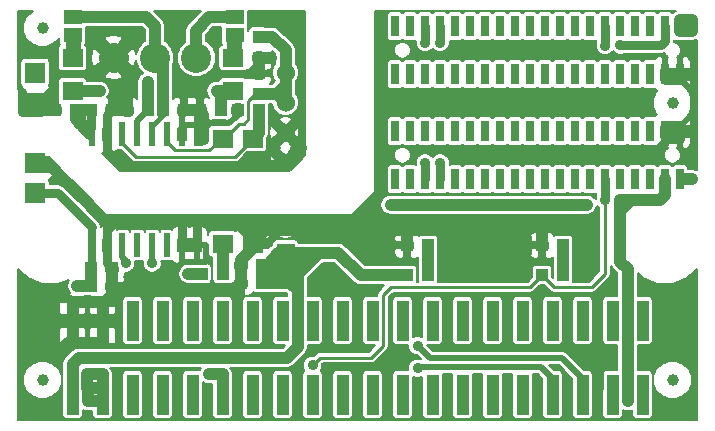
<source format=gbr>
G04 #@! TF.FileFunction,Copper,L1,Top,Signal*
%FSLAX46Y46*%
G04 Gerber Fmt 4.6, Leading zero omitted, Abs format (unit mm)*
G04 Created by KiCad (PCBNEW 4.1.0-alpha+201607160317+6981~46~ubuntu14.04.1-product) date Mon Jul 18 13:22:33 2016*
%MOMM*%
%LPD*%
G01*
G04 APERTURE LIST*
%ADD10C,0.100000*%
%ADD11R,1.016000X1.016000*%
%ADD12R,0.700000X1.800000*%
%ADD13R,1.600200X1.168400*%
%ADD14C,1.000000*%
%ADD15R,1.778000X1.778000*%
%ADD16R,1.778000X1.524000*%
%ADD17R,1.030000X1.060000*%
%ADD18R,0.600000X2.000000*%
%ADD19R,1.000000X3.450000*%
%ADD20C,2.540000*%
%ADD21C,1.524000*%
%ADD22R,1.524000X1.524000*%
%ADD23C,0.900000*%
%ADD24C,1.016000*%
%ADD25C,0.762000*%
%ADD26C,0.711200*%
%ADD27C,0.508000*%
%ADD28C,1.524000*%
%ADD29C,0.406400*%
%ADD30C,0.254000*%
%ADD31C,1.270000*%
%ADD32C,0.203200*%
G04 APERTURE END LIST*
D10*
D11*
X144780000Y-114173000D03*
X143002000Y-114173000D03*
X142875000Y-100330000D03*
X144653000Y-100330000D03*
X141478000Y-100330000D03*
X139700000Y-100330000D03*
D12*
X159385000Y-102108000D03*
X159385000Y-106172000D03*
X160655000Y-102108000D03*
X160655000Y-106172000D03*
X161925000Y-102108000D03*
X161925000Y-106172000D03*
X163195000Y-102108000D03*
X163195000Y-106172000D03*
X164465000Y-102108000D03*
X164465000Y-106172000D03*
X165735000Y-102108000D03*
X165735000Y-106172000D03*
X167005000Y-102108000D03*
X167005000Y-106172000D03*
X168275000Y-102108000D03*
X168275000Y-106172000D03*
X169545000Y-102108000D03*
X169545000Y-106172000D03*
X170815000Y-102108000D03*
X170815000Y-106172000D03*
X183515000Y-106172000D03*
X183515000Y-102108000D03*
X182245000Y-106172000D03*
X182245000Y-102108000D03*
X180975000Y-106172000D03*
X180975000Y-102108000D03*
X179705000Y-106172000D03*
X179705000Y-102108000D03*
X178435000Y-106172000D03*
X178435000Y-102108000D03*
X177165000Y-106172000D03*
X177165000Y-102108000D03*
X175895000Y-106172000D03*
X175895000Y-102108000D03*
X174625000Y-106172000D03*
X174625000Y-102108000D03*
X173355000Y-106172000D03*
X173355000Y-102108000D03*
X172085000Y-106172000D03*
X172085000Y-102108000D03*
X159385000Y-97282000D03*
X159385000Y-93218000D03*
X160655000Y-97282000D03*
X160655000Y-93218000D03*
X161925000Y-97282000D03*
X161925000Y-93218000D03*
X163195000Y-97282000D03*
X163195000Y-93218000D03*
X164465000Y-97282000D03*
X164465000Y-93218000D03*
X165735000Y-97282000D03*
X165735000Y-93218000D03*
X167005000Y-97282000D03*
X167005000Y-93218000D03*
X168275000Y-97282000D03*
X168275000Y-93218000D03*
X169545000Y-97282000D03*
X169545000Y-93218000D03*
X170815000Y-97282000D03*
X170815000Y-93218000D03*
X183515000Y-93218000D03*
X183515000Y-97282000D03*
X182245000Y-93218000D03*
X182245000Y-97282000D03*
X180975000Y-93218000D03*
X180975000Y-97282000D03*
X179705000Y-93218000D03*
X179705000Y-97282000D03*
X178435000Y-93218000D03*
X178435000Y-97282000D03*
X177165000Y-93218000D03*
X177165000Y-97282000D03*
X175895000Y-93218000D03*
X175895000Y-97282000D03*
X174625000Y-93218000D03*
X174625000Y-97282000D03*
X173355000Y-93218000D03*
X173355000Y-97282000D03*
X172085000Y-93218000D03*
X172085000Y-97282000D03*
D11*
X147828000Y-100330000D03*
X146050000Y-100330000D03*
X160401000Y-114300000D03*
X162179000Y-114300000D03*
X171831000Y-114300000D03*
X173609000Y-114300000D03*
D13*
X145796000Y-93980000D03*
X145796000Y-93980000D03*
X145796000Y-92456000D03*
D14*
X129540000Y-123190000D03*
X182880000Y-99695000D03*
X182880000Y-123190000D03*
X129540000Y-93345000D03*
D11*
X147828000Y-95885000D03*
X147828000Y-94107000D03*
X136652000Y-100330000D03*
X138430000Y-100330000D03*
X147828000Y-97155000D03*
X147828000Y-98933000D03*
X135382000Y-100330000D03*
X133604000Y-100330000D03*
X130556000Y-100330000D03*
X132334000Y-100330000D03*
X146304000Y-113411000D03*
X148082000Y-113411000D03*
X146304000Y-114935000D03*
X148082000Y-114935000D03*
X135382000Y-115189000D03*
X133604000Y-115189000D03*
X135382000Y-113665000D03*
X133604000Y-113665000D03*
D13*
X132080000Y-92456000D03*
X132080000Y-92456000D03*
X132080000Y-93980000D03*
D15*
X128905000Y-104775000D03*
X128905000Y-99695000D03*
D16*
X145669000Y-95885000D03*
X145669000Y-98679000D03*
X132080000Y-98679000D03*
X132080000Y-95885000D03*
D15*
X128905000Y-97155000D03*
D16*
X144780000Y-102743000D03*
X147320000Y-102743000D03*
X147320000Y-111633000D03*
X144780000Y-111633000D03*
D17*
X162179000Y-111760000D03*
X160401000Y-111760000D03*
X173609000Y-111760000D03*
X171831000Y-111760000D03*
D18*
X133731000Y-111761000D03*
X135001000Y-111761000D03*
X136271000Y-111761000D03*
X137541000Y-111761000D03*
X138811000Y-111761000D03*
X140081000Y-111761000D03*
X141351000Y-111761000D03*
X142621000Y-111761000D03*
X142621000Y-102361000D03*
X141351000Y-102361000D03*
X140081000Y-102361000D03*
X138811000Y-102361000D03*
X137541000Y-102361000D03*
X136271000Y-102361000D03*
X135001000Y-102361000D03*
X133731000Y-102361000D03*
D19*
X132080000Y-124410000D03*
X132080000Y-118160000D03*
X134620000Y-124410000D03*
X134620000Y-118160000D03*
X137160000Y-124410000D03*
X137160000Y-118160000D03*
X139700000Y-124410000D03*
X139700000Y-118160000D03*
X142240000Y-124410000D03*
X142240000Y-118160000D03*
X144780000Y-124410000D03*
X144780000Y-118160000D03*
X147320000Y-124410000D03*
X147320000Y-118160000D03*
X149860000Y-124410000D03*
X149860000Y-118160000D03*
X152400000Y-124410000D03*
X152400000Y-118160000D03*
X154940000Y-124410000D03*
X154940000Y-118160000D03*
X157480000Y-124410000D03*
X157480000Y-118160000D03*
X160020000Y-124410000D03*
X160020000Y-118160000D03*
X162560000Y-124410000D03*
X162560000Y-118160000D03*
X165100000Y-124410000D03*
X165100000Y-118160000D03*
X167640000Y-124410000D03*
X167640000Y-118160000D03*
X170180000Y-124410000D03*
X170180000Y-118160000D03*
X172720000Y-124410000D03*
X172720000Y-118160000D03*
X175260000Y-124410000D03*
X175260000Y-118160000D03*
X177800000Y-124410000D03*
X177800000Y-118160000D03*
X180340000Y-124410000D03*
X180340000Y-118160000D03*
D15*
X128905000Y-107315000D03*
D20*
X139065000Y-95885000D03*
X135565000Y-95885000D03*
X142565000Y-95885000D03*
D21*
X150114000Y-99695000D03*
X150114000Y-97155000D03*
X150114000Y-102235000D03*
X150114000Y-104775000D03*
D22*
X150114000Y-112395000D03*
D21*
X150114000Y-109855000D03*
D23*
X184531000Y-92710000D03*
X184531000Y-93599000D03*
X159004004Y-108331000D03*
X184531000Y-106172000D03*
X175640996Y-108331000D03*
X159004000Y-114300000D03*
X132461008Y-115189000D03*
X178435000Y-94809322D03*
X178435000Y-107950000D03*
X179070000Y-124968004D03*
X133350000Y-124968000D03*
X133350000Y-123825006D03*
X133350000Y-122682002D03*
X151892014Y-109601000D03*
X156210000Y-111125000D03*
X157480000Y-112395000D03*
X157480000Y-111125000D03*
X157480000Y-109855000D03*
X160020000Y-99695000D03*
X138430000Y-123825000D03*
X135890000Y-123825000D03*
X135890000Y-122682000D03*
X175895000Y-113665000D03*
X175895000Y-112395000D03*
X175895000Y-111125000D03*
X161290000Y-123825000D03*
X163830000Y-123825000D03*
X166370000Y-123825000D03*
X168910000Y-123825000D03*
X171450000Y-123825000D03*
X173990000Y-123825000D03*
X176530000Y-123825000D03*
X176530000Y-121920000D03*
X181610000Y-125730000D03*
X182880000Y-125730000D03*
X184150000Y-125730000D03*
X181610000Y-118110000D03*
X182880000Y-120015000D03*
X182880000Y-116205000D03*
X184150000Y-118110000D03*
X182880000Y-118110000D03*
X184150000Y-120015000D03*
X184150000Y-116205000D03*
X181610000Y-116205000D03*
X181610000Y-120015000D03*
X166370000Y-120015000D03*
X168910000Y-120015000D03*
X171450000Y-120015000D03*
X173990000Y-120015000D03*
X176530000Y-120015000D03*
X166370000Y-116205000D03*
X168910000Y-116261310D03*
X176530000Y-116205000D03*
X173990000Y-116205000D03*
X171450000Y-116205000D03*
X179705000Y-99695000D03*
X175895000Y-95250000D03*
X173990000Y-95250000D03*
X172085000Y-95250000D03*
X170180000Y-95250000D03*
X168275000Y-95250000D03*
X166370000Y-95250000D03*
X164465000Y-95250000D03*
X175895000Y-99695000D03*
X173990000Y-99695000D03*
X172085000Y-99695000D03*
X170180000Y-99695000D03*
X168275000Y-99695000D03*
X164465000Y-99695000D03*
X166370000Y-99695000D03*
X158115000Y-106045000D03*
X158115000Y-104775000D03*
X158115000Y-103505000D03*
X158115000Y-102235000D03*
X158115000Y-100965000D03*
X158115000Y-99695000D03*
X158115000Y-98425000D03*
X158115000Y-97155000D03*
X158115000Y-95885000D03*
X158115000Y-92710000D03*
X158115000Y-93725998D03*
X158115000Y-94869000D03*
X153670000Y-109601000D03*
X154940000Y-109601000D03*
X156083000Y-109601000D03*
X156845000Y-108839000D03*
X157480000Y-108077000D03*
X158115000Y-107315000D03*
X181610000Y-104140000D03*
X179705000Y-104140000D03*
X175895000Y-104140000D03*
X173990000Y-104140000D03*
X170180000Y-104140000D03*
X166370000Y-104140000D03*
X164465000Y-104140000D03*
X168275000Y-104140000D03*
X172085000Y-104140000D03*
X130302000Y-105156006D03*
X135255000Y-109601000D03*
X131191000Y-106045000D03*
X132080000Y-106934000D03*
X133096000Y-107950000D03*
X133985000Y-108839000D03*
X136525000Y-109601000D03*
X137795000Y-109601000D03*
X139065000Y-109601000D03*
X140335000Y-109601000D03*
X141605000Y-109601000D03*
X142875000Y-109601000D03*
X144145000Y-109601000D03*
X145415000Y-109601000D03*
X146685000Y-109601000D03*
X147955000Y-109601000D03*
X130175000Y-126111000D03*
X130175000Y-125095000D03*
X128270000Y-126111000D03*
X128270000Y-125095000D03*
X130175000Y-121285000D03*
X130175000Y-120015000D03*
X130175000Y-118745000D03*
X130175000Y-117475000D03*
X130175000Y-116205000D03*
X128270000Y-121285000D03*
X128270000Y-120015000D03*
X128270000Y-118745000D03*
X128270000Y-117475000D03*
X128270000Y-116205000D03*
X168275000Y-109855000D03*
X170180000Y-113665000D03*
X170180000Y-112395000D03*
X170180000Y-111125000D03*
X168275000Y-113665000D03*
X168275000Y-112395000D03*
X168275000Y-111125000D03*
X164465000Y-113665000D03*
X164465000Y-112395000D03*
X164465000Y-111125000D03*
X166370000Y-113665000D03*
X166370000Y-112395000D03*
X166370000Y-111125000D03*
X174625000Y-109855000D03*
X173355000Y-109855000D03*
X164465000Y-109855000D03*
X166370000Y-109855000D03*
X170180000Y-109855000D03*
X153670000Y-115569998D03*
X153670000Y-113792000D03*
X171831000Y-109855000D03*
X138430000Y-97917000D03*
X141859000Y-114173000D03*
X152400000Y-121943684D03*
X177165006Y-94869000D03*
X177165000Y-107950000D03*
X143636994Y-122682000D03*
X136581332Y-113284000D03*
X163195000Y-104775000D03*
X163195000Y-94615000D03*
X161290000Y-122174000D03*
X138811000Y-113284000D03*
X161925000Y-104775006D03*
X161925000Y-94615000D03*
X161290000Y-120269006D03*
X143199674Y-102870000D03*
X151384016Y-103505000D03*
X151384000Y-100964994D03*
X150368000Y-92329000D03*
X150368000Y-93599000D03*
X151384006Y-92329000D03*
X151384000Y-93599000D03*
X151384003Y-95503997D03*
X151384000Y-98298000D03*
X148717000Y-105029000D03*
X147574000Y-105029000D03*
X148844000Y-95885000D03*
X146939000Y-97282000D03*
X143213108Y-101845419D03*
X130454400Y-95910400D03*
X130454400Y-95097600D03*
X149098000Y-92329004D03*
X136271000Y-105029000D03*
X140843000Y-93472000D03*
X134365992Y-98679000D03*
X144272000Y-98679000D03*
X132715000Y-101473000D03*
D24*
X184023000Y-106172000D02*
X184531000Y-106172000D01*
D25*
X183515000Y-106172000D02*
X184023000Y-106172000D01*
D24*
X151130000Y-114173000D02*
X151892000Y-113411000D01*
X151892000Y-113411000D02*
X152908000Y-112395000D01*
X150114000Y-112395000D02*
X150876000Y-112395000D01*
X150876000Y-112395000D02*
X151892000Y-113411000D01*
X148082000Y-114173000D02*
X148082000Y-114935000D01*
X149860000Y-114173000D02*
X149225000Y-114173000D01*
X148082000Y-113411000D02*
X148082000Y-114173000D01*
X151130000Y-114173000D02*
X149860000Y-114173000D01*
X148082000Y-114173000D02*
X149860000Y-114173000D01*
X150114000Y-112395000D02*
X152908000Y-112395000D01*
X152908000Y-112395000D02*
X154559000Y-112395000D01*
X150241000Y-114935000D02*
X151130000Y-114935000D01*
X151130000Y-114935000D02*
X151130000Y-115570000D01*
X148082000Y-114935000D02*
X150241000Y-114935000D01*
X151130000Y-115570000D02*
X151130000Y-120396000D01*
X150241000Y-114935000D02*
X150495000Y-114935000D01*
X150495000Y-114935000D02*
X151130000Y-115570000D01*
X151130000Y-114173000D02*
X151130000Y-114935000D01*
X151130000Y-113538000D02*
X151130000Y-114173000D01*
X149225000Y-114173000D02*
X149098000Y-114046000D01*
X149987000Y-112522000D02*
X151130000Y-113538000D01*
X151003000Y-113411000D02*
X151130000Y-113538000D01*
X148082000Y-113411000D02*
X151003000Y-113411000D01*
X149479000Y-112395000D02*
X148590000Y-113411000D01*
X148590000Y-113411000D02*
X148082000Y-113411000D01*
X150114000Y-112395000D02*
X149479000Y-112395000D01*
X150114000Y-112395000D02*
X149987000Y-112522000D01*
X150241000Y-121285000D02*
X132588000Y-121285000D01*
X132080000Y-121793000D02*
X132080000Y-124410000D01*
X151130000Y-120396000D02*
X150241000Y-121285000D01*
X132588000Y-121285000D02*
X132080000Y-121793000D01*
X184531000Y-92710000D02*
X184531000Y-93599000D01*
X183515000Y-93218000D02*
X183515000Y-92710000D01*
X183515000Y-92710000D02*
X184531000Y-92710000D01*
X184404000Y-93599000D02*
X184531000Y-93599000D01*
X183515000Y-93599000D02*
X184404000Y-93599000D01*
X183515000Y-93091000D02*
X183515000Y-93599000D01*
X175640996Y-108331000D02*
X159004004Y-108331000D01*
X159640396Y-108331000D02*
X159004004Y-108331000D01*
X159004000Y-114300000D02*
X156464000Y-114300000D01*
X160401000Y-114300000D02*
X159004000Y-114300000D01*
X154559000Y-112395000D02*
X156464000Y-114300000D01*
D26*
X133731000Y-111761000D02*
X133731000Y-113538000D01*
D25*
X133731000Y-113538000D02*
X133604000Y-113665000D01*
D24*
X133604000Y-115189000D02*
X132461008Y-115189000D01*
D26*
X133731000Y-111761000D02*
X133731000Y-110183500D01*
D25*
X133731000Y-110183500D02*
X130862500Y-107315000D01*
D24*
X179070000Y-124968004D02*
X179070000Y-113792000D01*
X179070000Y-113792000D02*
X178435000Y-113157000D01*
X178435000Y-113157000D02*
X178435000Y-108839000D01*
X179324000Y-107950000D02*
X178435000Y-108839000D01*
D25*
X181923678Y-94809322D02*
X179071396Y-94809322D01*
X179071396Y-94809322D02*
X178435000Y-94809322D01*
X182245000Y-94488000D02*
X181923678Y-94809322D01*
X182245000Y-93218000D02*
X182245000Y-94488000D01*
X130862500Y-107315000D02*
X130556000Y-107315000D01*
X130556000Y-107315000D02*
X128905000Y-107315000D01*
D24*
X178435000Y-108839000D02*
X178435000Y-107950000D01*
X178435000Y-107950000D02*
X179324000Y-107950000D01*
X179324000Y-107950000D02*
X181795742Y-107950000D01*
X181795742Y-107950000D02*
X182245000Y-107500742D01*
X182245000Y-107500742D02*
X182245000Y-106172000D01*
X133350000Y-123837698D02*
X133362698Y-123825000D01*
X133362698Y-123825000D02*
X134620000Y-123825000D01*
X134620000Y-123825000D02*
X134620000Y-124410000D01*
X133350000Y-124968000D02*
X134620000Y-124968000D01*
X134620000Y-124968000D02*
X134620000Y-124664000D01*
X133337302Y-123825000D02*
X133350000Y-123837698D01*
X133350000Y-123837698D02*
X133350000Y-123837698D01*
X133350000Y-123837698D02*
X133350000Y-124968000D01*
X133350000Y-122682000D02*
X133337302Y-122694698D01*
X133337302Y-122694698D02*
X133337302Y-123825000D01*
X133337302Y-123825000D02*
X133337302Y-123825000D01*
X133337302Y-123825000D02*
X133350006Y-123825000D01*
X133350006Y-123825000D02*
X133350000Y-123825006D01*
X134620000Y-124664000D02*
X134620000Y-122682000D01*
X134620000Y-122682000D02*
X133350000Y-122682000D01*
X133350000Y-122682000D02*
X133350002Y-122682000D01*
X133350002Y-122682000D02*
X133350000Y-122682002D01*
X133604000Y-113665000D02*
X133604000Y-115189000D01*
X135636000Y-116459000D02*
X135636000Y-115443000D01*
X135636000Y-115443000D02*
X135382000Y-115189000D01*
X134874000Y-116459000D02*
X135636000Y-116459000D01*
X135382000Y-115951000D02*
X135763000Y-115951000D01*
X135763000Y-115951000D02*
X136271000Y-115443000D01*
X136271000Y-115443000D02*
X136512206Y-115443000D01*
X136512206Y-115443000D02*
X136525000Y-115455794D01*
X145783206Y-115455794D02*
X136525000Y-115455794D01*
X136525000Y-115455794D02*
X135459726Y-115455794D01*
X134620000Y-117094000D02*
X134620000Y-116713000D01*
X134620000Y-116713000D02*
X135382000Y-115951000D01*
X135382000Y-115951000D02*
X135382000Y-115189000D01*
D27*
X182245000Y-102108000D02*
X182245000Y-101473000D01*
X182245000Y-101473000D02*
X183515000Y-101473000D01*
X183515000Y-101473000D02*
X183515000Y-102108000D01*
D24*
X146304000Y-114935000D02*
X145783206Y-115455794D01*
D25*
X150241000Y-109601000D02*
X151255618Y-109601000D01*
X149987000Y-109855000D02*
X150241000Y-109601000D01*
X149731602Y-109601000D02*
X151892014Y-109601000D01*
D24*
X147955000Y-109601000D02*
X151892014Y-109601000D01*
X148336000Y-110490000D02*
X149225000Y-109601000D01*
X149225000Y-109601000D02*
X149731602Y-109601000D01*
D25*
X149606000Y-109475398D02*
X149731602Y-109601000D01*
X148590000Y-109474000D02*
X148717000Y-109601000D01*
X148971000Y-109855000D02*
X149225000Y-109601000D01*
X149225000Y-109601000D02*
X151892014Y-109601000D01*
X148717000Y-109601000D02*
X151892014Y-109601000D01*
X149606000Y-109474000D02*
X149606000Y-109475398D01*
X151255618Y-109601000D02*
X151892014Y-109601000D01*
D24*
X147320000Y-111506000D02*
X148336000Y-110490000D01*
X148336000Y-110490000D02*
X149479000Y-110490000D01*
X149479000Y-110490000D02*
X149488301Y-110480699D01*
X147320000Y-111633000D02*
X147320000Y-110236000D01*
X147320000Y-110236000D02*
X147955000Y-109601000D01*
X144780000Y-109601000D02*
X145923000Y-109601000D01*
X145923000Y-109601000D02*
X146685000Y-109601000D01*
X147320000Y-111125000D02*
X145923000Y-109728000D01*
X147320000Y-111633000D02*
X147320000Y-111125000D01*
X145923000Y-109728000D02*
X145923000Y-109601000D01*
X147320000Y-111633000D02*
X147320000Y-111506000D01*
X146685000Y-109601000D02*
X147447000Y-109601000D01*
X147447000Y-109601000D02*
X148717000Y-109601000D01*
X147320000Y-111633000D02*
X147320000Y-109728000D01*
X147320000Y-109728000D02*
X147447000Y-109601000D01*
D27*
X142621000Y-111761000D02*
X142622000Y-111760000D01*
X142622000Y-111760000D02*
X143383000Y-111760000D01*
X143383000Y-111760000D02*
X143383000Y-113157000D01*
X143383000Y-113157000D02*
X142621000Y-113157000D01*
X141351000Y-113157000D02*
X141351000Y-111761000D01*
X142621000Y-113157000D02*
X141351000Y-113157000D01*
X142608310Y-113169690D02*
X142621000Y-113157000D01*
X142621000Y-113157000D02*
X142621000Y-111761000D01*
D25*
X142621000Y-111761000D02*
X142621000Y-109855000D01*
X142621000Y-109855000D02*
X142875000Y-109601000D01*
X141351000Y-111761000D02*
X141351000Y-109855000D01*
X141351000Y-109855000D02*
X141605000Y-109601000D01*
X133985000Y-108839000D02*
X135001000Y-109855000D01*
X135001000Y-109855000D02*
X135001000Y-110490000D01*
X135001000Y-111761000D02*
X135001000Y-110490000D01*
X135001000Y-110490000D02*
X135890000Y-109601000D01*
X135001000Y-109855000D02*
X135255000Y-109601000D01*
X135001000Y-111761000D02*
X135001000Y-113284000D01*
X135001000Y-113284000D02*
X135382000Y-113665000D01*
D24*
X150631301Y-110480699D02*
X149488301Y-110480699D01*
X150114000Y-109855000D02*
X150631301Y-110480699D01*
X150631301Y-110480699D02*
X166995699Y-110480699D01*
X166995699Y-110480699D02*
X170180000Y-113665000D01*
X150114000Y-109855000D02*
X150114000Y-109855000D01*
X147320000Y-111633000D02*
X147320000Y-112014000D01*
X147320000Y-112014000D02*
X146304000Y-113030000D01*
X146304000Y-113030000D02*
X146304000Y-113411000D01*
D25*
X157480000Y-111125000D02*
X156210000Y-111125000D01*
X157480000Y-111125000D02*
X157480000Y-112395000D01*
X157480000Y-109855000D02*
X157480000Y-111125000D01*
D28*
X156464000Y-109855000D02*
X157480000Y-109855000D01*
X157480000Y-109855000D02*
X160401000Y-109855000D01*
D25*
X157480000Y-108077000D02*
X157480000Y-109855000D01*
X164465000Y-99695000D02*
X160020000Y-99695000D01*
D27*
X135890000Y-122682000D02*
X135890000Y-123825000D01*
X134874000Y-120269000D02*
X136017000Y-120269000D01*
X134620000Y-120015000D02*
X134874000Y-120269000D01*
D24*
X128568479Y-121165999D02*
X130511521Y-121165999D01*
X130511521Y-121165999D02*
X131662520Y-120015000D01*
X134620000Y-120015000D02*
X134620000Y-118160000D01*
X131662520Y-120015000D02*
X134620000Y-120015000D01*
X175895000Y-112395000D02*
X175895000Y-113665000D01*
X175895000Y-111125000D02*
X175895000Y-112395000D01*
X174625000Y-109855000D02*
X175895000Y-111125000D01*
X176530000Y-121920000D02*
X176530000Y-123825000D01*
X176530000Y-120015000D02*
X176530000Y-121920000D01*
X182880000Y-118110000D02*
X184150000Y-118110000D01*
X156845000Y-108839000D02*
X156083000Y-109601000D01*
X158115000Y-95885000D02*
X158115000Y-94869000D01*
X158115000Y-106045000D02*
X158115000Y-104775000D01*
X158115000Y-102235000D02*
X158115000Y-100965000D01*
X158115000Y-99695000D02*
X158115000Y-98425000D01*
X158115000Y-97155000D02*
X158115000Y-95885000D01*
X158115000Y-92710000D02*
X158115000Y-93725998D01*
X158115000Y-93725998D02*
X158115000Y-94869000D01*
X158115000Y-107315000D02*
X158115000Y-106045000D01*
X158115000Y-104775000D02*
X158115000Y-103505000D01*
X158115000Y-103505000D02*
X158115000Y-102235000D01*
X158115000Y-100965000D02*
X158115000Y-99695000D01*
X158115000Y-98425000D02*
X158115000Y-97155000D01*
D25*
X158115000Y-107315000D02*
X157480000Y-107950000D01*
D27*
X157480000Y-107950000D02*
X157480000Y-108077000D01*
D24*
X156845000Y-108839000D02*
X157480000Y-108204000D01*
X157480000Y-108204000D02*
X157480000Y-108077000D01*
X179705000Y-104140000D02*
X181610000Y-104140000D01*
X181102000Y-104140000D02*
X179705000Y-104140000D01*
X175895000Y-104140000D02*
X179705000Y-104140000D01*
X173990000Y-104140000D02*
X175895000Y-104140000D01*
X172085000Y-104140000D02*
X173990000Y-104140000D01*
X168275000Y-104140000D02*
X170180000Y-104140000D01*
X172085000Y-104140000D02*
X170180000Y-104140000D01*
X169545000Y-104140000D02*
X170180000Y-104140000D01*
X168275000Y-104140000D02*
X166370000Y-104140000D01*
X129665604Y-105156006D02*
X130302000Y-105156006D01*
X129286006Y-105156006D02*
X129665604Y-105156006D01*
X128905000Y-104775000D02*
X129286006Y-105156006D01*
X130302006Y-105156006D02*
X130302000Y-105156006D01*
X131191000Y-106045000D02*
X130302006Y-105156006D01*
X136525000Y-109601000D02*
X135255000Y-109601000D01*
X134747000Y-109601000D02*
X135255000Y-109601000D01*
X133985000Y-108839000D02*
X134747000Y-109601000D01*
X135890000Y-109601000D02*
X135255000Y-109601000D01*
X132080000Y-106934000D02*
X131191000Y-106045000D01*
X133096000Y-107950000D02*
X132080000Y-106934000D01*
X133985000Y-108839000D02*
X133096000Y-107950000D01*
X136525000Y-109601000D02*
X135890000Y-109601000D01*
X137795000Y-109601000D02*
X136525000Y-109601000D01*
X139065000Y-109601000D02*
X137795000Y-109601000D01*
X140335000Y-109601000D02*
X139065000Y-109601000D01*
X141605000Y-109601000D02*
X140335000Y-109601000D01*
X142240000Y-109601000D02*
X141605000Y-109601000D01*
X142875000Y-109601000D02*
X141605000Y-109601000D01*
X142113000Y-109601000D02*
X142875000Y-109601000D01*
X144145000Y-109601000D02*
X142875000Y-109601000D01*
D25*
X143908000Y-109601000D02*
X144145000Y-109601000D01*
D24*
X145415000Y-109601000D02*
X144145000Y-109601000D01*
X144780000Y-109601000D02*
X144145000Y-109601000D01*
X144780000Y-109601000D02*
X145415000Y-109601000D01*
X146685000Y-109601000D02*
X145415000Y-109601000D01*
X145415000Y-109601000D02*
X147955000Y-109601000D01*
D27*
X130175000Y-125731396D02*
X130175000Y-126111000D01*
X130175000Y-125095000D02*
X130175000Y-125731396D01*
X128906396Y-125095000D02*
X130175000Y-125095000D01*
X128270000Y-125095000D02*
X128906396Y-125095000D01*
X128270000Y-125095000D02*
X128270000Y-126111000D01*
X127635000Y-124460000D02*
X128270000Y-125095000D01*
X127635000Y-121920000D02*
X127635000Y-124460000D01*
X128270000Y-121285000D02*
X127635000Y-121920000D01*
D25*
X130175000Y-118745000D02*
X130175000Y-120015000D01*
X130175000Y-117475000D02*
X130175000Y-118745000D01*
X130175000Y-116205000D02*
X130175000Y-117475000D01*
X129540000Y-116205000D02*
X130175000Y-116205000D01*
X128270000Y-117475000D02*
X129540000Y-116205000D01*
X128906396Y-116205000D02*
X128270000Y-116205000D01*
X131699000Y-116205000D02*
X128906396Y-116205000D01*
X132080000Y-116586000D02*
X131699000Y-116205000D01*
X132080000Y-118160000D02*
X132080000Y-116586000D01*
D28*
X170180000Y-111125000D02*
X170180000Y-112395000D01*
X168275000Y-112395000D02*
X168275000Y-113665000D01*
X168275000Y-111125000D02*
X168275000Y-112395000D01*
X168275000Y-109855000D02*
X168275000Y-111125000D01*
X164465000Y-112395000D02*
X164465000Y-113665000D01*
X164465000Y-111125000D02*
X164465000Y-112395000D01*
X164465000Y-109855000D02*
X164465000Y-111125000D01*
X166370000Y-112395000D02*
X166370000Y-113665000D01*
X166370000Y-109855000D02*
X166370000Y-111125000D01*
X171831000Y-109855000D02*
X173355000Y-109855000D01*
X160401000Y-109855000D02*
X164465000Y-109855000D01*
X166370000Y-109855000D02*
X164465000Y-109855000D01*
X168275000Y-109855000D02*
X166370000Y-109855000D01*
X170180000Y-109855000D02*
X168275000Y-109855000D01*
X171831000Y-109855000D02*
X170180000Y-109855000D01*
D27*
X153670000Y-113792000D02*
X153670000Y-115569998D01*
X184650001Y-99060000D02*
X184650001Y-98798001D01*
X184650001Y-98798001D02*
X183769000Y-97917000D01*
X183769000Y-97917000D02*
X183515000Y-97917000D01*
X183515000Y-97917000D02*
X183515000Y-97282000D01*
X184650001Y-99067999D02*
X184650001Y-99060000D01*
X184650001Y-99060000D02*
X184650001Y-100591999D01*
X184650001Y-100591999D02*
X183515000Y-101727000D01*
X183515000Y-101727000D02*
X183515000Y-102108000D01*
X182245000Y-97282000D02*
X182245000Y-97917000D01*
X182245000Y-97917000D02*
X183515000Y-97917000D01*
X183515000Y-97917000D02*
X183515000Y-97282000D01*
D25*
X182245000Y-102743000D02*
X182245000Y-102108000D01*
X183515000Y-102743000D02*
X182245000Y-102743000D01*
X183515000Y-102108000D02*
X183515000Y-102743000D01*
D24*
X171831000Y-109855000D02*
X171704000Y-109855000D01*
D25*
X182245000Y-102997000D02*
X181102000Y-104140000D01*
X182245000Y-102108000D02*
X182245000Y-102997000D01*
D24*
X132080000Y-116586000D02*
X134620000Y-116586000D01*
X134620000Y-116586000D02*
X134620000Y-118110000D01*
X134620000Y-118110000D02*
X134620000Y-118160000D01*
X134620000Y-117094000D02*
X134620000Y-116586000D01*
X171831000Y-109855000D02*
X171831000Y-111760000D01*
X160401000Y-109855000D02*
X160401000Y-111760000D01*
D28*
X150114000Y-109855000D02*
X156464000Y-109855000D01*
D25*
X148717000Y-109601000D02*
X148971000Y-109601000D01*
D28*
X148971000Y-109855000D02*
X149987000Y-109855000D01*
X149987000Y-109855000D02*
X150114000Y-109855000D01*
D24*
X146304000Y-113411000D02*
X146304000Y-114935000D01*
X134620000Y-118160000D02*
X134620000Y-117094000D01*
X135382000Y-113665000D02*
X135382000Y-115189000D01*
D29*
X139446000Y-101026000D02*
X139700000Y-100772000D01*
X139700000Y-100772000D02*
X139700000Y-100330000D01*
X139446000Y-101026000D02*
X139446000Y-100584000D01*
X139446000Y-100584000D02*
X139700000Y-100330000D01*
X138811000Y-102361000D02*
X138811000Y-101661000D01*
X138811000Y-101661000D02*
X139446000Y-101026000D01*
D24*
X139700000Y-100330000D02*
X139700000Y-96520000D01*
X139700000Y-96520000D02*
X139065000Y-95885000D01*
X139065000Y-95885000D02*
X139065000Y-93218000D01*
X139065000Y-93218000D02*
X138303000Y-92456000D01*
X138303000Y-92456000D02*
X132080000Y-92456000D01*
D27*
X137541000Y-102361000D02*
X137541000Y-101219000D01*
X137541000Y-101219000D02*
X138430000Y-100330000D01*
D24*
X138430000Y-100330000D02*
X138430000Y-97917000D01*
X145796000Y-92456000D02*
X143637000Y-92456000D01*
X143637000Y-92456000D02*
X142494000Y-93599000D01*
X142494000Y-93599000D02*
X142494000Y-95814000D01*
X142494000Y-95814000D02*
X142565000Y-95885000D01*
X143002000Y-114173000D02*
X141859000Y-114173000D01*
D30*
X171831000Y-114300000D02*
X170815000Y-115316000D01*
X158369000Y-115951000D02*
X158369000Y-120269000D01*
X170815000Y-115316000D02*
X159004000Y-115316000D01*
X159004000Y-115316000D02*
X158369000Y-115951000D01*
X158369000Y-120269000D02*
X157353000Y-121285000D01*
X157353000Y-121285000D02*
X153058684Y-121285000D01*
X153058684Y-121285000D02*
X152400000Y-121943684D01*
D25*
X177165006Y-94232604D02*
X177165006Y-94869000D01*
X177165006Y-93218006D02*
X177165006Y-94232604D01*
X177165000Y-93218000D02*
X177165006Y-93218006D01*
D30*
X171831000Y-114300000D02*
X172847000Y-115316000D01*
X172847000Y-115316000D02*
X176022000Y-115316000D01*
X176022000Y-115316000D02*
X177165000Y-114173000D01*
X177165000Y-114173000D02*
X177165000Y-108586396D01*
X177165000Y-108586396D02*
X177165000Y-107950000D01*
D25*
X177165000Y-106172000D02*
X177165000Y-107950000D01*
D24*
X144780000Y-124410000D02*
X144780000Y-122682000D01*
X144780000Y-122682000D02*
X143636994Y-122682000D01*
D27*
X136581332Y-113086332D02*
X136271000Y-112776000D01*
X136271000Y-112776000D02*
X136271000Y-111761000D01*
X136581332Y-113284000D02*
X136581332Y-113086332D01*
D25*
X163195000Y-106172000D02*
X163195000Y-104775000D01*
D27*
X172720000Y-124410000D02*
X172720000Y-123063000D01*
X172720000Y-123063000D02*
X171704000Y-122047000D01*
X171704000Y-122047000D02*
X161417000Y-122047000D01*
X161417000Y-122047000D02*
X161290000Y-122174000D01*
D25*
X163195000Y-93218000D02*
X163195000Y-94615000D01*
D27*
X138811000Y-111761000D02*
X138811000Y-113284000D01*
D30*
X161925000Y-104775000D02*
X161925000Y-104775006D01*
D25*
X161925000Y-106172000D02*
X161925000Y-104775000D01*
D27*
X175260000Y-124410000D02*
X175260000Y-123063000D01*
X175260000Y-123063000D02*
X173482000Y-121285000D01*
X161739999Y-120719005D02*
X161290000Y-120269006D01*
X173482000Y-121285000D02*
X162305994Y-121285000D01*
X162305994Y-121285000D02*
X161739999Y-120719005D01*
D25*
X161925000Y-93218000D02*
X161925000Y-94615000D01*
D24*
X162179000Y-111760000D02*
X162179000Y-114300000D01*
D31*
X145669000Y-95885000D02*
X145753666Y-95800334D01*
X145753666Y-95800334D02*
X145753666Y-94615000D01*
D24*
X145796000Y-93980000D02*
X145796000Y-94572666D01*
X145796000Y-94572666D02*
X145753666Y-94615000D01*
D25*
X135001000Y-102361000D02*
X135001000Y-100711000D01*
X135001000Y-100711000D02*
X135128000Y-100584000D01*
X135128000Y-100584000D02*
X135382000Y-100330000D01*
D27*
X143256000Y-102870000D02*
X143019001Y-103106999D01*
X143019001Y-103106999D02*
X142621000Y-103106999D01*
X142621000Y-103106999D02*
X142621000Y-102616000D01*
X142621000Y-102616000D02*
X142621000Y-102361000D01*
X142621000Y-102361000D02*
X142621000Y-102870000D01*
X142621000Y-102870000D02*
X143256000Y-102870000D01*
X143256000Y-102870000D02*
X143199674Y-102870000D01*
D24*
X135382000Y-100330000D02*
X136652000Y-99060000D01*
X136652000Y-99060000D02*
X136652000Y-96972000D01*
X136652000Y-100330000D02*
X136652000Y-96972000D01*
X136652000Y-96972000D02*
X135565000Y-95885000D01*
D27*
X143663107Y-101395420D02*
X143213108Y-100945421D01*
X143213108Y-100945421D02*
X143213108Y-100668108D01*
D25*
X143213108Y-101845419D02*
X143213108Y-100668108D01*
X143213108Y-100668108D02*
X142875000Y-100330000D01*
X136271000Y-105029000D02*
X147574000Y-105029000D01*
D27*
X151384016Y-103505000D02*
X151384016Y-104266984D01*
X151384016Y-104266984D02*
X150368000Y-105283000D01*
X150368000Y-105283000D02*
X150114000Y-105029000D01*
X150114000Y-105029000D02*
X150114000Y-104775000D01*
X151384000Y-100964994D02*
X151384000Y-103504984D01*
D30*
X151384000Y-103504984D02*
X151384016Y-103505000D01*
D24*
X150934017Y-103954999D02*
X151384016Y-103505000D01*
X150368000Y-104521016D02*
X150934017Y-103954999D01*
X150368000Y-104775000D02*
X150368000Y-104521016D01*
D25*
X151384000Y-103505000D02*
X151384016Y-103505000D01*
X150114000Y-102235000D02*
X151384000Y-103505000D01*
X151384000Y-100965000D02*
X151384000Y-100964994D01*
X150114000Y-102235000D02*
X151384000Y-100965000D01*
D27*
X151384000Y-98298000D02*
X151384000Y-100964994D01*
D30*
X151384000Y-95504000D02*
X151384003Y-95503997D01*
D27*
X151384000Y-98298000D02*
X151384000Y-95504000D01*
D24*
X147828000Y-95885000D02*
X147828000Y-96647000D01*
X147828000Y-96647000D02*
X147828000Y-97155000D01*
D25*
X146939000Y-97282000D02*
X147574000Y-96647000D01*
X147574000Y-96647000D02*
X147828000Y-96647000D01*
D27*
X146050000Y-100330000D02*
X146050000Y-100711000D01*
X146050000Y-100711000D02*
X145796000Y-100965000D01*
X143213108Y-101845419D02*
X143663107Y-101395420D01*
X143663107Y-101395420D02*
X145365580Y-101395420D01*
X145365580Y-101395420D02*
X145415000Y-101346000D01*
D24*
X148717000Y-105029000D02*
X149860000Y-105029000D01*
X149860000Y-105029000D02*
X150114000Y-104775000D01*
X147574000Y-105029000D02*
X148717000Y-105029000D01*
D25*
X146939000Y-97282000D02*
X147701000Y-97282000D01*
D24*
X147828000Y-95885000D02*
X148844000Y-95885000D01*
D27*
X146939000Y-97282000D02*
X147193000Y-97282000D01*
X144145000Y-97282000D02*
X146939000Y-97282000D01*
X147193000Y-97282000D02*
X147383494Y-97282000D01*
X147828000Y-97155000D02*
X147701000Y-97282000D01*
X147701000Y-97282000D02*
X147193000Y-97282000D01*
X145796000Y-100965000D02*
X145415000Y-101346000D01*
X146050000Y-100330000D02*
X145796000Y-100584000D01*
X145796000Y-100584000D02*
X145796000Y-100965000D01*
D25*
X135001000Y-102361000D02*
X135001000Y-103759000D01*
X135001000Y-103759000D02*
X136271000Y-105029000D01*
X143199674Y-102870000D02*
X143199674Y-102870000D01*
X143199674Y-102870000D02*
X143199674Y-101858853D01*
X143199674Y-101858853D02*
X143213108Y-101845419D01*
D27*
X143199674Y-102870000D02*
X143130000Y-102870000D01*
X143130000Y-102870000D02*
X142621000Y-102361000D01*
X143213108Y-102856566D02*
X143199674Y-102870000D01*
X143213108Y-101845419D02*
X143213108Y-102856566D01*
X142749675Y-102420001D02*
X143199674Y-102870000D01*
X142690674Y-102361000D02*
X142749675Y-102420001D01*
X142621000Y-102361000D02*
X142690674Y-102361000D01*
X143264569Y-101845419D02*
X143213108Y-101845419D01*
X143383000Y-101726988D02*
X143264569Y-101845419D01*
X142875012Y-101726988D02*
X143383000Y-101726988D01*
X142621000Y-102361000D02*
X142621000Y-100584000D01*
X142621000Y-100584000D02*
X142875000Y-100330000D01*
X141351000Y-102361000D02*
X141351000Y-100457000D01*
X141351000Y-100457000D02*
X141478000Y-100330000D01*
X141351000Y-101600000D02*
X142621000Y-101600000D01*
X142621000Y-101981000D02*
X142621000Y-102361000D01*
X141351000Y-102361000D02*
X141351000Y-101600000D01*
X142875000Y-100330000D02*
X142875000Y-98552000D01*
X142875000Y-98552000D02*
X144145000Y-97282000D01*
D25*
X129898142Y-99060000D02*
X129263142Y-99695000D01*
X130454400Y-98503742D02*
X129898142Y-99060000D01*
X129898142Y-99060000D02*
X129898142Y-99971858D01*
X129898142Y-99971858D02*
X129540000Y-100330000D01*
X130556000Y-100330000D02*
X130429000Y-100203000D01*
X130429000Y-100203000D02*
X130429000Y-98529142D01*
X130429000Y-98529142D02*
X130454400Y-98503742D01*
X130454400Y-95910400D02*
X130454400Y-98503742D01*
X129263142Y-99695000D02*
X128905000Y-99695000D01*
X130454400Y-95274004D02*
X130454400Y-95910400D01*
X130454400Y-95168278D02*
X130454400Y-95274004D01*
X130499678Y-95123000D02*
X130454400Y-95168278D01*
X129413000Y-99695000D02*
X128905000Y-99695000D01*
D27*
X141351000Y-102361000D02*
X141351000Y-102616000D01*
X141351000Y-102361000D02*
X141351000Y-101981000D01*
D25*
X127762000Y-100457000D02*
X129413000Y-100457000D01*
X129413000Y-100457000D02*
X129540000Y-100330000D01*
X129540000Y-100330000D02*
X128905000Y-99695000D01*
D30*
X127508000Y-98552000D02*
X127508000Y-98806000D01*
X127508000Y-98806000D02*
X127762000Y-98806000D01*
X127762000Y-98806000D02*
X127762000Y-98425000D01*
X127762000Y-98425000D02*
X127508000Y-98171000D01*
X127508000Y-98171000D02*
X127635000Y-98171000D01*
X127635000Y-98171000D02*
X127508000Y-98171000D01*
X127762000Y-98806000D02*
X127508000Y-98552000D01*
X127508000Y-98552000D02*
X127508000Y-98171000D01*
X127508000Y-98171000D02*
X127508000Y-97663000D01*
D25*
X128905000Y-99695000D02*
X128143000Y-100457000D01*
X128143000Y-100457000D02*
X127762000Y-100457000D01*
X127762000Y-100457000D02*
X127762000Y-98806000D01*
X127762000Y-98806000D02*
X127762000Y-98806000D01*
D27*
X140843000Y-93472000D02*
X140843000Y-94615000D01*
D24*
X141478000Y-100330000D02*
X142367000Y-100330000D01*
X142367000Y-100330000D02*
X142875000Y-100330000D01*
D27*
X141986000Y-100457000D02*
X142367000Y-100330000D01*
D24*
X135382000Y-100330000D02*
X136652000Y-100330000D01*
X129540000Y-100330000D02*
X130556000Y-100330000D01*
X128905000Y-99695000D02*
X129540000Y-100330000D01*
X144653000Y-100330000D02*
X144653000Y-98679000D01*
X144653000Y-98679000D02*
X145669000Y-98679000D01*
X144653000Y-100330000D02*
X144653000Y-99060000D01*
X144653000Y-99060000D02*
X144272000Y-98679000D01*
X144907000Y-98806000D02*
X144780000Y-98679000D01*
X132080000Y-98679000D02*
X134365992Y-98679000D01*
X145669000Y-98679000D02*
X144780000Y-98679000D01*
X144272000Y-98679000D02*
X145669000Y-98679000D01*
D30*
X147165058Y-99314000D02*
X147546058Y-98933000D01*
X147546058Y-98933000D02*
X147828000Y-98933000D01*
X147447000Y-99314000D02*
X147828000Y-98933000D01*
X147165058Y-99314000D02*
X147447000Y-99314000D01*
D24*
X147828000Y-94107000D02*
X148971000Y-94107000D01*
X148971000Y-94107000D02*
X150114000Y-95250000D01*
X150114000Y-95250000D02*
X150114000Y-97155000D01*
X150114000Y-97155000D02*
X150114000Y-98171000D01*
X150114000Y-98171000D02*
X150114000Y-99695000D01*
X149352000Y-98933000D02*
X150114000Y-98171000D01*
X147828000Y-98933000D02*
X149352000Y-98933000D01*
X149352000Y-98933000D02*
X150114000Y-99695000D01*
D30*
X147574000Y-98933000D02*
X147193000Y-99314000D01*
X147193000Y-99314000D02*
X147165058Y-99314000D01*
X147828000Y-98933000D02*
X147574000Y-98933000D01*
X144780000Y-102743000D02*
X144907000Y-102743000D01*
X144907000Y-102743000D02*
X146177000Y-101473000D01*
X146177000Y-101473000D02*
X146558000Y-101473000D01*
X146558000Y-101473000D02*
X146939000Y-101092000D01*
X146939000Y-101092000D02*
X146939000Y-99540058D01*
X146939000Y-99540058D02*
X147165058Y-99314000D01*
X144780000Y-102743000D02*
X144653000Y-102743000D01*
X144653000Y-102743000D02*
X143666699Y-103729301D01*
X143666699Y-103729301D02*
X140749301Y-103729301D01*
X140749301Y-103729301D02*
X140081000Y-103061000D01*
X140081000Y-103061000D02*
X140081000Y-102361000D01*
D25*
X132715000Y-101473000D02*
X133604000Y-101473000D01*
D24*
X132969000Y-100330000D02*
X132334000Y-100330000D01*
X133604000Y-100330000D02*
X132969000Y-100330000D01*
X132715000Y-100584000D02*
X132715000Y-101473000D01*
X132969000Y-100330000D02*
X132715000Y-100584000D01*
D27*
X133603000Y-102361000D02*
X133350000Y-102108000D01*
X133350000Y-102108000D02*
X132715000Y-101473000D01*
D25*
X133604000Y-100330000D02*
X133604000Y-101854000D01*
X133604000Y-101854000D02*
X133350000Y-102108000D01*
D24*
X132334000Y-100330000D02*
X132334000Y-101092000D01*
X132334000Y-101092000D02*
X132715000Y-101473000D01*
D27*
X133604000Y-100330000D02*
X133223000Y-100330000D01*
X133223000Y-100330000D02*
X133096000Y-100457000D01*
X133350000Y-102362000D02*
X133350000Y-102489000D01*
X132715000Y-101854000D02*
X133350000Y-102489000D01*
X133350000Y-102489000D02*
X133477000Y-102616000D01*
X132715000Y-101473000D02*
X132715000Y-101854000D01*
X133731000Y-102361000D02*
X133603000Y-102361000D01*
X133477000Y-100457000D02*
X133604000Y-100330000D01*
D24*
X173609000Y-111760000D02*
X173609000Y-114300000D01*
D31*
X132080000Y-94615000D02*
X132080000Y-95885000D01*
D24*
X132080000Y-93980000D02*
X132080000Y-94615000D01*
X147828000Y-100330000D02*
X147828000Y-102235000D01*
X147828000Y-102235000D02*
X147320000Y-102743000D01*
D30*
X137414000Y-104267000D02*
X145542000Y-104267000D01*
X147320000Y-102743000D02*
X145796000Y-104267000D01*
X145796000Y-104267000D02*
X145542000Y-104267000D01*
X136271000Y-102361000D02*
X136271000Y-103124000D01*
X136271000Y-103124000D02*
X137414000Y-104267000D01*
D24*
X144780000Y-111633000D02*
X144780000Y-114173000D01*
D32*
G36*
X183100524Y-91968259D02*
X183026252Y-91983033D01*
X182908627Y-92061627D01*
X182880000Y-92104471D01*
X182851373Y-92061627D01*
X182733748Y-91983033D01*
X182595000Y-91955434D01*
X181895000Y-91955434D01*
X181756252Y-91983033D01*
X181638627Y-92061627D01*
X181610000Y-92104471D01*
X181581373Y-92061627D01*
X181463748Y-91983033D01*
X181325000Y-91955434D01*
X180625000Y-91955434D01*
X180486252Y-91983033D01*
X180368627Y-92061627D01*
X180340000Y-92104471D01*
X180311373Y-92061627D01*
X180193748Y-91983033D01*
X180055000Y-91955434D01*
X179355000Y-91955434D01*
X179216252Y-91983033D01*
X179098627Y-92061627D01*
X179070000Y-92104471D01*
X179041373Y-92061627D01*
X178923748Y-91983033D01*
X178785000Y-91955434D01*
X178085000Y-91955434D01*
X177946252Y-91983033D01*
X177828627Y-92061627D01*
X177800000Y-92104471D01*
X177771373Y-92061627D01*
X177653748Y-91983033D01*
X177515000Y-91955434D01*
X176815000Y-91955434D01*
X176676252Y-91983033D01*
X176558627Y-92061627D01*
X176530000Y-92104471D01*
X176501373Y-92061627D01*
X176383748Y-91983033D01*
X176245000Y-91955434D01*
X175545000Y-91955434D01*
X175406252Y-91983033D01*
X175288627Y-92061627D01*
X175260000Y-92104471D01*
X175231373Y-92061627D01*
X175113748Y-91983033D01*
X174975000Y-91955434D01*
X174275000Y-91955434D01*
X174136252Y-91983033D01*
X174018627Y-92061627D01*
X173990000Y-92104471D01*
X173961373Y-92061627D01*
X173843748Y-91983033D01*
X173705000Y-91955434D01*
X173005000Y-91955434D01*
X172866252Y-91983033D01*
X172748627Y-92061627D01*
X172720000Y-92104471D01*
X172691373Y-92061627D01*
X172573748Y-91983033D01*
X172435000Y-91955434D01*
X171735000Y-91955434D01*
X171596252Y-91983033D01*
X171478627Y-92061627D01*
X171450000Y-92104471D01*
X171421373Y-92061627D01*
X171303748Y-91983033D01*
X171165000Y-91955434D01*
X170465000Y-91955434D01*
X170326252Y-91983033D01*
X170208627Y-92061627D01*
X170180000Y-92104471D01*
X170151373Y-92061627D01*
X170033748Y-91983033D01*
X169895000Y-91955434D01*
X169195000Y-91955434D01*
X169056252Y-91983033D01*
X168938627Y-92061627D01*
X168910000Y-92104471D01*
X168881373Y-92061627D01*
X168763748Y-91983033D01*
X168625000Y-91955434D01*
X167925000Y-91955434D01*
X167786252Y-91983033D01*
X167668627Y-92061627D01*
X167640000Y-92104471D01*
X167611373Y-92061627D01*
X167493748Y-91983033D01*
X167355000Y-91955434D01*
X166655000Y-91955434D01*
X166516252Y-91983033D01*
X166398627Y-92061627D01*
X166370000Y-92104471D01*
X166341373Y-92061627D01*
X166223748Y-91983033D01*
X166085000Y-91955434D01*
X165385000Y-91955434D01*
X165246252Y-91983033D01*
X165128627Y-92061627D01*
X165100000Y-92104471D01*
X165071373Y-92061627D01*
X164953748Y-91983033D01*
X164815000Y-91955434D01*
X164115000Y-91955434D01*
X163976252Y-91983033D01*
X163858627Y-92061627D01*
X163830000Y-92104471D01*
X163801373Y-92061627D01*
X163683748Y-91983033D01*
X163545000Y-91955434D01*
X162845000Y-91955434D01*
X162706252Y-91983033D01*
X162588627Y-92061627D01*
X162560000Y-92104471D01*
X162531373Y-92061627D01*
X162413748Y-91983033D01*
X162275000Y-91955434D01*
X161575000Y-91955434D01*
X161436252Y-91983033D01*
X161318627Y-92061627D01*
X161290000Y-92104471D01*
X161261373Y-92061627D01*
X161143748Y-91983033D01*
X161005000Y-91955434D01*
X160305000Y-91955434D01*
X160166252Y-91983033D01*
X160048627Y-92061627D01*
X160020000Y-92104471D01*
X159991373Y-92061627D01*
X159873748Y-91983033D01*
X159735000Y-91955434D01*
X159035000Y-91955434D01*
X158896252Y-91983033D01*
X158778627Y-92061627D01*
X158700033Y-92179252D01*
X158672434Y-92318000D01*
X158672434Y-94118000D01*
X158700033Y-94256748D01*
X158778627Y-94374373D01*
X158896252Y-94452967D01*
X159035000Y-94480566D01*
X159735000Y-94480566D01*
X159873748Y-94452967D01*
X159991373Y-94374373D01*
X160020000Y-94331529D01*
X160048627Y-94374373D01*
X160166252Y-94452967D01*
X160305000Y-94480566D01*
X161005000Y-94480566D01*
X161119537Y-94457783D01*
X161119260Y-94774541D01*
X161241647Y-95070740D01*
X161468068Y-95297557D01*
X161764053Y-95420460D01*
X162084541Y-95420740D01*
X162380740Y-95298353D01*
X162560114Y-95119292D01*
X162738068Y-95297557D01*
X163034053Y-95420460D01*
X163354541Y-95420740D01*
X163650740Y-95298353D01*
X163877557Y-95071932D01*
X164000460Y-94775947D01*
X164000738Y-94457838D01*
X164115000Y-94480566D01*
X164815000Y-94480566D01*
X164953748Y-94452967D01*
X165071373Y-94374373D01*
X165100000Y-94331529D01*
X165128627Y-94374373D01*
X165246252Y-94452967D01*
X165385000Y-94480566D01*
X166085000Y-94480566D01*
X166223748Y-94452967D01*
X166341373Y-94374373D01*
X166370000Y-94331529D01*
X166398627Y-94374373D01*
X166516252Y-94452967D01*
X166655000Y-94480566D01*
X167355000Y-94480566D01*
X167493748Y-94452967D01*
X167611373Y-94374373D01*
X167640000Y-94331529D01*
X167668627Y-94374373D01*
X167786252Y-94452967D01*
X167925000Y-94480566D01*
X168625000Y-94480566D01*
X168763748Y-94452967D01*
X168881373Y-94374373D01*
X168910000Y-94331529D01*
X168938627Y-94374373D01*
X169056252Y-94452967D01*
X169195000Y-94480566D01*
X169895000Y-94480566D01*
X170033748Y-94452967D01*
X170151373Y-94374373D01*
X170180000Y-94331529D01*
X170208627Y-94374373D01*
X170326252Y-94452967D01*
X170465000Y-94480566D01*
X171165000Y-94480566D01*
X171303748Y-94452967D01*
X171421373Y-94374373D01*
X171450000Y-94331529D01*
X171478627Y-94374373D01*
X171596252Y-94452967D01*
X171735000Y-94480566D01*
X172435000Y-94480566D01*
X172573748Y-94452967D01*
X172691373Y-94374373D01*
X172720000Y-94331529D01*
X172748627Y-94374373D01*
X172866252Y-94452967D01*
X173005000Y-94480566D01*
X173705000Y-94480566D01*
X173843748Y-94452967D01*
X173961373Y-94374373D01*
X173990000Y-94331529D01*
X174018627Y-94374373D01*
X174136252Y-94452967D01*
X174275000Y-94480566D01*
X174975000Y-94480566D01*
X175113748Y-94452967D01*
X175231373Y-94374373D01*
X175260000Y-94331529D01*
X175288627Y-94374373D01*
X175406252Y-94452967D01*
X175545000Y-94480566D01*
X176245000Y-94480566D01*
X176383748Y-94452967D01*
X176428406Y-94423128D01*
X176428406Y-94542219D01*
X176359546Y-94708053D01*
X176359266Y-95028541D01*
X176481653Y-95324740D01*
X176708074Y-95551557D01*
X177004059Y-95674460D01*
X177324547Y-95674740D01*
X177620746Y-95552353D01*
X177829956Y-95343508D01*
X177978068Y-95491879D01*
X178274053Y-95614782D01*
X178594541Y-95615062D01*
X178761872Y-95545922D01*
X181923678Y-95545922D01*
X182205563Y-95489852D01*
X182213463Y-95484574D01*
X182281472Y-95649168D01*
X182479788Y-95847830D01*
X182491929Y-95852871D01*
X182420000Y-95924800D01*
X182420000Y-96832000D01*
X183340000Y-96832000D01*
X183340000Y-95924800D01*
X183690000Y-95924800D01*
X183690000Y-96832000D01*
X184322200Y-96832000D01*
X184474600Y-96679600D01*
X184474600Y-96260743D01*
X184381794Y-96036689D01*
X184210311Y-95865206D01*
X183986257Y-95772400D01*
X183842400Y-95772400D01*
X183690000Y-95924800D01*
X183340000Y-95924800D01*
X183268242Y-95853042D01*
X183279168Y-95848528D01*
X183477830Y-95650212D01*
X183585478Y-95390968D01*
X183585723Y-95110263D01*
X183478528Y-94850832D01*
X183280212Y-94652170D01*
X183020968Y-94544522D01*
X182970366Y-94544478D01*
X182981600Y-94488000D01*
X182981600Y-94423132D01*
X183026252Y-94452967D01*
X183165000Y-94480566D01*
X183865000Y-94480566D01*
X183955320Y-94462600D01*
X184531000Y-94462600D01*
X184861485Y-94396862D01*
X184937400Y-94346137D01*
X184937400Y-105424863D01*
X184861485Y-105374138D01*
X184531000Y-105308400D01*
X184227566Y-105308400D01*
X184227566Y-105272000D01*
X184199967Y-105133252D01*
X184121373Y-105015627D01*
X184003748Y-104937033D01*
X183865000Y-104909434D01*
X183165000Y-104909434D01*
X183026252Y-104937033D01*
X182908627Y-105015627D01*
X182880000Y-105058471D01*
X182851373Y-105015627D01*
X182733748Y-104937033D01*
X182595000Y-104909434D01*
X181895000Y-104909434D01*
X181756252Y-104937033D01*
X181638627Y-105015627D01*
X181610000Y-105058471D01*
X181581373Y-105015627D01*
X181463748Y-104937033D01*
X181325000Y-104909434D01*
X180625000Y-104909434D01*
X180486252Y-104937033D01*
X180368627Y-105015627D01*
X180340000Y-105058471D01*
X180311373Y-105015627D01*
X180193748Y-104937033D01*
X180055000Y-104909434D01*
X179355000Y-104909434D01*
X179216252Y-104937033D01*
X179098627Y-105015627D01*
X179070000Y-105058471D01*
X179041373Y-105015627D01*
X178923748Y-104937033D01*
X178785000Y-104909434D01*
X178085000Y-104909434D01*
X177946252Y-104937033D01*
X177828627Y-105015627D01*
X177800000Y-105058471D01*
X177771373Y-105015627D01*
X177653748Y-104937033D01*
X177515000Y-104909434D01*
X176815000Y-104909434D01*
X176676252Y-104937033D01*
X176558627Y-105015627D01*
X176530000Y-105058471D01*
X176501373Y-105015627D01*
X176383748Y-104937033D01*
X176245000Y-104909434D01*
X175545000Y-104909434D01*
X175406252Y-104937033D01*
X175288627Y-105015627D01*
X175260000Y-105058471D01*
X175231373Y-105015627D01*
X175113748Y-104937033D01*
X174975000Y-104909434D01*
X174275000Y-104909434D01*
X174136252Y-104937033D01*
X174018627Y-105015627D01*
X173990000Y-105058471D01*
X173961373Y-105015627D01*
X173843748Y-104937033D01*
X173705000Y-104909434D01*
X173005000Y-104909434D01*
X172866252Y-104937033D01*
X172748627Y-105015627D01*
X172720000Y-105058471D01*
X172691373Y-105015627D01*
X172573748Y-104937033D01*
X172435000Y-104909434D01*
X171735000Y-104909434D01*
X171596252Y-104937033D01*
X171478627Y-105015627D01*
X171450000Y-105058471D01*
X171421373Y-105015627D01*
X171303748Y-104937033D01*
X171165000Y-104909434D01*
X170465000Y-104909434D01*
X170326252Y-104937033D01*
X170208627Y-105015627D01*
X170180000Y-105058471D01*
X170151373Y-105015627D01*
X170033748Y-104937033D01*
X169895000Y-104909434D01*
X169195000Y-104909434D01*
X169056252Y-104937033D01*
X168938627Y-105015627D01*
X168910000Y-105058471D01*
X168881373Y-105015627D01*
X168763748Y-104937033D01*
X168625000Y-104909434D01*
X167925000Y-104909434D01*
X167786252Y-104937033D01*
X167668627Y-105015627D01*
X167640000Y-105058471D01*
X167611373Y-105015627D01*
X167493748Y-104937033D01*
X167355000Y-104909434D01*
X166655000Y-104909434D01*
X166516252Y-104937033D01*
X166398627Y-105015627D01*
X166370000Y-105058471D01*
X166341373Y-105015627D01*
X166223748Y-104937033D01*
X166085000Y-104909434D01*
X165385000Y-104909434D01*
X165246252Y-104937033D01*
X165128627Y-105015627D01*
X165100000Y-105058471D01*
X165071373Y-105015627D01*
X164953748Y-104937033D01*
X164815000Y-104909434D01*
X164115000Y-104909434D01*
X164000463Y-104932217D01*
X164000740Y-104615459D01*
X163878353Y-104319260D01*
X163838900Y-104279737D01*
X182174277Y-104279737D01*
X182281472Y-104539168D01*
X182479788Y-104737830D01*
X182739032Y-104845478D01*
X183019737Y-104845723D01*
X183279168Y-104738528D01*
X183477830Y-104540212D01*
X183585478Y-104280968D01*
X183585723Y-104000263D01*
X183478528Y-103740832D01*
X183280212Y-103542170D01*
X183268071Y-103537129D01*
X183340000Y-103465200D01*
X183340000Y-102558000D01*
X183690000Y-102558000D01*
X183690000Y-103465200D01*
X183842400Y-103617600D01*
X183986257Y-103617600D01*
X184210311Y-103524794D01*
X184381794Y-103353311D01*
X184474600Y-103129257D01*
X184474600Y-102710400D01*
X184322200Y-102558000D01*
X183690000Y-102558000D01*
X183340000Y-102558000D01*
X182420000Y-102558000D01*
X182420000Y-103465200D01*
X182491758Y-103536958D01*
X182480832Y-103541472D01*
X182282170Y-103739788D01*
X182174522Y-103999032D01*
X182174277Y-104279737D01*
X163838900Y-104279737D01*
X163651932Y-104092443D01*
X163355947Y-103969540D01*
X163035459Y-103969260D01*
X162739260Y-104091647D01*
X162559883Y-104270711D01*
X162381932Y-104092449D01*
X162085947Y-103969546D01*
X161765459Y-103969266D01*
X161469260Y-104091653D01*
X161242443Y-104318074D01*
X161119540Y-104614059D01*
X161119262Y-104932162D01*
X161005000Y-104909434D01*
X160305000Y-104909434D01*
X160166252Y-104937033D01*
X160048627Y-105015627D01*
X160020000Y-105058471D01*
X159991373Y-105015627D01*
X159873748Y-104937033D01*
X159735000Y-104909434D01*
X159035000Y-104909434D01*
X158896252Y-104937033D01*
X158778627Y-105015627D01*
X158700033Y-105133252D01*
X158672434Y-105272000D01*
X158672434Y-107072000D01*
X158700033Y-107210748D01*
X158778627Y-107328373D01*
X158896252Y-107406967D01*
X159035000Y-107434566D01*
X159735000Y-107434566D01*
X159873748Y-107406967D01*
X159991373Y-107328373D01*
X160020000Y-107285529D01*
X160048627Y-107328373D01*
X160166252Y-107406967D01*
X160305000Y-107434566D01*
X161005000Y-107434566D01*
X161143748Y-107406967D01*
X161261373Y-107328373D01*
X161290000Y-107285529D01*
X161318627Y-107328373D01*
X161436252Y-107406967D01*
X161575000Y-107434566D01*
X162275000Y-107434566D01*
X162413748Y-107406967D01*
X162531373Y-107328373D01*
X162560000Y-107285529D01*
X162588627Y-107328373D01*
X162706252Y-107406967D01*
X162845000Y-107434566D01*
X163545000Y-107434566D01*
X163683748Y-107406967D01*
X163801373Y-107328373D01*
X163830000Y-107285529D01*
X163858627Y-107328373D01*
X163976252Y-107406967D01*
X164115000Y-107434566D01*
X164815000Y-107434566D01*
X164953748Y-107406967D01*
X165071373Y-107328373D01*
X165100000Y-107285529D01*
X165128627Y-107328373D01*
X165246252Y-107406967D01*
X165385000Y-107434566D01*
X166085000Y-107434566D01*
X166223748Y-107406967D01*
X166341373Y-107328373D01*
X166370000Y-107285529D01*
X166398627Y-107328373D01*
X166516252Y-107406967D01*
X166655000Y-107434566D01*
X167355000Y-107434566D01*
X167493748Y-107406967D01*
X167611373Y-107328373D01*
X167640000Y-107285529D01*
X167668627Y-107328373D01*
X167786252Y-107406967D01*
X167925000Y-107434566D01*
X168625000Y-107434566D01*
X168763748Y-107406967D01*
X168881373Y-107328373D01*
X168910000Y-107285529D01*
X168938627Y-107328373D01*
X169056252Y-107406967D01*
X169195000Y-107434566D01*
X169895000Y-107434566D01*
X170033748Y-107406967D01*
X170151373Y-107328373D01*
X170180000Y-107285529D01*
X170208627Y-107328373D01*
X170326252Y-107406967D01*
X170465000Y-107434566D01*
X171165000Y-107434566D01*
X171303748Y-107406967D01*
X171421373Y-107328373D01*
X171450000Y-107285529D01*
X171478627Y-107328373D01*
X171596252Y-107406967D01*
X171735000Y-107434566D01*
X172435000Y-107434566D01*
X172573748Y-107406967D01*
X172691373Y-107328373D01*
X172720000Y-107285529D01*
X172748627Y-107328373D01*
X172866252Y-107406967D01*
X173005000Y-107434566D01*
X173705000Y-107434566D01*
X173843748Y-107406967D01*
X173961373Y-107328373D01*
X173990000Y-107285529D01*
X174018627Y-107328373D01*
X174136252Y-107406967D01*
X174275000Y-107434566D01*
X174975000Y-107434566D01*
X175113748Y-107406967D01*
X175231373Y-107328373D01*
X175260000Y-107285529D01*
X175288627Y-107328373D01*
X175406252Y-107406967D01*
X175545000Y-107434566D01*
X176245000Y-107434566D01*
X176383748Y-107406967D01*
X176428400Y-107377132D01*
X176428400Y-107623219D01*
X176359540Y-107789053D01*
X176359459Y-107881686D01*
X176251653Y-107720343D01*
X175971481Y-107533138D01*
X175640996Y-107467400D01*
X159004004Y-107467400D01*
X158673519Y-107533138D01*
X158393347Y-107720343D01*
X158206142Y-108000515D01*
X158140404Y-108331000D01*
X158206142Y-108661485D01*
X158393347Y-108941657D01*
X158673519Y-109128862D01*
X159004004Y-109194600D01*
X175640996Y-109194600D01*
X175971481Y-109128862D01*
X176251653Y-108941657D01*
X176438858Y-108661485D01*
X176488386Y-108412491D01*
X176682400Y-108606844D01*
X176682400Y-113973100D01*
X175822100Y-114833400D01*
X174474514Y-114833400D01*
X174479566Y-114808000D01*
X174479566Y-113792000D01*
X174472600Y-113756980D01*
X174472600Y-112360211D01*
X174486566Y-112290000D01*
X174486566Y-111230000D01*
X174458967Y-111091252D01*
X174380373Y-110973627D01*
X174262748Y-110895033D01*
X174124000Y-110867434D01*
X173094000Y-110867434D01*
X172955252Y-110895033D01*
X172886192Y-110941177D01*
X172862794Y-110884689D01*
X172691311Y-110713206D01*
X172467257Y-110620400D01*
X172240900Y-110620400D01*
X172088500Y-110772800D01*
X172088500Y-111495000D01*
X172346000Y-111495000D01*
X172346000Y-112025000D01*
X172088500Y-112025000D01*
X172088500Y-112747200D01*
X172240900Y-112899600D01*
X172467257Y-112899600D01*
X172691311Y-112806794D01*
X172745400Y-112752705D01*
X172745400Y-113756980D01*
X172738434Y-113792000D01*
X172738434Y-114524934D01*
X172701566Y-114488066D01*
X172701566Y-113792000D01*
X172673967Y-113653252D01*
X172595373Y-113535627D01*
X172477748Y-113457033D01*
X172339000Y-113429434D01*
X171323000Y-113429434D01*
X171184252Y-113457033D01*
X171066627Y-113535627D01*
X170988033Y-113653252D01*
X170960434Y-113792000D01*
X170960434Y-114488066D01*
X170615100Y-114833400D01*
X163044514Y-114833400D01*
X163049566Y-114808000D01*
X163049566Y-113792000D01*
X163042600Y-113756980D01*
X163042600Y-112360211D01*
X163056566Y-112290000D01*
X163056566Y-112177400D01*
X170706400Y-112177400D01*
X170706400Y-112411257D01*
X170799206Y-112635311D01*
X170970689Y-112806794D01*
X171194743Y-112899600D01*
X171421100Y-112899600D01*
X171573500Y-112747200D01*
X171573500Y-112025000D01*
X170858800Y-112025000D01*
X170706400Y-112177400D01*
X163056566Y-112177400D01*
X163056566Y-111230000D01*
X163032447Y-111108743D01*
X170706400Y-111108743D01*
X170706400Y-111342600D01*
X170858800Y-111495000D01*
X171573500Y-111495000D01*
X171573500Y-110772800D01*
X171421100Y-110620400D01*
X171194743Y-110620400D01*
X170970689Y-110713206D01*
X170799206Y-110884689D01*
X170706400Y-111108743D01*
X163032447Y-111108743D01*
X163028967Y-111091252D01*
X162950373Y-110973627D01*
X162832748Y-110895033D01*
X162694000Y-110867434D01*
X161664000Y-110867434D01*
X161525252Y-110895033D01*
X161456192Y-110941177D01*
X161432794Y-110884689D01*
X161261311Y-110713206D01*
X161037257Y-110620400D01*
X160810900Y-110620400D01*
X160658500Y-110772800D01*
X160658500Y-111495000D01*
X160916000Y-111495000D01*
X160916000Y-112025000D01*
X160658500Y-112025000D01*
X160658500Y-112747200D01*
X160810900Y-112899600D01*
X161037257Y-112899600D01*
X161261311Y-112806794D01*
X161315400Y-112752705D01*
X161315400Y-113756980D01*
X161308434Y-113792000D01*
X161308434Y-114808000D01*
X161313486Y-114833400D01*
X161266514Y-114833400D01*
X161271566Y-114808000D01*
X161271566Y-113792000D01*
X161243967Y-113653252D01*
X161165373Y-113535627D01*
X161047748Y-113457033D01*
X160909000Y-113429434D01*
X159893000Y-113429434D01*
X159857980Y-113436400D01*
X156821715Y-113436400D01*
X155562715Y-112177400D01*
X159276400Y-112177400D01*
X159276400Y-112411257D01*
X159369206Y-112635311D01*
X159540689Y-112806794D01*
X159764743Y-112899600D01*
X159991100Y-112899600D01*
X160143500Y-112747200D01*
X160143500Y-112025000D01*
X159428800Y-112025000D01*
X159276400Y-112177400D01*
X155562715Y-112177400D01*
X155169657Y-111784343D01*
X154889485Y-111597138D01*
X154559000Y-111531400D01*
X151218356Y-111531400D01*
X151210967Y-111494252D01*
X151132373Y-111376627D01*
X151014748Y-111298033D01*
X150876000Y-111270434D01*
X149352000Y-111270434D01*
X149213252Y-111298033D01*
X149095627Y-111376627D01*
X149017033Y-111494252D01*
X148989434Y-111633000D01*
X148989434Y-111702983D01*
X148984977Y-111706410D01*
X148868343Y-111784343D01*
X148852163Y-111808558D01*
X148829075Y-111826315D01*
X148664851Y-112014000D01*
X147764500Y-112014000D01*
X147764500Y-112186400D01*
X146875500Y-112186400D01*
X146875500Y-112014000D01*
X146766600Y-112014000D01*
X146766600Y-111252000D01*
X146875500Y-111252000D01*
X146875500Y-110413800D01*
X147764500Y-110413800D01*
X147764500Y-111252000D01*
X148666200Y-111252000D01*
X148818600Y-111099600D01*
X148818600Y-110963316D01*
X149544500Y-110963316D01*
X149631329Y-111167536D01*
X150170356Y-111252336D01*
X150596671Y-111167536D01*
X150621668Y-111108743D01*
X159276400Y-111108743D01*
X159276400Y-111342600D01*
X159428800Y-111495000D01*
X160143500Y-111495000D01*
X160143500Y-110772800D01*
X159991100Y-110620400D01*
X159764743Y-110620400D01*
X159540689Y-110713206D01*
X159369206Y-110884689D01*
X159276400Y-111108743D01*
X150621668Y-111108743D01*
X150683500Y-110963316D01*
X150114000Y-110393815D01*
X149544500Y-110963316D01*
X148818600Y-110963316D01*
X148818600Y-110749743D01*
X148725794Y-110525689D01*
X148554311Y-110354206D01*
X148330257Y-110261400D01*
X147916900Y-110261400D01*
X147764500Y-110413800D01*
X146875500Y-110413800D01*
X146723100Y-110261400D01*
X146309743Y-110261400D01*
X146085689Y-110354206D01*
X145914206Y-110525689D01*
X145887773Y-110589504D01*
X145807748Y-110536033D01*
X145669000Y-110508434D01*
X143891000Y-110508434D01*
X143752252Y-110536033D01*
X143634627Y-110614627D01*
X143556033Y-110732252D01*
X143530600Y-110860111D01*
X143530600Y-110639743D01*
X143437794Y-110415689D01*
X143266311Y-110244206D01*
X143042257Y-110151400D01*
X142923400Y-110151400D01*
X142771000Y-110303800D01*
X142771000Y-111261000D01*
X142921000Y-111261000D01*
X142921000Y-112261000D01*
X142771000Y-112261000D01*
X142771000Y-112314400D01*
X142471000Y-112314400D01*
X142471000Y-112261000D01*
X141501000Y-112261000D01*
X141501000Y-113218200D01*
X141636465Y-113353665D01*
X141528515Y-113375138D01*
X141248343Y-113562343D01*
X141061138Y-113842515D01*
X140995400Y-114173000D01*
X141061138Y-114503485D01*
X141248343Y-114783657D01*
X141528515Y-114970862D01*
X141859000Y-115036600D01*
X142458980Y-115036600D01*
X142494000Y-115043566D01*
X143510000Y-115043566D01*
X143648748Y-115015967D01*
X143766373Y-114937373D01*
X143844967Y-114819748D01*
X143872566Y-114681000D01*
X143872566Y-113665000D01*
X143844967Y-113526252D01*
X143766373Y-113408627D01*
X143648748Y-113330033D01*
X143510000Y-113302434D01*
X143206825Y-113302434D01*
X143266311Y-113277794D01*
X143437794Y-113106311D01*
X143530600Y-112882257D01*
X143530600Y-112413400D01*
X143411602Y-112294402D01*
X143528434Y-112294402D01*
X143528434Y-112395000D01*
X143556033Y-112533748D01*
X143634627Y-112651373D01*
X143752252Y-112729967D01*
X143891000Y-112757566D01*
X143916400Y-112757566D01*
X143916400Y-113629980D01*
X143909434Y-113665000D01*
X143909434Y-114681000D01*
X143937033Y-114819748D01*
X144015627Y-114937373D01*
X144133252Y-115015967D01*
X144272000Y-115043566D01*
X145186400Y-115043566D01*
X145186400Y-115564257D01*
X145279206Y-115788311D01*
X145450689Y-115959794D01*
X145674743Y-116052600D01*
X145897600Y-116052600D01*
X146050000Y-115900200D01*
X146050000Y-115189000D01*
X145796000Y-115189000D01*
X145796000Y-114681000D01*
X146050000Y-114681000D01*
X146050000Y-113665000D01*
X145796000Y-113665000D01*
X145796000Y-113157000D01*
X146050000Y-113157000D01*
X146050000Y-112903000D01*
X146076895Y-112903000D01*
X146085689Y-112911794D01*
X146309743Y-113004600D01*
X146558000Y-113004600D01*
X146558000Y-113157000D01*
X146812000Y-113157000D01*
X146812000Y-113665000D01*
X146558000Y-113665000D01*
X146558000Y-114681000D01*
X146812000Y-114681000D01*
X146812000Y-115189000D01*
X146558000Y-115189000D01*
X146558000Y-115900200D01*
X146710400Y-116052600D01*
X146933257Y-116052600D01*
X147157311Y-115959794D01*
X147328794Y-115788311D01*
X147355227Y-115724496D01*
X147435252Y-115777967D01*
X147574000Y-115805566D01*
X148590000Y-115805566D01*
X148625020Y-115798600D01*
X150137286Y-115798600D01*
X150266400Y-115927715D01*
X150266400Y-116072434D01*
X149360000Y-116072434D01*
X149221252Y-116100033D01*
X149103627Y-116178627D01*
X149025033Y-116296252D01*
X148997434Y-116435000D01*
X148997434Y-119885000D01*
X149025033Y-120023748D01*
X149103627Y-120141373D01*
X149221252Y-120219967D01*
X149360000Y-120247566D01*
X150057120Y-120247566D01*
X149883286Y-120421400D01*
X135417978Y-120421400D01*
X135465311Y-120401794D01*
X135636794Y-120230311D01*
X135729600Y-120006257D01*
X135729600Y-118845800D01*
X135577200Y-118693400D01*
X134870000Y-118693400D01*
X134870000Y-118713400D01*
X134370000Y-118713400D01*
X134370000Y-118693400D01*
X133662800Y-118693400D01*
X133510400Y-118845800D01*
X133510400Y-120006257D01*
X133603206Y-120230311D01*
X133774689Y-120401794D01*
X133822022Y-120421400D01*
X132877978Y-120421400D01*
X132925311Y-120401794D01*
X133096794Y-120230311D01*
X133189600Y-120006257D01*
X133189600Y-118845800D01*
X133037200Y-118693400D01*
X132330000Y-118693400D01*
X132330000Y-120342200D01*
X132438865Y-120451065D01*
X132257515Y-120487138D01*
X132164547Y-120549257D01*
X131977342Y-120674343D01*
X131469343Y-121182343D01*
X131282138Y-121462515D01*
X131216400Y-121793000D01*
X131216400Y-124410000D01*
X131217434Y-124415198D01*
X131217434Y-126135000D01*
X131245033Y-126273748D01*
X131323627Y-126391373D01*
X131441252Y-126469967D01*
X131580000Y-126497566D01*
X132580000Y-126497566D01*
X132718748Y-126469967D01*
X132836373Y-126391373D01*
X132914967Y-126273748D01*
X132942566Y-126135000D01*
X132942566Y-125714446D01*
X133019515Y-125765862D01*
X133350000Y-125831600D01*
X133757434Y-125831600D01*
X133757434Y-126135000D01*
X133785033Y-126273748D01*
X133863627Y-126391373D01*
X133981252Y-126469967D01*
X134120000Y-126497566D01*
X135120000Y-126497566D01*
X135258748Y-126469967D01*
X135376373Y-126391373D01*
X135454967Y-126273748D01*
X135482566Y-126135000D01*
X135482566Y-124973197D01*
X135483600Y-124968000D01*
X135483600Y-122685000D01*
X136297434Y-122685000D01*
X136297434Y-126135000D01*
X136325033Y-126273748D01*
X136403627Y-126391373D01*
X136521252Y-126469967D01*
X136660000Y-126497566D01*
X137660000Y-126497566D01*
X137798748Y-126469967D01*
X137916373Y-126391373D01*
X137994967Y-126273748D01*
X138022566Y-126135000D01*
X138022566Y-122685000D01*
X138837434Y-122685000D01*
X138837434Y-126135000D01*
X138865033Y-126273748D01*
X138943627Y-126391373D01*
X139061252Y-126469967D01*
X139200000Y-126497566D01*
X140200000Y-126497566D01*
X140338748Y-126469967D01*
X140456373Y-126391373D01*
X140534967Y-126273748D01*
X140562566Y-126135000D01*
X140562566Y-122685000D01*
X140534967Y-122546252D01*
X140456373Y-122428627D01*
X140338748Y-122350033D01*
X140200000Y-122322434D01*
X139200000Y-122322434D01*
X139061252Y-122350033D01*
X138943627Y-122428627D01*
X138865033Y-122546252D01*
X138837434Y-122685000D01*
X138022566Y-122685000D01*
X137994967Y-122546252D01*
X137916373Y-122428627D01*
X137798748Y-122350033D01*
X137660000Y-122322434D01*
X136660000Y-122322434D01*
X136521252Y-122350033D01*
X136403627Y-122428627D01*
X136325033Y-122546252D01*
X136297434Y-122685000D01*
X135483600Y-122685000D01*
X135483600Y-122682000D01*
X135417862Y-122351515D01*
X135282278Y-122148600D01*
X142974716Y-122148600D01*
X142844654Y-122343251D01*
X142740000Y-122322434D01*
X141740000Y-122322434D01*
X141601252Y-122350033D01*
X141483627Y-122428627D01*
X141405033Y-122546252D01*
X141377434Y-122685000D01*
X141377434Y-126135000D01*
X141405033Y-126273748D01*
X141483627Y-126391373D01*
X141601252Y-126469967D01*
X141740000Y-126497566D01*
X142740000Y-126497566D01*
X142878748Y-126469967D01*
X142996373Y-126391373D01*
X143074967Y-126273748D01*
X143102566Y-126135000D01*
X143102566Y-123343592D01*
X143306509Y-123479862D01*
X143636994Y-123545600D01*
X143916400Y-123545600D01*
X143916400Y-124410000D01*
X143917434Y-124415198D01*
X143917434Y-126135000D01*
X143945033Y-126273748D01*
X144023627Y-126391373D01*
X144141252Y-126469967D01*
X144280000Y-126497566D01*
X145280000Y-126497566D01*
X145418748Y-126469967D01*
X145536373Y-126391373D01*
X145614967Y-126273748D01*
X145642566Y-126135000D01*
X145642566Y-124415198D01*
X145643600Y-124410000D01*
X145643600Y-122685000D01*
X146457434Y-122685000D01*
X146457434Y-126135000D01*
X146485033Y-126273748D01*
X146563627Y-126391373D01*
X146681252Y-126469967D01*
X146820000Y-126497566D01*
X147820000Y-126497566D01*
X147958748Y-126469967D01*
X148076373Y-126391373D01*
X148154967Y-126273748D01*
X148182566Y-126135000D01*
X148182566Y-122685000D01*
X148997434Y-122685000D01*
X148997434Y-126135000D01*
X149025033Y-126273748D01*
X149103627Y-126391373D01*
X149221252Y-126469967D01*
X149360000Y-126497566D01*
X150360000Y-126497566D01*
X150498748Y-126469967D01*
X150616373Y-126391373D01*
X150694967Y-126273748D01*
X150722566Y-126135000D01*
X150722566Y-122685000D01*
X150694967Y-122546252D01*
X150616373Y-122428627D01*
X150498748Y-122350033D01*
X150360000Y-122322434D01*
X149360000Y-122322434D01*
X149221252Y-122350033D01*
X149103627Y-122428627D01*
X149025033Y-122546252D01*
X148997434Y-122685000D01*
X148182566Y-122685000D01*
X148154967Y-122546252D01*
X148076373Y-122428627D01*
X147958748Y-122350033D01*
X147820000Y-122322434D01*
X146820000Y-122322434D01*
X146681252Y-122350033D01*
X146563627Y-122428627D01*
X146485033Y-122546252D01*
X146457434Y-122685000D01*
X145643600Y-122685000D01*
X145643600Y-122682000D01*
X145577862Y-122351515D01*
X145442278Y-122148600D01*
X150241000Y-122148600D01*
X150571485Y-122082862D01*
X150851657Y-121895657D01*
X151740658Y-121006657D01*
X151927862Y-120726485D01*
X151993600Y-120396000D01*
X151993600Y-120247566D01*
X152900000Y-120247566D01*
X153038748Y-120219967D01*
X153156373Y-120141373D01*
X153234967Y-120023748D01*
X153262566Y-119885000D01*
X153262566Y-116435000D01*
X154077434Y-116435000D01*
X154077434Y-119885000D01*
X154105033Y-120023748D01*
X154183627Y-120141373D01*
X154301252Y-120219967D01*
X154440000Y-120247566D01*
X155440000Y-120247566D01*
X155578748Y-120219967D01*
X155696373Y-120141373D01*
X155774967Y-120023748D01*
X155802566Y-119885000D01*
X155802566Y-116435000D01*
X155774967Y-116296252D01*
X155696373Y-116178627D01*
X155578748Y-116100033D01*
X155440000Y-116072434D01*
X154440000Y-116072434D01*
X154301252Y-116100033D01*
X154183627Y-116178627D01*
X154105033Y-116296252D01*
X154077434Y-116435000D01*
X153262566Y-116435000D01*
X153234967Y-116296252D01*
X153156373Y-116178627D01*
X153038748Y-116100033D01*
X152900000Y-116072434D01*
X151993600Y-116072434D01*
X151993600Y-114530714D01*
X152502658Y-114021657D01*
X152502660Y-114021654D01*
X153265714Y-113258600D01*
X154201286Y-113258600D01*
X155853343Y-114910658D01*
X156080101Y-115062172D01*
X156133515Y-115097862D01*
X156464000Y-115163600D01*
X158473901Y-115163600D01*
X158027750Y-115609750D01*
X157923136Y-115766317D01*
X157886400Y-115951000D01*
X157886400Y-116072434D01*
X156980000Y-116072434D01*
X156841252Y-116100033D01*
X156723627Y-116178627D01*
X156645033Y-116296252D01*
X156617434Y-116435000D01*
X156617434Y-119885000D01*
X156645033Y-120023748D01*
X156723627Y-120141373D01*
X156841252Y-120219967D01*
X156980000Y-120247566D01*
X157707934Y-120247566D01*
X157153100Y-120802400D01*
X153058684Y-120802400D01*
X152874001Y-120839136D01*
X152717434Y-120943750D01*
X152522993Y-121138191D01*
X152240459Y-121137944D01*
X151944260Y-121260331D01*
X151717443Y-121486752D01*
X151594540Y-121782737D01*
X151594260Y-122103225D01*
X151710305Y-122384075D01*
X151643627Y-122428627D01*
X151565033Y-122546252D01*
X151537434Y-122685000D01*
X151537434Y-126135000D01*
X151565033Y-126273748D01*
X151643627Y-126391373D01*
X151761252Y-126469967D01*
X151900000Y-126497566D01*
X152900000Y-126497566D01*
X153038748Y-126469967D01*
X153156373Y-126391373D01*
X153234967Y-126273748D01*
X153262566Y-126135000D01*
X153262566Y-122685000D01*
X154077434Y-122685000D01*
X154077434Y-126135000D01*
X154105033Y-126273748D01*
X154183627Y-126391373D01*
X154301252Y-126469967D01*
X154440000Y-126497566D01*
X155440000Y-126497566D01*
X155578748Y-126469967D01*
X155696373Y-126391373D01*
X155774967Y-126273748D01*
X155802566Y-126135000D01*
X155802566Y-122685000D01*
X156617434Y-122685000D01*
X156617434Y-126135000D01*
X156645033Y-126273748D01*
X156723627Y-126391373D01*
X156841252Y-126469967D01*
X156980000Y-126497566D01*
X157980000Y-126497566D01*
X158118748Y-126469967D01*
X158236373Y-126391373D01*
X158314967Y-126273748D01*
X158342566Y-126135000D01*
X158342566Y-122685000D01*
X158314967Y-122546252D01*
X158236373Y-122428627D01*
X158118748Y-122350033D01*
X157980000Y-122322434D01*
X156980000Y-122322434D01*
X156841252Y-122350033D01*
X156723627Y-122428627D01*
X156645033Y-122546252D01*
X156617434Y-122685000D01*
X155802566Y-122685000D01*
X155774967Y-122546252D01*
X155696373Y-122428627D01*
X155578748Y-122350033D01*
X155440000Y-122322434D01*
X154440000Y-122322434D01*
X154301252Y-122350033D01*
X154183627Y-122428627D01*
X154105033Y-122546252D01*
X154077434Y-122685000D01*
X153262566Y-122685000D01*
X153234967Y-122546252D01*
X153156373Y-122428627D01*
X153089484Y-122383934D01*
X153205460Y-122104631D01*
X153205708Y-121820476D01*
X153258584Y-121767600D01*
X157353000Y-121767600D01*
X157537683Y-121730864D01*
X157694250Y-121626250D01*
X158710250Y-120610250D01*
X158814864Y-120453683D01*
X158851600Y-120269000D01*
X158851600Y-116435000D01*
X159157434Y-116435000D01*
X159157434Y-119885000D01*
X159185033Y-120023748D01*
X159263627Y-120141373D01*
X159381252Y-120219967D01*
X159520000Y-120247566D01*
X160484418Y-120247566D01*
X160484260Y-120428547D01*
X160606647Y-120724746D01*
X160833068Y-120951563D01*
X161129053Y-121074466D01*
X161233446Y-121074557D01*
X161308947Y-121150058D01*
X161308950Y-121150060D01*
X161581739Y-121422849D01*
X161450947Y-121368540D01*
X161130459Y-121368260D01*
X160834260Y-121490647D01*
X160607443Y-121717068D01*
X160484540Y-122013053D01*
X160484270Y-122322434D01*
X159520000Y-122322434D01*
X159381252Y-122350033D01*
X159263627Y-122428627D01*
X159185033Y-122546252D01*
X159157434Y-122685000D01*
X159157434Y-126135000D01*
X159185033Y-126273748D01*
X159263627Y-126391373D01*
X159381252Y-126469967D01*
X159520000Y-126497566D01*
X160520000Y-126497566D01*
X160658748Y-126469967D01*
X160776373Y-126391373D01*
X160854967Y-126273748D01*
X160882566Y-126135000D01*
X160882566Y-122877110D01*
X161129053Y-122979460D01*
X161449541Y-122979740D01*
X161697434Y-122877313D01*
X161697434Y-126135000D01*
X161725033Y-126273748D01*
X161803627Y-126391373D01*
X161921252Y-126469967D01*
X162060000Y-126497566D01*
X163060000Y-126497566D01*
X163198748Y-126469967D01*
X163316373Y-126391373D01*
X163394967Y-126273748D01*
X163422566Y-126135000D01*
X163422566Y-122685000D01*
X163416917Y-122656600D01*
X164243083Y-122656600D01*
X164237434Y-122685000D01*
X164237434Y-126135000D01*
X164265033Y-126273748D01*
X164343627Y-126391373D01*
X164461252Y-126469967D01*
X164600000Y-126497566D01*
X165600000Y-126497566D01*
X165738748Y-126469967D01*
X165856373Y-126391373D01*
X165934967Y-126273748D01*
X165962566Y-126135000D01*
X165962566Y-122685000D01*
X165956917Y-122656600D01*
X166783083Y-122656600D01*
X166777434Y-122685000D01*
X166777434Y-126135000D01*
X166805033Y-126273748D01*
X166883627Y-126391373D01*
X167001252Y-126469967D01*
X167140000Y-126497566D01*
X168140000Y-126497566D01*
X168278748Y-126469967D01*
X168396373Y-126391373D01*
X168474967Y-126273748D01*
X168502566Y-126135000D01*
X168502566Y-122685000D01*
X168496917Y-122656600D01*
X169323083Y-122656600D01*
X169317434Y-122685000D01*
X169317434Y-126135000D01*
X169345033Y-126273748D01*
X169423627Y-126391373D01*
X169541252Y-126469967D01*
X169680000Y-126497566D01*
X170680000Y-126497566D01*
X170818748Y-126469967D01*
X170936373Y-126391373D01*
X171014967Y-126273748D01*
X171042566Y-126135000D01*
X171042566Y-122685000D01*
X171036917Y-122656600D01*
X171451496Y-122656600D01*
X171857434Y-123062538D01*
X171857434Y-126135000D01*
X171885033Y-126273748D01*
X171963627Y-126391373D01*
X172081252Y-126469967D01*
X172220000Y-126497566D01*
X173220000Y-126497566D01*
X173358748Y-126469967D01*
X173476373Y-126391373D01*
X173554967Y-126273748D01*
X173582566Y-126135000D01*
X173582566Y-122685000D01*
X173554967Y-122546252D01*
X173476373Y-122428627D01*
X173358748Y-122350033D01*
X173220000Y-122322434D01*
X172841538Y-122322434D01*
X172413704Y-121894600D01*
X173229496Y-121894600D01*
X174397434Y-123062538D01*
X174397434Y-126135000D01*
X174425033Y-126273748D01*
X174503627Y-126391373D01*
X174621252Y-126469967D01*
X174760000Y-126497566D01*
X175760000Y-126497566D01*
X175898748Y-126469967D01*
X176016373Y-126391373D01*
X176094967Y-126273748D01*
X176122566Y-126135000D01*
X176122566Y-122685000D01*
X176094967Y-122546252D01*
X176016373Y-122428627D01*
X175898748Y-122350033D01*
X175760000Y-122322434D01*
X175381538Y-122322434D01*
X173913052Y-120853948D01*
X173715284Y-120721803D01*
X173482000Y-120675400D01*
X162558498Y-120675400D01*
X162171054Y-120287956D01*
X162171052Y-120287953D01*
X162130665Y-120247566D01*
X163060000Y-120247566D01*
X163198748Y-120219967D01*
X163316373Y-120141373D01*
X163394967Y-120023748D01*
X163422566Y-119885000D01*
X163422566Y-116435000D01*
X164237434Y-116435000D01*
X164237434Y-119885000D01*
X164265033Y-120023748D01*
X164343627Y-120141373D01*
X164461252Y-120219967D01*
X164600000Y-120247566D01*
X165600000Y-120247566D01*
X165738748Y-120219967D01*
X165856373Y-120141373D01*
X165934967Y-120023748D01*
X165962566Y-119885000D01*
X165962566Y-116435000D01*
X166777434Y-116435000D01*
X166777434Y-119885000D01*
X166805033Y-120023748D01*
X166883627Y-120141373D01*
X167001252Y-120219967D01*
X167140000Y-120247566D01*
X168140000Y-120247566D01*
X168278748Y-120219967D01*
X168396373Y-120141373D01*
X168474967Y-120023748D01*
X168502566Y-119885000D01*
X168502566Y-116435000D01*
X169317434Y-116435000D01*
X169317434Y-119885000D01*
X169345033Y-120023748D01*
X169423627Y-120141373D01*
X169541252Y-120219967D01*
X169680000Y-120247566D01*
X170680000Y-120247566D01*
X170818748Y-120219967D01*
X170936373Y-120141373D01*
X171014967Y-120023748D01*
X171042566Y-119885000D01*
X171042566Y-116435000D01*
X171857434Y-116435000D01*
X171857434Y-119885000D01*
X171885033Y-120023748D01*
X171963627Y-120141373D01*
X172081252Y-120219967D01*
X172220000Y-120247566D01*
X173220000Y-120247566D01*
X173358748Y-120219967D01*
X173476373Y-120141373D01*
X173554967Y-120023748D01*
X173582566Y-119885000D01*
X173582566Y-116435000D01*
X174397434Y-116435000D01*
X174397434Y-119885000D01*
X174425033Y-120023748D01*
X174503627Y-120141373D01*
X174621252Y-120219967D01*
X174760000Y-120247566D01*
X175760000Y-120247566D01*
X175898748Y-120219967D01*
X176016373Y-120141373D01*
X176094967Y-120023748D01*
X176122566Y-119885000D01*
X176122566Y-116435000D01*
X176094967Y-116296252D01*
X176016373Y-116178627D01*
X175898748Y-116100033D01*
X175760000Y-116072434D01*
X174760000Y-116072434D01*
X174621252Y-116100033D01*
X174503627Y-116178627D01*
X174425033Y-116296252D01*
X174397434Y-116435000D01*
X173582566Y-116435000D01*
X173554967Y-116296252D01*
X173476373Y-116178627D01*
X173358748Y-116100033D01*
X173220000Y-116072434D01*
X172220000Y-116072434D01*
X172081252Y-116100033D01*
X171963627Y-116178627D01*
X171885033Y-116296252D01*
X171857434Y-116435000D01*
X171042566Y-116435000D01*
X171014967Y-116296252D01*
X170936373Y-116178627D01*
X170818748Y-116100033D01*
X170680000Y-116072434D01*
X169680000Y-116072434D01*
X169541252Y-116100033D01*
X169423627Y-116178627D01*
X169345033Y-116296252D01*
X169317434Y-116435000D01*
X168502566Y-116435000D01*
X168474967Y-116296252D01*
X168396373Y-116178627D01*
X168278748Y-116100033D01*
X168140000Y-116072434D01*
X167140000Y-116072434D01*
X167001252Y-116100033D01*
X166883627Y-116178627D01*
X166805033Y-116296252D01*
X166777434Y-116435000D01*
X165962566Y-116435000D01*
X165934967Y-116296252D01*
X165856373Y-116178627D01*
X165738748Y-116100033D01*
X165600000Y-116072434D01*
X164600000Y-116072434D01*
X164461252Y-116100033D01*
X164343627Y-116178627D01*
X164265033Y-116296252D01*
X164237434Y-116435000D01*
X163422566Y-116435000D01*
X163394967Y-116296252D01*
X163316373Y-116178627D01*
X163198748Y-116100033D01*
X163060000Y-116072434D01*
X162060000Y-116072434D01*
X161921252Y-116100033D01*
X161803627Y-116178627D01*
X161725033Y-116296252D01*
X161697434Y-116435000D01*
X161697434Y-119565896D01*
X161450947Y-119463546D01*
X161130459Y-119463266D01*
X160882566Y-119565693D01*
X160882566Y-116435000D01*
X160854967Y-116296252D01*
X160776373Y-116178627D01*
X160658748Y-116100033D01*
X160520000Y-116072434D01*
X159520000Y-116072434D01*
X159381252Y-116100033D01*
X159263627Y-116178627D01*
X159185033Y-116296252D01*
X159157434Y-116435000D01*
X158851600Y-116435000D01*
X158851600Y-116150900D01*
X159203899Y-115798600D01*
X170815000Y-115798600D01*
X170999683Y-115761864D01*
X171156250Y-115657250D01*
X171642934Y-115170566D01*
X172019066Y-115170566D01*
X172505750Y-115657250D01*
X172662317Y-115761864D01*
X172847000Y-115798600D01*
X176022000Y-115798600D01*
X176206683Y-115761864D01*
X176363250Y-115657250D01*
X177506250Y-114514250D01*
X177610864Y-114357683D01*
X177647600Y-114173000D01*
X177647600Y-113503142D01*
X177824343Y-113767657D01*
X178206400Y-114149715D01*
X178206400Y-116072434D01*
X177300000Y-116072434D01*
X177161252Y-116100033D01*
X177043627Y-116178627D01*
X176965033Y-116296252D01*
X176937434Y-116435000D01*
X176937434Y-119885000D01*
X176965033Y-120023748D01*
X177043627Y-120141373D01*
X177161252Y-120219967D01*
X177300000Y-120247566D01*
X178206400Y-120247566D01*
X178206400Y-122322434D01*
X177300000Y-122322434D01*
X177161252Y-122350033D01*
X177043627Y-122428627D01*
X176965033Y-122546252D01*
X176937434Y-122685000D01*
X176937434Y-126135000D01*
X176965033Y-126273748D01*
X177043627Y-126391373D01*
X177161252Y-126469967D01*
X177300000Y-126497566D01*
X178300000Y-126497566D01*
X178438748Y-126469967D01*
X178556373Y-126391373D01*
X178634967Y-126273748D01*
X178662566Y-126135000D01*
X178662566Y-125714450D01*
X178739515Y-125765866D01*
X179070000Y-125831604D01*
X179400485Y-125765866D01*
X179477434Y-125714450D01*
X179477434Y-126135000D01*
X179505033Y-126273748D01*
X179583627Y-126391373D01*
X179701252Y-126469967D01*
X179840000Y-126497566D01*
X180840000Y-126497566D01*
X180978748Y-126469967D01*
X181096373Y-126391373D01*
X181174967Y-126273748D01*
X181202566Y-126135000D01*
X181202566Y-123510349D01*
X181262119Y-123510349D01*
X181507866Y-124105100D01*
X181962507Y-124560535D01*
X182556828Y-124807319D01*
X183200349Y-124807881D01*
X183795100Y-124562134D01*
X184250535Y-124107493D01*
X184497319Y-123513172D01*
X184497881Y-122869651D01*
X184252134Y-122274900D01*
X183797493Y-121819465D01*
X183203172Y-121572681D01*
X182559651Y-121572119D01*
X181964900Y-121817866D01*
X181509465Y-122272507D01*
X181262681Y-122866828D01*
X181262119Y-123510349D01*
X181202566Y-123510349D01*
X181202566Y-122685000D01*
X181174967Y-122546252D01*
X181096373Y-122428627D01*
X180978748Y-122350033D01*
X180840000Y-122322434D01*
X179933600Y-122322434D01*
X179933600Y-120247566D01*
X180840000Y-120247566D01*
X180978748Y-120219967D01*
X181096373Y-120141373D01*
X181174967Y-120023748D01*
X181202566Y-119885000D01*
X181202566Y-116435000D01*
X181174967Y-116296252D01*
X181096373Y-116178627D01*
X180978748Y-116100033D01*
X180840000Y-116072434D01*
X179933600Y-116072434D01*
X179933600Y-114117810D01*
X180372352Y-114557328D01*
X181585390Y-115061025D01*
X182898848Y-115062172D01*
X184112763Y-114560592D01*
X184937400Y-113737393D01*
X184937400Y-126517400D01*
X127482600Y-126517400D01*
X127482600Y-123510349D01*
X127922119Y-123510349D01*
X128167866Y-124105100D01*
X128622507Y-124560535D01*
X129216828Y-124807319D01*
X129860349Y-124807881D01*
X130455100Y-124562134D01*
X130910535Y-124107493D01*
X131157319Y-123513172D01*
X131157881Y-122869651D01*
X130912134Y-122274900D01*
X130457493Y-121819465D01*
X129863172Y-121572681D01*
X129219651Y-121572119D01*
X128624900Y-121817866D01*
X128169465Y-122272507D01*
X127922681Y-122866828D01*
X127922119Y-123510349D01*
X127482600Y-123510349D01*
X127482600Y-118845800D01*
X130970400Y-118845800D01*
X130970400Y-120006257D01*
X131063206Y-120230311D01*
X131234689Y-120401794D01*
X131458743Y-120494600D01*
X131677600Y-120494600D01*
X131830000Y-120342200D01*
X131830000Y-118693400D01*
X131122800Y-118693400D01*
X130970400Y-118845800D01*
X127482600Y-118845800D01*
X127482600Y-113736144D01*
X128302352Y-114557328D01*
X129515390Y-115061025D01*
X130828848Y-115062172D01*
X131793353Y-114663646D01*
X131663146Y-114858515D01*
X131597408Y-115189000D01*
X131663146Y-115519485D01*
X131850351Y-115799657D01*
X131888878Y-115825400D01*
X131458743Y-115825400D01*
X131234689Y-115918206D01*
X131063206Y-116089689D01*
X130970400Y-116313743D01*
X130970400Y-117474200D01*
X131122800Y-117626600D01*
X131830000Y-117626600D01*
X131830000Y-117606600D01*
X132330000Y-117606600D01*
X132330000Y-117626600D01*
X133037200Y-117626600D01*
X133189600Y-117474200D01*
X133189600Y-116313743D01*
X133096794Y-116089689D01*
X133059705Y-116052600D01*
X133060980Y-116052600D01*
X133096000Y-116059566D01*
X133633329Y-116059566D01*
X133603206Y-116089689D01*
X133510400Y-116313743D01*
X133510400Y-117474200D01*
X133662800Y-117626600D01*
X134370000Y-117626600D01*
X134370000Y-117606600D01*
X134870000Y-117606600D01*
X134870000Y-117626600D01*
X135577200Y-117626600D01*
X135729600Y-117474200D01*
X135729600Y-116435000D01*
X136297434Y-116435000D01*
X136297434Y-119885000D01*
X136325033Y-120023748D01*
X136403627Y-120141373D01*
X136521252Y-120219967D01*
X136660000Y-120247566D01*
X137660000Y-120247566D01*
X137798748Y-120219967D01*
X137916373Y-120141373D01*
X137994967Y-120023748D01*
X138022566Y-119885000D01*
X138022566Y-116435000D01*
X138837434Y-116435000D01*
X138837434Y-119885000D01*
X138865033Y-120023748D01*
X138943627Y-120141373D01*
X139061252Y-120219967D01*
X139200000Y-120247566D01*
X140200000Y-120247566D01*
X140338748Y-120219967D01*
X140456373Y-120141373D01*
X140534967Y-120023748D01*
X140562566Y-119885000D01*
X140562566Y-116435000D01*
X141377434Y-116435000D01*
X141377434Y-119885000D01*
X141405033Y-120023748D01*
X141483627Y-120141373D01*
X141601252Y-120219967D01*
X141740000Y-120247566D01*
X142740000Y-120247566D01*
X142878748Y-120219967D01*
X142996373Y-120141373D01*
X143074967Y-120023748D01*
X143102566Y-119885000D01*
X143102566Y-116435000D01*
X143917434Y-116435000D01*
X143917434Y-119885000D01*
X143945033Y-120023748D01*
X144023627Y-120141373D01*
X144141252Y-120219967D01*
X144280000Y-120247566D01*
X145280000Y-120247566D01*
X145418748Y-120219967D01*
X145536373Y-120141373D01*
X145614967Y-120023748D01*
X145642566Y-119885000D01*
X145642566Y-116435000D01*
X146457434Y-116435000D01*
X146457434Y-119885000D01*
X146485033Y-120023748D01*
X146563627Y-120141373D01*
X146681252Y-120219967D01*
X146820000Y-120247566D01*
X147820000Y-120247566D01*
X147958748Y-120219967D01*
X148076373Y-120141373D01*
X148154967Y-120023748D01*
X148182566Y-119885000D01*
X148182566Y-116435000D01*
X148154967Y-116296252D01*
X148076373Y-116178627D01*
X147958748Y-116100033D01*
X147820000Y-116072434D01*
X146820000Y-116072434D01*
X146681252Y-116100033D01*
X146563627Y-116178627D01*
X146485033Y-116296252D01*
X146457434Y-116435000D01*
X145642566Y-116435000D01*
X145614967Y-116296252D01*
X145536373Y-116178627D01*
X145418748Y-116100033D01*
X145280000Y-116072434D01*
X144280000Y-116072434D01*
X144141252Y-116100033D01*
X144023627Y-116178627D01*
X143945033Y-116296252D01*
X143917434Y-116435000D01*
X143102566Y-116435000D01*
X143074967Y-116296252D01*
X142996373Y-116178627D01*
X142878748Y-116100033D01*
X142740000Y-116072434D01*
X141740000Y-116072434D01*
X141601252Y-116100033D01*
X141483627Y-116178627D01*
X141405033Y-116296252D01*
X141377434Y-116435000D01*
X140562566Y-116435000D01*
X140534967Y-116296252D01*
X140456373Y-116178627D01*
X140338748Y-116100033D01*
X140200000Y-116072434D01*
X139200000Y-116072434D01*
X139061252Y-116100033D01*
X138943627Y-116178627D01*
X138865033Y-116296252D01*
X138837434Y-116435000D01*
X138022566Y-116435000D01*
X137994967Y-116296252D01*
X137916373Y-116178627D01*
X137798748Y-116100033D01*
X137660000Y-116072434D01*
X136660000Y-116072434D01*
X136521252Y-116100033D01*
X136403627Y-116178627D01*
X136325033Y-116296252D01*
X136297434Y-116435000D01*
X135729600Y-116435000D01*
X135729600Y-116313743D01*
X135726641Y-116306600D01*
X136011257Y-116306600D01*
X136235311Y-116213794D01*
X136406794Y-116042311D01*
X136499600Y-115818257D01*
X136499600Y-115595400D01*
X136347200Y-115443000D01*
X135636000Y-115443000D01*
X135636000Y-115697000D01*
X135128000Y-115697000D01*
X135128000Y-115443000D01*
X134874000Y-115443000D01*
X134874000Y-114935000D01*
X135128000Y-114935000D01*
X135128000Y-113919000D01*
X134874000Y-113919000D01*
X134874000Y-113411000D01*
X135128000Y-113411000D01*
X135128000Y-113370600D01*
X135534402Y-113370600D01*
X135534402Y-113324148D01*
X135636000Y-113282065D01*
X135636000Y-113411000D01*
X135775620Y-113411000D01*
X135775592Y-113443541D01*
X135890000Y-113720429D01*
X135890000Y-113919000D01*
X135636000Y-113919000D01*
X135636000Y-114935000D01*
X136347200Y-114935000D01*
X136499600Y-114782600D01*
X136499600Y-114559743D01*
X136444616Y-114427000D01*
X136499600Y-114294257D01*
X136499600Y-114089529D01*
X136740873Y-114089740D01*
X137037072Y-113967353D01*
X137263889Y-113740932D01*
X137386792Y-113444947D01*
X137387072Y-113124459D01*
X137386703Y-113123566D01*
X137841000Y-113123566D01*
X137979748Y-113095967D01*
X138031009Y-113061715D01*
X138005540Y-113123053D01*
X138005260Y-113443541D01*
X138127647Y-113739740D01*
X138354068Y-113966557D01*
X138650053Y-114089460D01*
X138970541Y-114089740D01*
X139266740Y-113967353D01*
X139493557Y-113740932D01*
X139616460Y-113444947D01*
X139616740Y-113124459D01*
X139590748Y-113061553D01*
X139642252Y-113095967D01*
X139781000Y-113123566D01*
X140381000Y-113123566D01*
X140519748Y-113095967D01*
X140527716Y-113090643D01*
X140534206Y-113106311D01*
X140705689Y-113277794D01*
X140929743Y-113370600D01*
X141048600Y-113370600D01*
X141201000Y-113218200D01*
X141201000Y-112261000D01*
X141051000Y-112261000D01*
X141051000Y-111261000D01*
X141201000Y-111261000D01*
X141201000Y-110303800D01*
X141501000Y-110303800D01*
X141501000Y-111261000D01*
X142471000Y-111261000D01*
X142471000Y-110303800D01*
X142318600Y-110151400D01*
X142199743Y-110151400D01*
X141986000Y-110239935D01*
X141772257Y-110151400D01*
X141653400Y-110151400D01*
X141501000Y-110303800D01*
X141201000Y-110303800D01*
X141048600Y-110151400D01*
X140929743Y-110151400D01*
X140705689Y-110244206D01*
X140534206Y-110415689D01*
X140527716Y-110431357D01*
X140519748Y-110426033D01*
X140381000Y-110398434D01*
X139781000Y-110398434D01*
X139642252Y-110426033D01*
X139524627Y-110504627D01*
X139446033Y-110622252D01*
X139446000Y-110622418D01*
X139445967Y-110622252D01*
X139367373Y-110504627D01*
X139249748Y-110426033D01*
X139111000Y-110398434D01*
X138511000Y-110398434D01*
X138372252Y-110426033D01*
X138254627Y-110504627D01*
X138176033Y-110622252D01*
X138176000Y-110622418D01*
X138175967Y-110622252D01*
X138097373Y-110504627D01*
X137979748Y-110426033D01*
X137841000Y-110398434D01*
X137241000Y-110398434D01*
X137102252Y-110426033D01*
X136984627Y-110504627D01*
X136906033Y-110622252D01*
X136906000Y-110622418D01*
X136905967Y-110622252D01*
X136827373Y-110504627D01*
X136709748Y-110426033D01*
X136571000Y-110398434D01*
X135971000Y-110398434D01*
X135832252Y-110426033D01*
X135824284Y-110431357D01*
X135817794Y-110415689D01*
X135646311Y-110244206D01*
X135422257Y-110151400D01*
X135303400Y-110151400D01*
X135151000Y-110303800D01*
X135151000Y-111261000D01*
X135301000Y-111261000D01*
X135301000Y-112261000D01*
X135151000Y-112261000D01*
X135151000Y-112314400D01*
X134851000Y-112314400D01*
X134851000Y-112261000D01*
X134701000Y-112261000D01*
X134701000Y-111261000D01*
X134851000Y-111261000D01*
X134851000Y-110303800D01*
X134698600Y-110151400D01*
X134579743Y-110151400D01*
X134464489Y-110199140D01*
X134467600Y-110183500D01*
X134411530Y-109901616D01*
X134251855Y-109662645D01*
X131383355Y-106794145D01*
X131144385Y-106634470D01*
X130862500Y-106578400D01*
X130156566Y-106578400D01*
X130156566Y-106426000D01*
X130128967Y-106287252D01*
X130075496Y-106207227D01*
X130139311Y-106180794D01*
X130310794Y-106009311D01*
X130403600Y-105785257D01*
X130403600Y-105371900D01*
X130251200Y-105219500D01*
X129349500Y-105219500D01*
X129349500Y-105328400D01*
X128460500Y-105328400D01*
X128460500Y-105219500D01*
X128351600Y-105219500D01*
X128351600Y-104330500D01*
X128460500Y-104330500D01*
X128460500Y-104221600D01*
X129349500Y-104221600D01*
X129349500Y-104330500D01*
X130085716Y-104330500D01*
X134801277Y-109163950D01*
X134833964Y-109186379D01*
X134874000Y-109194600D01*
X148799478Y-109194600D01*
X148749367Y-109244711D01*
X148854455Y-109349799D01*
X148801464Y-109372329D01*
X148716664Y-109911356D01*
X148801464Y-110337671D01*
X149005684Y-110424500D01*
X149575185Y-109855000D01*
X149453279Y-109733095D01*
X149991774Y-109194600D01*
X149992415Y-109194600D01*
X150114000Y-109316185D01*
X150235585Y-109194600D01*
X150236226Y-109194600D01*
X150774721Y-109733095D01*
X150652815Y-109855000D01*
X151222316Y-110424500D01*
X151426536Y-110337671D01*
X151511336Y-109798644D01*
X151426536Y-109372329D01*
X151373545Y-109349799D01*
X151478633Y-109244711D01*
X151428522Y-109194600D01*
X155702000Y-109194600D01*
X155740881Y-109186866D01*
X155773842Y-109164842D01*
X157678842Y-107259842D01*
X157700866Y-107226881D01*
X157708600Y-107188000D01*
X157708600Y-104279737D01*
X159314277Y-104279737D01*
X159421472Y-104539168D01*
X159619788Y-104737830D01*
X159879032Y-104845478D01*
X160159737Y-104845723D01*
X160419168Y-104738528D01*
X160617830Y-104540212D01*
X160725478Y-104280968D01*
X160725723Y-104000263D01*
X160618528Y-103740832D01*
X160420212Y-103542170D01*
X160160968Y-103434522D01*
X159880263Y-103434277D01*
X159620832Y-103541472D01*
X159422170Y-103739788D01*
X159314522Y-103999032D01*
X159314277Y-104279737D01*
X157708600Y-104279737D01*
X157708600Y-96382000D01*
X158672434Y-96382000D01*
X158672434Y-98182000D01*
X158700033Y-98320748D01*
X158778627Y-98438373D01*
X158896252Y-98516967D01*
X159035000Y-98544566D01*
X159735000Y-98544566D01*
X159873748Y-98516967D01*
X159991373Y-98438373D01*
X160020000Y-98395529D01*
X160048627Y-98438373D01*
X160166252Y-98516967D01*
X160305000Y-98544566D01*
X161005000Y-98544566D01*
X161143748Y-98516967D01*
X161261373Y-98438373D01*
X161290000Y-98395529D01*
X161318627Y-98438373D01*
X161436252Y-98516967D01*
X161575000Y-98544566D01*
X162275000Y-98544566D01*
X162413748Y-98516967D01*
X162531373Y-98438373D01*
X162560000Y-98395529D01*
X162588627Y-98438373D01*
X162706252Y-98516967D01*
X162845000Y-98544566D01*
X163545000Y-98544566D01*
X163683748Y-98516967D01*
X163801373Y-98438373D01*
X163830000Y-98395529D01*
X163858627Y-98438373D01*
X163976252Y-98516967D01*
X164115000Y-98544566D01*
X164815000Y-98544566D01*
X164953748Y-98516967D01*
X165071373Y-98438373D01*
X165100000Y-98395529D01*
X165128627Y-98438373D01*
X165246252Y-98516967D01*
X165385000Y-98544566D01*
X166085000Y-98544566D01*
X166223748Y-98516967D01*
X166341373Y-98438373D01*
X166370000Y-98395529D01*
X166398627Y-98438373D01*
X166516252Y-98516967D01*
X166655000Y-98544566D01*
X167355000Y-98544566D01*
X167493748Y-98516967D01*
X167611373Y-98438373D01*
X167640000Y-98395529D01*
X167668627Y-98438373D01*
X167786252Y-98516967D01*
X167925000Y-98544566D01*
X168625000Y-98544566D01*
X168763748Y-98516967D01*
X168881373Y-98438373D01*
X168910000Y-98395529D01*
X168938627Y-98438373D01*
X169056252Y-98516967D01*
X169195000Y-98544566D01*
X169895000Y-98544566D01*
X170033748Y-98516967D01*
X170151373Y-98438373D01*
X170180000Y-98395529D01*
X170208627Y-98438373D01*
X170326252Y-98516967D01*
X170465000Y-98544566D01*
X171165000Y-98544566D01*
X171303748Y-98516967D01*
X171421373Y-98438373D01*
X171450000Y-98395529D01*
X171478627Y-98438373D01*
X171596252Y-98516967D01*
X171735000Y-98544566D01*
X172435000Y-98544566D01*
X172573748Y-98516967D01*
X172691373Y-98438373D01*
X172720000Y-98395529D01*
X172748627Y-98438373D01*
X172866252Y-98516967D01*
X173005000Y-98544566D01*
X173705000Y-98544566D01*
X173843748Y-98516967D01*
X173961373Y-98438373D01*
X173990000Y-98395529D01*
X174018627Y-98438373D01*
X174136252Y-98516967D01*
X174275000Y-98544566D01*
X174975000Y-98544566D01*
X175113748Y-98516967D01*
X175231373Y-98438373D01*
X175260000Y-98395529D01*
X175288627Y-98438373D01*
X175406252Y-98516967D01*
X175545000Y-98544566D01*
X176245000Y-98544566D01*
X176383748Y-98516967D01*
X176501373Y-98438373D01*
X176530000Y-98395529D01*
X176558627Y-98438373D01*
X176676252Y-98516967D01*
X176815000Y-98544566D01*
X177515000Y-98544566D01*
X177653748Y-98516967D01*
X177771373Y-98438373D01*
X177800000Y-98395529D01*
X177828627Y-98438373D01*
X177946252Y-98516967D01*
X178085000Y-98544566D01*
X178785000Y-98544566D01*
X178923748Y-98516967D01*
X179041373Y-98438373D01*
X179070000Y-98395529D01*
X179098627Y-98438373D01*
X179216252Y-98516967D01*
X179355000Y-98544566D01*
X180055000Y-98544566D01*
X180193748Y-98516967D01*
X180311373Y-98438373D01*
X180340000Y-98395529D01*
X180368627Y-98438373D01*
X180486252Y-98516967D01*
X180625000Y-98544566D01*
X181325000Y-98544566D01*
X181383771Y-98532876D01*
X181549689Y-98698794D01*
X181576988Y-98710102D01*
X181509465Y-98777507D01*
X181262681Y-99371828D01*
X181262119Y-100015349D01*
X181507866Y-100610100D01*
X181577380Y-100679736D01*
X181549689Y-100691206D01*
X181383771Y-100857124D01*
X181325000Y-100845434D01*
X180625000Y-100845434D01*
X180486252Y-100873033D01*
X180368627Y-100951627D01*
X180340000Y-100994471D01*
X180311373Y-100951627D01*
X180193748Y-100873033D01*
X180055000Y-100845434D01*
X179355000Y-100845434D01*
X179216252Y-100873033D01*
X179098627Y-100951627D01*
X179070000Y-100994471D01*
X179041373Y-100951627D01*
X178923748Y-100873033D01*
X178785000Y-100845434D01*
X178085000Y-100845434D01*
X177946252Y-100873033D01*
X177828627Y-100951627D01*
X177800000Y-100994471D01*
X177771373Y-100951627D01*
X177653748Y-100873033D01*
X177515000Y-100845434D01*
X176815000Y-100845434D01*
X176676252Y-100873033D01*
X176558627Y-100951627D01*
X176530000Y-100994471D01*
X176501373Y-100951627D01*
X176383748Y-100873033D01*
X176245000Y-100845434D01*
X175545000Y-100845434D01*
X175406252Y-100873033D01*
X175288627Y-100951627D01*
X175260000Y-100994471D01*
X175231373Y-100951627D01*
X175113748Y-100873033D01*
X174975000Y-100845434D01*
X174275000Y-100845434D01*
X174136252Y-100873033D01*
X174018627Y-100951627D01*
X173990000Y-100994471D01*
X173961373Y-100951627D01*
X173843748Y-100873033D01*
X173705000Y-100845434D01*
X173005000Y-100845434D01*
X172866252Y-100873033D01*
X172748627Y-100951627D01*
X172720000Y-100994471D01*
X172691373Y-100951627D01*
X172573748Y-100873033D01*
X172435000Y-100845434D01*
X171735000Y-100845434D01*
X171596252Y-100873033D01*
X171478627Y-100951627D01*
X171450000Y-100994471D01*
X171421373Y-100951627D01*
X171303748Y-100873033D01*
X171165000Y-100845434D01*
X170465000Y-100845434D01*
X170326252Y-100873033D01*
X170208627Y-100951627D01*
X170180000Y-100994471D01*
X170151373Y-100951627D01*
X170033748Y-100873033D01*
X169895000Y-100845434D01*
X169195000Y-100845434D01*
X169056252Y-100873033D01*
X168938627Y-100951627D01*
X168910000Y-100994471D01*
X168881373Y-100951627D01*
X168763748Y-100873033D01*
X168625000Y-100845434D01*
X167925000Y-100845434D01*
X167786252Y-100873033D01*
X167668627Y-100951627D01*
X167640000Y-100994471D01*
X167611373Y-100951627D01*
X167493748Y-100873033D01*
X167355000Y-100845434D01*
X166655000Y-100845434D01*
X166516252Y-100873033D01*
X166398627Y-100951627D01*
X166370000Y-100994471D01*
X166341373Y-100951627D01*
X166223748Y-100873033D01*
X166085000Y-100845434D01*
X165385000Y-100845434D01*
X165246252Y-100873033D01*
X165128627Y-100951627D01*
X165100000Y-100994471D01*
X165071373Y-100951627D01*
X164953748Y-100873033D01*
X164815000Y-100845434D01*
X164115000Y-100845434D01*
X163976252Y-100873033D01*
X163858627Y-100951627D01*
X163830000Y-100994471D01*
X163801373Y-100951627D01*
X163683748Y-100873033D01*
X163545000Y-100845434D01*
X162845000Y-100845434D01*
X162706252Y-100873033D01*
X162588627Y-100951627D01*
X162560000Y-100994471D01*
X162531373Y-100951627D01*
X162413748Y-100873033D01*
X162275000Y-100845434D01*
X161575000Y-100845434D01*
X161436252Y-100873033D01*
X161318627Y-100951627D01*
X161290000Y-100994471D01*
X161261373Y-100951627D01*
X161143748Y-100873033D01*
X161005000Y-100845434D01*
X160305000Y-100845434D01*
X160166252Y-100873033D01*
X160048627Y-100951627D01*
X160020000Y-100994471D01*
X159991373Y-100951627D01*
X159873748Y-100873033D01*
X159735000Y-100845434D01*
X159035000Y-100845434D01*
X158896252Y-100873033D01*
X158778627Y-100951627D01*
X158700033Y-101069252D01*
X158672434Y-101208000D01*
X158672434Y-103008000D01*
X158700033Y-103146748D01*
X158778627Y-103264373D01*
X158896252Y-103342967D01*
X159035000Y-103370566D01*
X159735000Y-103370566D01*
X159873748Y-103342967D01*
X159991373Y-103264373D01*
X160020000Y-103221529D01*
X160048627Y-103264373D01*
X160166252Y-103342967D01*
X160305000Y-103370566D01*
X161005000Y-103370566D01*
X161143748Y-103342967D01*
X161261373Y-103264373D01*
X161290000Y-103221529D01*
X161318627Y-103264373D01*
X161436252Y-103342967D01*
X161575000Y-103370566D01*
X162275000Y-103370566D01*
X162413748Y-103342967D01*
X162531373Y-103264373D01*
X162560000Y-103221529D01*
X162588627Y-103264373D01*
X162706252Y-103342967D01*
X162845000Y-103370566D01*
X163545000Y-103370566D01*
X163683748Y-103342967D01*
X163801373Y-103264373D01*
X163830000Y-103221529D01*
X163858627Y-103264373D01*
X163976252Y-103342967D01*
X164115000Y-103370566D01*
X164815000Y-103370566D01*
X164953748Y-103342967D01*
X165071373Y-103264373D01*
X165100000Y-103221529D01*
X165128627Y-103264373D01*
X165246252Y-103342967D01*
X165385000Y-103370566D01*
X166085000Y-103370566D01*
X166223748Y-103342967D01*
X166341373Y-103264373D01*
X166370000Y-103221529D01*
X166398627Y-103264373D01*
X166516252Y-103342967D01*
X166655000Y-103370566D01*
X167355000Y-103370566D01*
X167493748Y-103342967D01*
X167611373Y-103264373D01*
X167640000Y-103221529D01*
X167668627Y-103264373D01*
X167786252Y-103342967D01*
X167925000Y-103370566D01*
X168625000Y-103370566D01*
X168763748Y-103342967D01*
X168881373Y-103264373D01*
X168910000Y-103221529D01*
X168938627Y-103264373D01*
X169056252Y-103342967D01*
X169195000Y-103370566D01*
X169895000Y-103370566D01*
X170033748Y-103342967D01*
X170151373Y-103264373D01*
X170180000Y-103221529D01*
X170208627Y-103264373D01*
X170326252Y-103342967D01*
X170465000Y-103370566D01*
X171165000Y-103370566D01*
X171303748Y-103342967D01*
X171421373Y-103264373D01*
X171450000Y-103221529D01*
X171478627Y-103264373D01*
X171596252Y-103342967D01*
X171735000Y-103370566D01*
X172435000Y-103370566D01*
X172573748Y-103342967D01*
X172691373Y-103264373D01*
X172720000Y-103221529D01*
X172748627Y-103264373D01*
X172866252Y-103342967D01*
X173005000Y-103370566D01*
X173705000Y-103370566D01*
X173843748Y-103342967D01*
X173961373Y-103264373D01*
X173990000Y-103221529D01*
X174018627Y-103264373D01*
X174136252Y-103342967D01*
X174275000Y-103370566D01*
X174975000Y-103370566D01*
X175113748Y-103342967D01*
X175231373Y-103264373D01*
X175260000Y-103221529D01*
X175288627Y-103264373D01*
X175406252Y-103342967D01*
X175545000Y-103370566D01*
X176245000Y-103370566D01*
X176383748Y-103342967D01*
X176501373Y-103264373D01*
X176530000Y-103221529D01*
X176558627Y-103264373D01*
X176676252Y-103342967D01*
X176815000Y-103370566D01*
X177515000Y-103370566D01*
X177653748Y-103342967D01*
X177771373Y-103264373D01*
X177800000Y-103221529D01*
X177828627Y-103264373D01*
X177946252Y-103342967D01*
X178085000Y-103370566D01*
X178785000Y-103370566D01*
X178923748Y-103342967D01*
X179041373Y-103264373D01*
X179070000Y-103221529D01*
X179098627Y-103264373D01*
X179216252Y-103342967D01*
X179355000Y-103370566D01*
X180055000Y-103370566D01*
X180193748Y-103342967D01*
X180311373Y-103264373D01*
X180340000Y-103221529D01*
X180368627Y-103264373D01*
X180486252Y-103342967D01*
X180625000Y-103370566D01*
X181325000Y-103370566D01*
X181383771Y-103358876D01*
X181549689Y-103524794D01*
X181773743Y-103617600D01*
X181917600Y-103617600D01*
X182070000Y-103465200D01*
X182070000Y-102558000D01*
X181895000Y-102558000D01*
X181895000Y-101658000D01*
X182070000Y-101658000D01*
X182070000Y-101554600D01*
X182420000Y-101554600D01*
X182420000Y-101658000D01*
X183340000Y-101658000D01*
X183340000Y-101554600D01*
X183690000Y-101554600D01*
X183690000Y-101658000D01*
X184322200Y-101658000D01*
X184474600Y-101505600D01*
X184474600Y-101086743D01*
X184381794Y-100862689D01*
X184210311Y-100691206D01*
X184183012Y-100679898D01*
X184250535Y-100612493D01*
X184497319Y-100018172D01*
X184497881Y-99374651D01*
X184252134Y-98779900D01*
X184182620Y-98710264D01*
X184210311Y-98698794D01*
X184381794Y-98527311D01*
X184474600Y-98303257D01*
X184474600Y-97884400D01*
X184322200Y-97732000D01*
X183690000Y-97732000D01*
X183690000Y-97835400D01*
X183340000Y-97835400D01*
X183340000Y-97732000D01*
X182420000Y-97732000D01*
X182420000Y-97835400D01*
X182070000Y-97835400D01*
X182070000Y-97732000D01*
X181895000Y-97732000D01*
X181895000Y-96832000D01*
X182070000Y-96832000D01*
X182070000Y-95924800D01*
X181917600Y-95772400D01*
X181773743Y-95772400D01*
X181549689Y-95865206D01*
X181383771Y-96031124D01*
X181325000Y-96019434D01*
X180625000Y-96019434D01*
X180486252Y-96047033D01*
X180368627Y-96125627D01*
X180340000Y-96168471D01*
X180311373Y-96125627D01*
X180193748Y-96047033D01*
X180055000Y-96019434D01*
X179355000Y-96019434D01*
X179216252Y-96047033D01*
X179098627Y-96125627D01*
X179070000Y-96168471D01*
X179041373Y-96125627D01*
X178923748Y-96047033D01*
X178785000Y-96019434D01*
X178085000Y-96019434D01*
X177946252Y-96047033D01*
X177828627Y-96125627D01*
X177800000Y-96168471D01*
X177771373Y-96125627D01*
X177653748Y-96047033D01*
X177515000Y-96019434D01*
X176815000Y-96019434D01*
X176676252Y-96047033D01*
X176558627Y-96125627D01*
X176530000Y-96168471D01*
X176501373Y-96125627D01*
X176383748Y-96047033D01*
X176245000Y-96019434D01*
X175545000Y-96019434D01*
X175406252Y-96047033D01*
X175288627Y-96125627D01*
X175260000Y-96168471D01*
X175231373Y-96125627D01*
X175113748Y-96047033D01*
X174975000Y-96019434D01*
X174275000Y-96019434D01*
X174136252Y-96047033D01*
X174018627Y-96125627D01*
X173990000Y-96168471D01*
X173961373Y-96125627D01*
X173843748Y-96047033D01*
X173705000Y-96019434D01*
X173005000Y-96019434D01*
X172866252Y-96047033D01*
X172748627Y-96125627D01*
X172720000Y-96168471D01*
X172691373Y-96125627D01*
X172573748Y-96047033D01*
X172435000Y-96019434D01*
X171735000Y-96019434D01*
X171596252Y-96047033D01*
X171478627Y-96125627D01*
X171450000Y-96168471D01*
X171421373Y-96125627D01*
X171303748Y-96047033D01*
X171165000Y-96019434D01*
X170465000Y-96019434D01*
X170326252Y-96047033D01*
X170208627Y-96125627D01*
X170180000Y-96168471D01*
X170151373Y-96125627D01*
X170033748Y-96047033D01*
X169895000Y-96019434D01*
X169195000Y-96019434D01*
X169056252Y-96047033D01*
X168938627Y-96125627D01*
X168910000Y-96168471D01*
X168881373Y-96125627D01*
X168763748Y-96047033D01*
X168625000Y-96019434D01*
X167925000Y-96019434D01*
X167786252Y-96047033D01*
X167668627Y-96125627D01*
X167640000Y-96168471D01*
X167611373Y-96125627D01*
X167493748Y-96047033D01*
X167355000Y-96019434D01*
X166655000Y-96019434D01*
X166516252Y-96047033D01*
X166398627Y-96125627D01*
X166370000Y-96168471D01*
X166341373Y-96125627D01*
X166223748Y-96047033D01*
X166085000Y-96019434D01*
X165385000Y-96019434D01*
X165246252Y-96047033D01*
X165128627Y-96125627D01*
X165100000Y-96168471D01*
X165071373Y-96125627D01*
X164953748Y-96047033D01*
X164815000Y-96019434D01*
X164115000Y-96019434D01*
X163976252Y-96047033D01*
X163858627Y-96125627D01*
X163830000Y-96168471D01*
X163801373Y-96125627D01*
X163683748Y-96047033D01*
X163545000Y-96019434D01*
X162845000Y-96019434D01*
X162706252Y-96047033D01*
X162588627Y-96125627D01*
X162560000Y-96168471D01*
X162531373Y-96125627D01*
X162413748Y-96047033D01*
X162275000Y-96019434D01*
X161575000Y-96019434D01*
X161436252Y-96047033D01*
X161318627Y-96125627D01*
X161290000Y-96168471D01*
X161261373Y-96125627D01*
X161143748Y-96047033D01*
X161005000Y-96019434D01*
X160305000Y-96019434D01*
X160166252Y-96047033D01*
X160048627Y-96125627D01*
X160020000Y-96168471D01*
X159991373Y-96125627D01*
X159873748Y-96047033D01*
X159735000Y-96019434D01*
X159035000Y-96019434D01*
X158896252Y-96047033D01*
X158778627Y-96125627D01*
X158700033Y-96243252D01*
X158672434Y-96382000D01*
X157708600Y-96382000D01*
X157708600Y-95389737D01*
X159314277Y-95389737D01*
X159421472Y-95649168D01*
X159619788Y-95847830D01*
X159879032Y-95955478D01*
X160159737Y-95955723D01*
X160419168Y-95848528D01*
X160617830Y-95650212D01*
X160725478Y-95390968D01*
X160725723Y-95110263D01*
X160618528Y-94850832D01*
X160420212Y-94652170D01*
X160160968Y-94544522D01*
X159880263Y-94544277D01*
X159620832Y-94651472D01*
X159422170Y-94849788D01*
X159314522Y-95109032D01*
X159314277Y-95389737D01*
X157708600Y-95389737D01*
X157708600Y-91922600D01*
X183168858Y-91922600D01*
X183100524Y-91968259D01*
X183100524Y-91968259D01*
G37*
X183100524Y-91968259D02*
X183026252Y-91983033D01*
X182908627Y-92061627D01*
X182880000Y-92104471D01*
X182851373Y-92061627D01*
X182733748Y-91983033D01*
X182595000Y-91955434D01*
X181895000Y-91955434D01*
X181756252Y-91983033D01*
X181638627Y-92061627D01*
X181610000Y-92104471D01*
X181581373Y-92061627D01*
X181463748Y-91983033D01*
X181325000Y-91955434D01*
X180625000Y-91955434D01*
X180486252Y-91983033D01*
X180368627Y-92061627D01*
X180340000Y-92104471D01*
X180311373Y-92061627D01*
X180193748Y-91983033D01*
X180055000Y-91955434D01*
X179355000Y-91955434D01*
X179216252Y-91983033D01*
X179098627Y-92061627D01*
X179070000Y-92104471D01*
X179041373Y-92061627D01*
X178923748Y-91983033D01*
X178785000Y-91955434D01*
X178085000Y-91955434D01*
X177946252Y-91983033D01*
X177828627Y-92061627D01*
X177800000Y-92104471D01*
X177771373Y-92061627D01*
X177653748Y-91983033D01*
X177515000Y-91955434D01*
X176815000Y-91955434D01*
X176676252Y-91983033D01*
X176558627Y-92061627D01*
X176530000Y-92104471D01*
X176501373Y-92061627D01*
X176383748Y-91983033D01*
X176245000Y-91955434D01*
X175545000Y-91955434D01*
X175406252Y-91983033D01*
X175288627Y-92061627D01*
X175260000Y-92104471D01*
X175231373Y-92061627D01*
X175113748Y-91983033D01*
X174975000Y-91955434D01*
X174275000Y-91955434D01*
X174136252Y-91983033D01*
X174018627Y-92061627D01*
X173990000Y-92104471D01*
X173961373Y-92061627D01*
X173843748Y-91983033D01*
X173705000Y-91955434D01*
X173005000Y-91955434D01*
X172866252Y-91983033D01*
X172748627Y-92061627D01*
X172720000Y-92104471D01*
X172691373Y-92061627D01*
X172573748Y-91983033D01*
X172435000Y-91955434D01*
X171735000Y-91955434D01*
X171596252Y-91983033D01*
X171478627Y-92061627D01*
X171450000Y-92104471D01*
X171421373Y-92061627D01*
X171303748Y-91983033D01*
X171165000Y-91955434D01*
X170465000Y-91955434D01*
X170326252Y-91983033D01*
X170208627Y-92061627D01*
X170180000Y-92104471D01*
X170151373Y-92061627D01*
X170033748Y-91983033D01*
X169895000Y-91955434D01*
X169195000Y-91955434D01*
X169056252Y-91983033D01*
X168938627Y-92061627D01*
X168910000Y-92104471D01*
X168881373Y-92061627D01*
X168763748Y-91983033D01*
X168625000Y-91955434D01*
X167925000Y-91955434D01*
X167786252Y-91983033D01*
X167668627Y-92061627D01*
X167640000Y-92104471D01*
X167611373Y-92061627D01*
X167493748Y-91983033D01*
X167355000Y-91955434D01*
X166655000Y-91955434D01*
X166516252Y-91983033D01*
X166398627Y-92061627D01*
X166370000Y-92104471D01*
X166341373Y-92061627D01*
X166223748Y-91983033D01*
X166085000Y-91955434D01*
X165385000Y-91955434D01*
X165246252Y-91983033D01*
X165128627Y-92061627D01*
X165100000Y-92104471D01*
X165071373Y-92061627D01*
X164953748Y-91983033D01*
X164815000Y-91955434D01*
X164115000Y-91955434D01*
X163976252Y-91983033D01*
X163858627Y-92061627D01*
X163830000Y-92104471D01*
X163801373Y-92061627D01*
X163683748Y-91983033D01*
X163545000Y-91955434D01*
X162845000Y-91955434D01*
X162706252Y-91983033D01*
X162588627Y-92061627D01*
X162560000Y-92104471D01*
X162531373Y-92061627D01*
X162413748Y-91983033D01*
X162275000Y-91955434D01*
X161575000Y-91955434D01*
X161436252Y-91983033D01*
X161318627Y-92061627D01*
X161290000Y-92104471D01*
X161261373Y-92061627D01*
X161143748Y-91983033D01*
X161005000Y-91955434D01*
X160305000Y-91955434D01*
X160166252Y-91983033D01*
X160048627Y-92061627D01*
X160020000Y-92104471D01*
X159991373Y-92061627D01*
X159873748Y-91983033D01*
X159735000Y-91955434D01*
X159035000Y-91955434D01*
X158896252Y-91983033D01*
X158778627Y-92061627D01*
X158700033Y-92179252D01*
X158672434Y-92318000D01*
X158672434Y-94118000D01*
X158700033Y-94256748D01*
X158778627Y-94374373D01*
X158896252Y-94452967D01*
X159035000Y-94480566D01*
X159735000Y-94480566D01*
X159873748Y-94452967D01*
X159991373Y-94374373D01*
X160020000Y-94331529D01*
X160048627Y-94374373D01*
X160166252Y-94452967D01*
X160305000Y-94480566D01*
X161005000Y-94480566D01*
X161119537Y-94457783D01*
X161119260Y-94774541D01*
X161241647Y-95070740D01*
X161468068Y-95297557D01*
X161764053Y-95420460D01*
X162084541Y-95420740D01*
X162380740Y-95298353D01*
X162560114Y-95119292D01*
X162738068Y-95297557D01*
X163034053Y-95420460D01*
X163354541Y-95420740D01*
X163650740Y-95298353D01*
X163877557Y-95071932D01*
X164000460Y-94775947D01*
X164000738Y-94457838D01*
X164115000Y-94480566D01*
X164815000Y-94480566D01*
X164953748Y-94452967D01*
X165071373Y-94374373D01*
X165100000Y-94331529D01*
X165128627Y-94374373D01*
X165246252Y-94452967D01*
X165385000Y-94480566D01*
X166085000Y-94480566D01*
X166223748Y-94452967D01*
X166341373Y-94374373D01*
X166370000Y-94331529D01*
X166398627Y-94374373D01*
X166516252Y-94452967D01*
X166655000Y-94480566D01*
X167355000Y-94480566D01*
X167493748Y-94452967D01*
X167611373Y-94374373D01*
X167640000Y-94331529D01*
X167668627Y-94374373D01*
X167786252Y-94452967D01*
X167925000Y-94480566D01*
X168625000Y-94480566D01*
X168763748Y-94452967D01*
X168881373Y-94374373D01*
X168910000Y-94331529D01*
X168938627Y-94374373D01*
X169056252Y-94452967D01*
X169195000Y-94480566D01*
X169895000Y-94480566D01*
X170033748Y-94452967D01*
X170151373Y-94374373D01*
X170180000Y-94331529D01*
X170208627Y-94374373D01*
X170326252Y-94452967D01*
X170465000Y-94480566D01*
X171165000Y-94480566D01*
X171303748Y-94452967D01*
X171421373Y-94374373D01*
X171450000Y-94331529D01*
X171478627Y-94374373D01*
X171596252Y-94452967D01*
X171735000Y-94480566D01*
X172435000Y-94480566D01*
X172573748Y-94452967D01*
X172691373Y-94374373D01*
X172720000Y-94331529D01*
X172748627Y-94374373D01*
X172866252Y-94452967D01*
X173005000Y-94480566D01*
X173705000Y-94480566D01*
X173843748Y-94452967D01*
X173961373Y-94374373D01*
X173990000Y-94331529D01*
X174018627Y-94374373D01*
X174136252Y-94452967D01*
X174275000Y-94480566D01*
X174975000Y-94480566D01*
X175113748Y-94452967D01*
X175231373Y-94374373D01*
X175260000Y-94331529D01*
X175288627Y-94374373D01*
X175406252Y-94452967D01*
X175545000Y-94480566D01*
X176245000Y-94480566D01*
X176383748Y-94452967D01*
X176428406Y-94423128D01*
X176428406Y-94542219D01*
X176359546Y-94708053D01*
X176359266Y-95028541D01*
X176481653Y-95324740D01*
X176708074Y-95551557D01*
X177004059Y-95674460D01*
X177324547Y-95674740D01*
X177620746Y-95552353D01*
X177829956Y-95343508D01*
X177978068Y-95491879D01*
X178274053Y-95614782D01*
X178594541Y-95615062D01*
X178761872Y-95545922D01*
X181923678Y-95545922D01*
X182205563Y-95489852D01*
X182213463Y-95484574D01*
X182281472Y-95649168D01*
X182479788Y-95847830D01*
X182491929Y-95852871D01*
X182420000Y-95924800D01*
X182420000Y-96832000D01*
X183340000Y-96832000D01*
X183340000Y-95924800D01*
X183690000Y-95924800D01*
X183690000Y-96832000D01*
X184322200Y-96832000D01*
X184474600Y-96679600D01*
X184474600Y-96260743D01*
X184381794Y-96036689D01*
X184210311Y-95865206D01*
X183986257Y-95772400D01*
X183842400Y-95772400D01*
X183690000Y-95924800D01*
X183340000Y-95924800D01*
X183268242Y-95853042D01*
X183279168Y-95848528D01*
X183477830Y-95650212D01*
X183585478Y-95390968D01*
X183585723Y-95110263D01*
X183478528Y-94850832D01*
X183280212Y-94652170D01*
X183020968Y-94544522D01*
X182970366Y-94544478D01*
X182981600Y-94488000D01*
X182981600Y-94423132D01*
X183026252Y-94452967D01*
X183165000Y-94480566D01*
X183865000Y-94480566D01*
X183955320Y-94462600D01*
X184531000Y-94462600D01*
X184861485Y-94396862D01*
X184937400Y-94346137D01*
X184937400Y-105424863D01*
X184861485Y-105374138D01*
X184531000Y-105308400D01*
X184227566Y-105308400D01*
X184227566Y-105272000D01*
X184199967Y-105133252D01*
X184121373Y-105015627D01*
X184003748Y-104937033D01*
X183865000Y-104909434D01*
X183165000Y-104909434D01*
X183026252Y-104937033D01*
X182908627Y-105015627D01*
X182880000Y-105058471D01*
X182851373Y-105015627D01*
X182733748Y-104937033D01*
X182595000Y-104909434D01*
X181895000Y-104909434D01*
X181756252Y-104937033D01*
X181638627Y-105015627D01*
X181610000Y-105058471D01*
X181581373Y-105015627D01*
X181463748Y-104937033D01*
X181325000Y-104909434D01*
X180625000Y-104909434D01*
X180486252Y-104937033D01*
X180368627Y-105015627D01*
X180340000Y-105058471D01*
X180311373Y-105015627D01*
X180193748Y-104937033D01*
X180055000Y-104909434D01*
X179355000Y-104909434D01*
X179216252Y-104937033D01*
X179098627Y-105015627D01*
X179070000Y-105058471D01*
X179041373Y-105015627D01*
X178923748Y-104937033D01*
X178785000Y-104909434D01*
X178085000Y-104909434D01*
X177946252Y-104937033D01*
X177828627Y-105015627D01*
X177800000Y-105058471D01*
X177771373Y-105015627D01*
X177653748Y-104937033D01*
X177515000Y-104909434D01*
X176815000Y-104909434D01*
X176676252Y-104937033D01*
X176558627Y-105015627D01*
X176530000Y-105058471D01*
X176501373Y-105015627D01*
X176383748Y-104937033D01*
X176245000Y-104909434D01*
X175545000Y-104909434D01*
X175406252Y-104937033D01*
X175288627Y-105015627D01*
X175260000Y-105058471D01*
X175231373Y-105015627D01*
X175113748Y-104937033D01*
X174975000Y-104909434D01*
X174275000Y-104909434D01*
X174136252Y-104937033D01*
X174018627Y-105015627D01*
X173990000Y-105058471D01*
X173961373Y-105015627D01*
X173843748Y-104937033D01*
X173705000Y-104909434D01*
X173005000Y-104909434D01*
X172866252Y-104937033D01*
X172748627Y-105015627D01*
X172720000Y-105058471D01*
X172691373Y-105015627D01*
X172573748Y-104937033D01*
X172435000Y-104909434D01*
X171735000Y-104909434D01*
X171596252Y-104937033D01*
X171478627Y-105015627D01*
X171450000Y-105058471D01*
X171421373Y-105015627D01*
X171303748Y-104937033D01*
X171165000Y-104909434D01*
X170465000Y-104909434D01*
X170326252Y-104937033D01*
X170208627Y-105015627D01*
X170180000Y-105058471D01*
X170151373Y-105015627D01*
X170033748Y-104937033D01*
X169895000Y-104909434D01*
X169195000Y-104909434D01*
X169056252Y-104937033D01*
X168938627Y-105015627D01*
X168910000Y-105058471D01*
X168881373Y-105015627D01*
X168763748Y-104937033D01*
X168625000Y-104909434D01*
X167925000Y-104909434D01*
X167786252Y-104937033D01*
X167668627Y-105015627D01*
X167640000Y-105058471D01*
X167611373Y-105015627D01*
X167493748Y-104937033D01*
X167355000Y-104909434D01*
X166655000Y-104909434D01*
X166516252Y-104937033D01*
X166398627Y-105015627D01*
X166370000Y-105058471D01*
X166341373Y-105015627D01*
X166223748Y-104937033D01*
X166085000Y-104909434D01*
X165385000Y-104909434D01*
X165246252Y-104937033D01*
X165128627Y-105015627D01*
X165100000Y-105058471D01*
X165071373Y-105015627D01*
X164953748Y-104937033D01*
X164815000Y-104909434D01*
X164115000Y-104909434D01*
X164000463Y-104932217D01*
X164000740Y-104615459D01*
X163878353Y-104319260D01*
X163838900Y-104279737D01*
X182174277Y-104279737D01*
X182281472Y-104539168D01*
X182479788Y-104737830D01*
X182739032Y-104845478D01*
X183019737Y-104845723D01*
X183279168Y-104738528D01*
X183477830Y-104540212D01*
X183585478Y-104280968D01*
X183585723Y-104000263D01*
X183478528Y-103740832D01*
X183280212Y-103542170D01*
X183268071Y-103537129D01*
X183340000Y-103465200D01*
X183340000Y-102558000D01*
X183690000Y-102558000D01*
X183690000Y-103465200D01*
X183842400Y-103617600D01*
X183986257Y-103617600D01*
X184210311Y-103524794D01*
X184381794Y-103353311D01*
X184474600Y-103129257D01*
X184474600Y-102710400D01*
X184322200Y-102558000D01*
X183690000Y-102558000D01*
X183340000Y-102558000D01*
X182420000Y-102558000D01*
X182420000Y-103465200D01*
X182491758Y-103536958D01*
X182480832Y-103541472D01*
X182282170Y-103739788D01*
X182174522Y-103999032D01*
X182174277Y-104279737D01*
X163838900Y-104279737D01*
X163651932Y-104092443D01*
X163355947Y-103969540D01*
X163035459Y-103969260D01*
X162739260Y-104091647D01*
X162559883Y-104270711D01*
X162381932Y-104092449D01*
X162085947Y-103969546D01*
X161765459Y-103969266D01*
X161469260Y-104091653D01*
X161242443Y-104318074D01*
X161119540Y-104614059D01*
X161119262Y-104932162D01*
X161005000Y-104909434D01*
X160305000Y-104909434D01*
X160166252Y-104937033D01*
X160048627Y-105015627D01*
X160020000Y-105058471D01*
X159991373Y-105015627D01*
X159873748Y-104937033D01*
X159735000Y-104909434D01*
X159035000Y-104909434D01*
X158896252Y-104937033D01*
X158778627Y-105015627D01*
X158700033Y-105133252D01*
X158672434Y-105272000D01*
X158672434Y-107072000D01*
X158700033Y-107210748D01*
X158778627Y-107328373D01*
X158896252Y-107406967D01*
X159035000Y-107434566D01*
X159735000Y-107434566D01*
X159873748Y-107406967D01*
X159991373Y-107328373D01*
X160020000Y-107285529D01*
X160048627Y-107328373D01*
X160166252Y-107406967D01*
X160305000Y-107434566D01*
X161005000Y-107434566D01*
X161143748Y-107406967D01*
X161261373Y-107328373D01*
X161290000Y-107285529D01*
X161318627Y-107328373D01*
X161436252Y-107406967D01*
X161575000Y-107434566D01*
X162275000Y-107434566D01*
X162413748Y-107406967D01*
X162531373Y-107328373D01*
X162560000Y-107285529D01*
X162588627Y-107328373D01*
X162706252Y-107406967D01*
X162845000Y-107434566D01*
X163545000Y-107434566D01*
X163683748Y-107406967D01*
X163801373Y-107328373D01*
X163830000Y-107285529D01*
X163858627Y-107328373D01*
X163976252Y-107406967D01*
X164115000Y-107434566D01*
X164815000Y-107434566D01*
X164953748Y-107406967D01*
X165071373Y-107328373D01*
X165100000Y-107285529D01*
X165128627Y-107328373D01*
X165246252Y-107406967D01*
X165385000Y-107434566D01*
X166085000Y-107434566D01*
X166223748Y-107406967D01*
X166341373Y-107328373D01*
X166370000Y-107285529D01*
X166398627Y-107328373D01*
X166516252Y-107406967D01*
X166655000Y-107434566D01*
X167355000Y-107434566D01*
X167493748Y-107406967D01*
X167611373Y-107328373D01*
X167640000Y-107285529D01*
X167668627Y-107328373D01*
X167786252Y-107406967D01*
X167925000Y-107434566D01*
X168625000Y-107434566D01*
X168763748Y-107406967D01*
X168881373Y-107328373D01*
X168910000Y-107285529D01*
X168938627Y-107328373D01*
X169056252Y-107406967D01*
X169195000Y-107434566D01*
X169895000Y-107434566D01*
X170033748Y-107406967D01*
X170151373Y-107328373D01*
X170180000Y-107285529D01*
X170208627Y-107328373D01*
X170326252Y-107406967D01*
X170465000Y-107434566D01*
X171165000Y-107434566D01*
X171303748Y-107406967D01*
X171421373Y-107328373D01*
X171450000Y-107285529D01*
X171478627Y-107328373D01*
X171596252Y-107406967D01*
X171735000Y-107434566D01*
X172435000Y-107434566D01*
X172573748Y-107406967D01*
X172691373Y-107328373D01*
X172720000Y-107285529D01*
X172748627Y-107328373D01*
X172866252Y-107406967D01*
X173005000Y-107434566D01*
X173705000Y-107434566D01*
X173843748Y-107406967D01*
X173961373Y-107328373D01*
X173990000Y-107285529D01*
X174018627Y-107328373D01*
X174136252Y-107406967D01*
X174275000Y-107434566D01*
X174975000Y-107434566D01*
X175113748Y-107406967D01*
X175231373Y-107328373D01*
X175260000Y-107285529D01*
X175288627Y-107328373D01*
X175406252Y-107406967D01*
X175545000Y-107434566D01*
X176245000Y-107434566D01*
X176383748Y-107406967D01*
X176428400Y-107377132D01*
X176428400Y-107623219D01*
X176359540Y-107789053D01*
X176359459Y-107881686D01*
X176251653Y-107720343D01*
X175971481Y-107533138D01*
X175640996Y-107467400D01*
X159004004Y-107467400D01*
X158673519Y-107533138D01*
X158393347Y-107720343D01*
X158206142Y-108000515D01*
X158140404Y-108331000D01*
X158206142Y-108661485D01*
X158393347Y-108941657D01*
X158673519Y-109128862D01*
X159004004Y-109194600D01*
X175640996Y-109194600D01*
X175971481Y-109128862D01*
X176251653Y-108941657D01*
X176438858Y-108661485D01*
X176488386Y-108412491D01*
X176682400Y-108606844D01*
X176682400Y-113973100D01*
X175822100Y-114833400D01*
X174474514Y-114833400D01*
X174479566Y-114808000D01*
X174479566Y-113792000D01*
X174472600Y-113756980D01*
X174472600Y-112360211D01*
X174486566Y-112290000D01*
X174486566Y-111230000D01*
X174458967Y-111091252D01*
X174380373Y-110973627D01*
X174262748Y-110895033D01*
X174124000Y-110867434D01*
X173094000Y-110867434D01*
X172955252Y-110895033D01*
X172886192Y-110941177D01*
X172862794Y-110884689D01*
X172691311Y-110713206D01*
X172467257Y-110620400D01*
X172240900Y-110620400D01*
X172088500Y-110772800D01*
X172088500Y-111495000D01*
X172346000Y-111495000D01*
X172346000Y-112025000D01*
X172088500Y-112025000D01*
X172088500Y-112747200D01*
X172240900Y-112899600D01*
X172467257Y-112899600D01*
X172691311Y-112806794D01*
X172745400Y-112752705D01*
X172745400Y-113756980D01*
X172738434Y-113792000D01*
X172738434Y-114524934D01*
X172701566Y-114488066D01*
X172701566Y-113792000D01*
X172673967Y-113653252D01*
X172595373Y-113535627D01*
X172477748Y-113457033D01*
X172339000Y-113429434D01*
X171323000Y-113429434D01*
X171184252Y-113457033D01*
X171066627Y-113535627D01*
X170988033Y-113653252D01*
X170960434Y-113792000D01*
X170960434Y-114488066D01*
X170615100Y-114833400D01*
X163044514Y-114833400D01*
X163049566Y-114808000D01*
X163049566Y-113792000D01*
X163042600Y-113756980D01*
X163042600Y-112360211D01*
X163056566Y-112290000D01*
X163056566Y-112177400D01*
X170706400Y-112177400D01*
X170706400Y-112411257D01*
X170799206Y-112635311D01*
X170970689Y-112806794D01*
X171194743Y-112899600D01*
X171421100Y-112899600D01*
X171573500Y-112747200D01*
X171573500Y-112025000D01*
X170858800Y-112025000D01*
X170706400Y-112177400D01*
X163056566Y-112177400D01*
X163056566Y-111230000D01*
X163032447Y-111108743D01*
X170706400Y-111108743D01*
X170706400Y-111342600D01*
X170858800Y-111495000D01*
X171573500Y-111495000D01*
X171573500Y-110772800D01*
X171421100Y-110620400D01*
X171194743Y-110620400D01*
X170970689Y-110713206D01*
X170799206Y-110884689D01*
X170706400Y-111108743D01*
X163032447Y-111108743D01*
X163028967Y-111091252D01*
X162950373Y-110973627D01*
X162832748Y-110895033D01*
X162694000Y-110867434D01*
X161664000Y-110867434D01*
X161525252Y-110895033D01*
X161456192Y-110941177D01*
X161432794Y-110884689D01*
X161261311Y-110713206D01*
X161037257Y-110620400D01*
X160810900Y-110620400D01*
X160658500Y-110772800D01*
X160658500Y-111495000D01*
X160916000Y-111495000D01*
X160916000Y-112025000D01*
X160658500Y-112025000D01*
X160658500Y-112747200D01*
X160810900Y-112899600D01*
X161037257Y-112899600D01*
X161261311Y-112806794D01*
X161315400Y-112752705D01*
X161315400Y-113756980D01*
X161308434Y-113792000D01*
X161308434Y-114808000D01*
X161313486Y-114833400D01*
X161266514Y-114833400D01*
X161271566Y-114808000D01*
X161271566Y-113792000D01*
X161243967Y-113653252D01*
X161165373Y-113535627D01*
X161047748Y-113457033D01*
X160909000Y-113429434D01*
X159893000Y-113429434D01*
X159857980Y-113436400D01*
X156821715Y-113436400D01*
X155562715Y-112177400D01*
X159276400Y-112177400D01*
X159276400Y-112411257D01*
X159369206Y-112635311D01*
X159540689Y-112806794D01*
X159764743Y-112899600D01*
X159991100Y-112899600D01*
X160143500Y-112747200D01*
X160143500Y-112025000D01*
X159428800Y-112025000D01*
X159276400Y-112177400D01*
X155562715Y-112177400D01*
X155169657Y-111784343D01*
X154889485Y-111597138D01*
X154559000Y-111531400D01*
X151218356Y-111531400D01*
X151210967Y-111494252D01*
X151132373Y-111376627D01*
X151014748Y-111298033D01*
X150876000Y-111270434D01*
X149352000Y-111270434D01*
X149213252Y-111298033D01*
X149095627Y-111376627D01*
X149017033Y-111494252D01*
X148989434Y-111633000D01*
X148989434Y-111702983D01*
X148984977Y-111706410D01*
X148868343Y-111784343D01*
X148852163Y-111808558D01*
X148829075Y-111826315D01*
X148664851Y-112014000D01*
X147764500Y-112014000D01*
X147764500Y-112186400D01*
X146875500Y-112186400D01*
X146875500Y-112014000D01*
X146766600Y-112014000D01*
X146766600Y-111252000D01*
X146875500Y-111252000D01*
X146875500Y-110413800D01*
X147764500Y-110413800D01*
X147764500Y-111252000D01*
X148666200Y-111252000D01*
X148818600Y-111099600D01*
X148818600Y-110963316D01*
X149544500Y-110963316D01*
X149631329Y-111167536D01*
X150170356Y-111252336D01*
X150596671Y-111167536D01*
X150621668Y-111108743D01*
X159276400Y-111108743D01*
X159276400Y-111342600D01*
X159428800Y-111495000D01*
X160143500Y-111495000D01*
X160143500Y-110772800D01*
X159991100Y-110620400D01*
X159764743Y-110620400D01*
X159540689Y-110713206D01*
X159369206Y-110884689D01*
X159276400Y-111108743D01*
X150621668Y-111108743D01*
X150683500Y-110963316D01*
X150114000Y-110393815D01*
X149544500Y-110963316D01*
X148818600Y-110963316D01*
X148818600Y-110749743D01*
X148725794Y-110525689D01*
X148554311Y-110354206D01*
X148330257Y-110261400D01*
X147916900Y-110261400D01*
X147764500Y-110413800D01*
X146875500Y-110413800D01*
X146723100Y-110261400D01*
X146309743Y-110261400D01*
X146085689Y-110354206D01*
X145914206Y-110525689D01*
X145887773Y-110589504D01*
X145807748Y-110536033D01*
X145669000Y-110508434D01*
X143891000Y-110508434D01*
X143752252Y-110536033D01*
X143634627Y-110614627D01*
X143556033Y-110732252D01*
X143530600Y-110860111D01*
X143530600Y-110639743D01*
X143437794Y-110415689D01*
X143266311Y-110244206D01*
X143042257Y-110151400D01*
X142923400Y-110151400D01*
X142771000Y-110303800D01*
X142771000Y-111261000D01*
X142921000Y-111261000D01*
X142921000Y-112261000D01*
X142771000Y-112261000D01*
X142771000Y-112314400D01*
X142471000Y-112314400D01*
X142471000Y-112261000D01*
X141501000Y-112261000D01*
X141501000Y-113218200D01*
X141636465Y-113353665D01*
X141528515Y-113375138D01*
X141248343Y-113562343D01*
X141061138Y-113842515D01*
X140995400Y-114173000D01*
X141061138Y-114503485D01*
X141248343Y-114783657D01*
X141528515Y-114970862D01*
X141859000Y-115036600D01*
X142458980Y-115036600D01*
X142494000Y-115043566D01*
X143510000Y-115043566D01*
X143648748Y-115015967D01*
X143766373Y-114937373D01*
X143844967Y-114819748D01*
X143872566Y-114681000D01*
X143872566Y-113665000D01*
X143844967Y-113526252D01*
X143766373Y-113408627D01*
X143648748Y-113330033D01*
X143510000Y-113302434D01*
X143206825Y-113302434D01*
X143266311Y-113277794D01*
X143437794Y-113106311D01*
X143530600Y-112882257D01*
X143530600Y-112413400D01*
X143411602Y-112294402D01*
X143528434Y-112294402D01*
X143528434Y-112395000D01*
X143556033Y-112533748D01*
X143634627Y-112651373D01*
X143752252Y-112729967D01*
X143891000Y-112757566D01*
X143916400Y-112757566D01*
X143916400Y-113629980D01*
X143909434Y-113665000D01*
X143909434Y-114681000D01*
X143937033Y-114819748D01*
X144015627Y-114937373D01*
X144133252Y-115015967D01*
X144272000Y-115043566D01*
X145186400Y-115043566D01*
X145186400Y-115564257D01*
X145279206Y-115788311D01*
X145450689Y-115959794D01*
X145674743Y-116052600D01*
X145897600Y-116052600D01*
X146050000Y-115900200D01*
X146050000Y-115189000D01*
X145796000Y-115189000D01*
X145796000Y-114681000D01*
X146050000Y-114681000D01*
X146050000Y-113665000D01*
X145796000Y-113665000D01*
X145796000Y-113157000D01*
X146050000Y-113157000D01*
X146050000Y-112903000D01*
X146076895Y-112903000D01*
X146085689Y-112911794D01*
X146309743Y-113004600D01*
X146558000Y-113004600D01*
X146558000Y-113157000D01*
X146812000Y-113157000D01*
X146812000Y-113665000D01*
X146558000Y-113665000D01*
X146558000Y-114681000D01*
X146812000Y-114681000D01*
X146812000Y-115189000D01*
X146558000Y-115189000D01*
X146558000Y-115900200D01*
X146710400Y-116052600D01*
X146933257Y-116052600D01*
X147157311Y-115959794D01*
X147328794Y-115788311D01*
X147355227Y-115724496D01*
X147435252Y-115777967D01*
X147574000Y-115805566D01*
X148590000Y-115805566D01*
X148625020Y-115798600D01*
X150137286Y-115798600D01*
X150266400Y-115927715D01*
X150266400Y-116072434D01*
X149360000Y-116072434D01*
X149221252Y-116100033D01*
X149103627Y-116178627D01*
X149025033Y-116296252D01*
X148997434Y-116435000D01*
X148997434Y-119885000D01*
X149025033Y-120023748D01*
X149103627Y-120141373D01*
X149221252Y-120219967D01*
X149360000Y-120247566D01*
X150057120Y-120247566D01*
X149883286Y-120421400D01*
X135417978Y-120421400D01*
X135465311Y-120401794D01*
X135636794Y-120230311D01*
X135729600Y-120006257D01*
X135729600Y-118845800D01*
X135577200Y-118693400D01*
X134870000Y-118693400D01*
X134870000Y-118713400D01*
X134370000Y-118713400D01*
X134370000Y-118693400D01*
X133662800Y-118693400D01*
X133510400Y-118845800D01*
X133510400Y-120006257D01*
X133603206Y-120230311D01*
X133774689Y-120401794D01*
X133822022Y-120421400D01*
X132877978Y-120421400D01*
X132925311Y-120401794D01*
X133096794Y-120230311D01*
X133189600Y-120006257D01*
X133189600Y-118845800D01*
X133037200Y-118693400D01*
X132330000Y-118693400D01*
X132330000Y-120342200D01*
X132438865Y-120451065D01*
X132257515Y-120487138D01*
X132164547Y-120549257D01*
X131977342Y-120674343D01*
X131469343Y-121182343D01*
X131282138Y-121462515D01*
X131216400Y-121793000D01*
X131216400Y-124410000D01*
X131217434Y-124415198D01*
X131217434Y-126135000D01*
X131245033Y-126273748D01*
X131323627Y-126391373D01*
X131441252Y-126469967D01*
X131580000Y-126497566D01*
X132580000Y-126497566D01*
X132718748Y-126469967D01*
X132836373Y-126391373D01*
X132914967Y-126273748D01*
X132942566Y-126135000D01*
X132942566Y-125714446D01*
X133019515Y-125765862D01*
X133350000Y-125831600D01*
X133757434Y-125831600D01*
X133757434Y-126135000D01*
X133785033Y-126273748D01*
X133863627Y-126391373D01*
X133981252Y-126469967D01*
X134120000Y-126497566D01*
X135120000Y-126497566D01*
X135258748Y-126469967D01*
X135376373Y-126391373D01*
X135454967Y-126273748D01*
X135482566Y-126135000D01*
X135482566Y-124973197D01*
X135483600Y-124968000D01*
X135483600Y-122685000D01*
X136297434Y-122685000D01*
X136297434Y-126135000D01*
X136325033Y-126273748D01*
X136403627Y-126391373D01*
X136521252Y-126469967D01*
X136660000Y-126497566D01*
X137660000Y-126497566D01*
X137798748Y-126469967D01*
X137916373Y-126391373D01*
X137994967Y-126273748D01*
X138022566Y-126135000D01*
X138022566Y-122685000D01*
X138837434Y-122685000D01*
X138837434Y-126135000D01*
X138865033Y-126273748D01*
X138943627Y-126391373D01*
X139061252Y-126469967D01*
X139200000Y-126497566D01*
X140200000Y-126497566D01*
X140338748Y-126469967D01*
X140456373Y-126391373D01*
X140534967Y-126273748D01*
X140562566Y-126135000D01*
X140562566Y-122685000D01*
X140534967Y-122546252D01*
X140456373Y-122428627D01*
X140338748Y-122350033D01*
X140200000Y-122322434D01*
X139200000Y-122322434D01*
X139061252Y-122350033D01*
X138943627Y-122428627D01*
X138865033Y-122546252D01*
X138837434Y-122685000D01*
X138022566Y-122685000D01*
X137994967Y-122546252D01*
X137916373Y-122428627D01*
X137798748Y-122350033D01*
X137660000Y-122322434D01*
X136660000Y-122322434D01*
X136521252Y-122350033D01*
X136403627Y-122428627D01*
X136325033Y-122546252D01*
X136297434Y-122685000D01*
X135483600Y-122685000D01*
X135483600Y-122682000D01*
X135417862Y-122351515D01*
X135282278Y-122148600D01*
X142974716Y-122148600D01*
X142844654Y-122343251D01*
X142740000Y-122322434D01*
X141740000Y-122322434D01*
X141601252Y-122350033D01*
X141483627Y-122428627D01*
X141405033Y-122546252D01*
X141377434Y-122685000D01*
X141377434Y-126135000D01*
X141405033Y-126273748D01*
X141483627Y-126391373D01*
X141601252Y-126469967D01*
X141740000Y-126497566D01*
X142740000Y-126497566D01*
X142878748Y-126469967D01*
X142996373Y-126391373D01*
X143074967Y-126273748D01*
X143102566Y-126135000D01*
X143102566Y-123343592D01*
X143306509Y-123479862D01*
X143636994Y-123545600D01*
X143916400Y-123545600D01*
X143916400Y-124410000D01*
X143917434Y-124415198D01*
X143917434Y-126135000D01*
X143945033Y-126273748D01*
X144023627Y-126391373D01*
X144141252Y-126469967D01*
X144280000Y-126497566D01*
X145280000Y-126497566D01*
X145418748Y-126469967D01*
X145536373Y-126391373D01*
X145614967Y-126273748D01*
X145642566Y-126135000D01*
X145642566Y-124415198D01*
X145643600Y-124410000D01*
X145643600Y-122685000D01*
X146457434Y-122685000D01*
X146457434Y-126135000D01*
X146485033Y-126273748D01*
X146563627Y-126391373D01*
X146681252Y-126469967D01*
X146820000Y-126497566D01*
X147820000Y-126497566D01*
X147958748Y-126469967D01*
X148076373Y-126391373D01*
X148154967Y-126273748D01*
X148182566Y-126135000D01*
X148182566Y-122685000D01*
X148997434Y-122685000D01*
X148997434Y-126135000D01*
X149025033Y-126273748D01*
X149103627Y-126391373D01*
X149221252Y-126469967D01*
X149360000Y-126497566D01*
X150360000Y-126497566D01*
X150498748Y-126469967D01*
X150616373Y-126391373D01*
X150694967Y-126273748D01*
X150722566Y-126135000D01*
X150722566Y-122685000D01*
X150694967Y-122546252D01*
X150616373Y-122428627D01*
X150498748Y-122350033D01*
X150360000Y-122322434D01*
X149360000Y-122322434D01*
X149221252Y-122350033D01*
X149103627Y-122428627D01*
X149025033Y-122546252D01*
X148997434Y-122685000D01*
X148182566Y-122685000D01*
X148154967Y-122546252D01*
X148076373Y-122428627D01*
X147958748Y-122350033D01*
X147820000Y-122322434D01*
X146820000Y-122322434D01*
X146681252Y-122350033D01*
X146563627Y-122428627D01*
X146485033Y-122546252D01*
X146457434Y-122685000D01*
X145643600Y-122685000D01*
X145643600Y-122682000D01*
X145577862Y-122351515D01*
X145442278Y-122148600D01*
X150241000Y-122148600D01*
X150571485Y-122082862D01*
X150851657Y-121895657D01*
X151740658Y-121006657D01*
X151927862Y-120726485D01*
X151993600Y-120396000D01*
X151993600Y-120247566D01*
X152900000Y-120247566D01*
X153038748Y-120219967D01*
X153156373Y-120141373D01*
X153234967Y-120023748D01*
X153262566Y-119885000D01*
X153262566Y-116435000D01*
X154077434Y-116435000D01*
X154077434Y-119885000D01*
X154105033Y-120023748D01*
X154183627Y-120141373D01*
X154301252Y-120219967D01*
X154440000Y-120247566D01*
X155440000Y-120247566D01*
X155578748Y-120219967D01*
X155696373Y-120141373D01*
X155774967Y-120023748D01*
X155802566Y-119885000D01*
X155802566Y-116435000D01*
X155774967Y-116296252D01*
X155696373Y-116178627D01*
X155578748Y-116100033D01*
X155440000Y-116072434D01*
X154440000Y-116072434D01*
X154301252Y-116100033D01*
X154183627Y-116178627D01*
X154105033Y-116296252D01*
X154077434Y-116435000D01*
X153262566Y-116435000D01*
X153234967Y-116296252D01*
X153156373Y-116178627D01*
X153038748Y-116100033D01*
X152900000Y-116072434D01*
X151993600Y-116072434D01*
X151993600Y-114530714D01*
X152502658Y-114021657D01*
X152502660Y-114021654D01*
X153265714Y-113258600D01*
X154201286Y-113258600D01*
X155853343Y-114910658D01*
X156080101Y-115062172D01*
X156133515Y-115097862D01*
X156464000Y-115163600D01*
X158473901Y-115163600D01*
X158027750Y-115609750D01*
X157923136Y-115766317D01*
X157886400Y-115951000D01*
X157886400Y-116072434D01*
X156980000Y-116072434D01*
X156841252Y-116100033D01*
X156723627Y-116178627D01*
X156645033Y-116296252D01*
X156617434Y-116435000D01*
X156617434Y-119885000D01*
X156645033Y-120023748D01*
X156723627Y-120141373D01*
X156841252Y-120219967D01*
X156980000Y-120247566D01*
X157707934Y-120247566D01*
X157153100Y-120802400D01*
X153058684Y-120802400D01*
X152874001Y-120839136D01*
X152717434Y-120943750D01*
X152522993Y-121138191D01*
X152240459Y-121137944D01*
X151944260Y-121260331D01*
X151717443Y-121486752D01*
X151594540Y-121782737D01*
X151594260Y-122103225D01*
X151710305Y-122384075D01*
X151643627Y-122428627D01*
X151565033Y-122546252D01*
X151537434Y-122685000D01*
X151537434Y-126135000D01*
X151565033Y-126273748D01*
X151643627Y-126391373D01*
X151761252Y-126469967D01*
X151900000Y-126497566D01*
X152900000Y-126497566D01*
X153038748Y-126469967D01*
X153156373Y-126391373D01*
X153234967Y-126273748D01*
X153262566Y-126135000D01*
X153262566Y-122685000D01*
X154077434Y-122685000D01*
X154077434Y-126135000D01*
X154105033Y-126273748D01*
X154183627Y-126391373D01*
X154301252Y-126469967D01*
X154440000Y-126497566D01*
X155440000Y-126497566D01*
X155578748Y-126469967D01*
X155696373Y-126391373D01*
X155774967Y-126273748D01*
X155802566Y-126135000D01*
X155802566Y-122685000D01*
X156617434Y-122685000D01*
X156617434Y-126135000D01*
X156645033Y-126273748D01*
X156723627Y-126391373D01*
X156841252Y-126469967D01*
X156980000Y-126497566D01*
X157980000Y-126497566D01*
X158118748Y-126469967D01*
X158236373Y-126391373D01*
X158314967Y-126273748D01*
X158342566Y-126135000D01*
X158342566Y-122685000D01*
X158314967Y-122546252D01*
X158236373Y-122428627D01*
X158118748Y-122350033D01*
X157980000Y-122322434D01*
X156980000Y-122322434D01*
X156841252Y-122350033D01*
X156723627Y-122428627D01*
X156645033Y-122546252D01*
X156617434Y-122685000D01*
X155802566Y-122685000D01*
X155774967Y-122546252D01*
X155696373Y-122428627D01*
X155578748Y-122350033D01*
X155440000Y-122322434D01*
X154440000Y-122322434D01*
X154301252Y-122350033D01*
X154183627Y-122428627D01*
X154105033Y-122546252D01*
X154077434Y-122685000D01*
X153262566Y-122685000D01*
X153234967Y-122546252D01*
X153156373Y-122428627D01*
X153089484Y-122383934D01*
X153205460Y-122104631D01*
X153205708Y-121820476D01*
X153258584Y-121767600D01*
X157353000Y-121767600D01*
X157537683Y-121730864D01*
X157694250Y-121626250D01*
X158710250Y-120610250D01*
X158814864Y-120453683D01*
X158851600Y-120269000D01*
X158851600Y-116435000D01*
X159157434Y-116435000D01*
X159157434Y-119885000D01*
X159185033Y-120023748D01*
X159263627Y-120141373D01*
X159381252Y-120219967D01*
X159520000Y-120247566D01*
X160484418Y-120247566D01*
X160484260Y-120428547D01*
X160606647Y-120724746D01*
X160833068Y-120951563D01*
X161129053Y-121074466D01*
X161233446Y-121074557D01*
X161308947Y-121150058D01*
X161308950Y-121150060D01*
X161581739Y-121422849D01*
X161450947Y-121368540D01*
X161130459Y-121368260D01*
X160834260Y-121490647D01*
X160607443Y-121717068D01*
X160484540Y-122013053D01*
X160484270Y-122322434D01*
X159520000Y-122322434D01*
X159381252Y-122350033D01*
X159263627Y-122428627D01*
X159185033Y-122546252D01*
X159157434Y-122685000D01*
X159157434Y-126135000D01*
X159185033Y-126273748D01*
X159263627Y-126391373D01*
X159381252Y-126469967D01*
X159520000Y-126497566D01*
X160520000Y-126497566D01*
X160658748Y-126469967D01*
X160776373Y-126391373D01*
X160854967Y-126273748D01*
X160882566Y-126135000D01*
X160882566Y-122877110D01*
X161129053Y-122979460D01*
X161449541Y-122979740D01*
X161697434Y-122877313D01*
X161697434Y-126135000D01*
X161725033Y-126273748D01*
X161803627Y-126391373D01*
X161921252Y-126469967D01*
X162060000Y-126497566D01*
X163060000Y-126497566D01*
X163198748Y-126469967D01*
X163316373Y-126391373D01*
X163394967Y-126273748D01*
X163422566Y-126135000D01*
X163422566Y-122685000D01*
X163416917Y-122656600D01*
X164243083Y-122656600D01*
X164237434Y-122685000D01*
X164237434Y-126135000D01*
X164265033Y-126273748D01*
X164343627Y-126391373D01*
X164461252Y-126469967D01*
X164600000Y-126497566D01*
X165600000Y-126497566D01*
X165738748Y-126469967D01*
X165856373Y-126391373D01*
X165934967Y-126273748D01*
X165962566Y-126135000D01*
X165962566Y-122685000D01*
X165956917Y-122656600D01*
X166783083Y-122656600D01*
X166777434Y-122685000D01*
X166777434Y-126135000D01*
X166805033Y-126273748D01*
X166883627Y-126391373D01*
X167001252Y-126469967D01*
X167140000Y-126497566D01*
X168140000Y-126497566D01*
X168278748Y-126469967D01*
X168396373Y-126391373D01*
X168474967Y-126273748D01*
X168502566Y-126135000D01*
X168502566Y-122685000D01*
X168496917Y-122656600D01*
X169323083Y-122656600D01*
X169317434Y-122685000D01*
X169317434Y-126135000D01*
X169345033Y-126273748D01*
X169423627Y-126391373D01*
X169541252Y-126469967D01*
X169680000Y-126497566D01*
X170680000Y-126497566D01*
X170818748Y-126469967D01*
X170936373Y-126391373D01*
X171014967Y-126273748D01*
X171042566Y-126135000D01*
X171042566Y-122685000D01*
X171036917Y-122656600D01*
X171451496Y-122656600D01*
X171857434Y-123062538D01*
X171857434Y-126135000D01*
X171885033Y-126273748D01*
X171963627Y-126391373D01*
X172081252Y-126469967D01*
X172220000Y-126497566D01*
X173220000Y-126497566D01*
X173358748Y-126469967D01*
X173476373Y-126391373D01*
X173554967Y-126273748D01*
X173582566Y-126135000D01*
X173582566Y-122685000D01*
X173554967Y-122546252D01*
X173476373Y-122428627D01*
X173358748Y-122350033D01*
X173220000Y-122322434D01*
X172841538Y-122322434D01*
X172413704Y-121894600D01*
X173229496Y-121894600D01*
X174397434Y-123062538D01*
X174397434Y-126135000D01*
X174425033Y-126273748D01*
X174503627Y-126391373D01*
X174621252Y-126469967D01*
X174760000Y-126497566D01*
X175760000Y-126497566D01*
X175898748Y-126469967D01*
X176016373Y-126391373D01*
X176094967Y-126273748D01*
X176122566Y-126135000D01*
X176122566Y-122685000D01*
X176094967Y-122546252D01*
X176016373Y-122428627D01*
X175898748Y-122350033D01*
X175760000Y-122322434D01*
X175381538Y-122322434D01*
X173913052Y-120853948D01*
X173715284Y-120721803D01*
X173482000Y-120675400D01*
X162558498Y-120675400D01*
X162171054Y-120287956D01*
X162171052Y-120287953D01*
X162130665Y-120247566D01*
X163060000Y-120247566D01*
X163198748Y-120219967D01*
X163316373Y-120141373D01*
X163394967Y-120023748D01*
X163422566Y-119885000D01*
X163422566Y-116435000D01*
X164237434Y-116435000D01*
X164237434Y-119885000D01*
X164265033Y-120023748D01*
X164343627Y-120141373D01*
X164461252Y-120219967D01*
X164600000Y-120247566D01*
X165600000Y-120247566D01*
X165738748Y-120219967D01*
X165856373Y-120141373D01*
X165934967Y-120023748D01*
X165962566Y-119885000D01*
X165962566Y-116435000D01*
X166777434Y-116435000D01*
X166777434Y-119885000D01*
X166805033Y-120023748D01*
X166883627Y-120141373D01*
X167001252Y-120219967D01*
X167140000Y-120247566D01*
X168140000Y-120247566D01*
X168278748Y-120219967D01*
X168396373Y-120141373D01*
X168474967Y-120023748D01*
X168502566Y-119885000D01*
X168502566Y-116435000D01*
X169317434Y-116435000D01*
X169317434Y-119885000D01*
X169345033Y-120023748D01*
X169423627Y-120141373D01*
X169541252Y-120219967D01*
X169680000Y-120247566D01*
X170680000Y-120247566D01*
X170818748Y-120219967D01*
X170936373Y-120141373D01*
X171014967Y-120023748D01*
X171042566Y-119885000D01*
X171042566Y-116435000D01*
X171857434Y-116435000D01*
X171857434Y-119885000D01*
X171885033Y-120023748D01*
X171963627Y-120141373D01*
X172081252Y-120219967D01*
X172220000Y-120247566D01*
X173220000Y-120247566D01*
X173358748Y-120219967D01*
X173476373Y-120141373D01*
X173554967Y-120023748D01*
X173582566Y-119885000D01*
X173582566Y-116435000D01*
X174397434Y-116435000D01*
X174397434Y-119885000D01*
X174425033Y-120023748D01*
X174503627Y-120141373D01*
X174621252Y-120219967D01*
X174760000Y-120247566D01*
X175760000Y-120247566D01*
X175898748Y-120219967D01*
X176016373Y-120141373D01*
X176094967Y-120023748D01*
X176122566Y-119885000D01*
X176122566Y-116435000D01*
X176094967Y-116296252D01*
X176016373Y-116178627D01*
X175898748Y-116100033D01*
X175760000Y-116072434D01*
X174760000Y-116072434D01*
X174621252Y-116100033D01*
X174503627Y-116178627D01*
X174425033Y-116296252D01*
X174397434Y-116435000D01*
X173582566Y-116435000D01*
X173554967Y-116296252D01*
X173476373Y-116178627D01*
X173358748Y-116100033D01*
X173220000Y-116072434D01*
X172220000Y-116072434D01*
X172081252Y-116100033D01*
X171963627Y-116178627D01*
X171885033Y-116296252D01*
X171857434Y-116435000D01*
X171042566Y-116435000D01*
X171014967Y-116296252D01*
X170936373Y-116178627D01*
X170818748Y-116100033D01*
X170680000Y-116072434D01*
X169680000Y-116072434D01*
X169541252Y-116100033D01*
X169423627Y-116178627D01*
X169345033Y-116296252D01*
X169317434Y-116435000D01*
X168502566Y-116435000D01*
X168474967Y-116296252D01*
X168396373Y-116178627D01*
X168278748Y-116100033D01*
X168140000Y-116072434D01*
X167140000Y-116072434D01*
X167001252Y-116100033D01*
X166883627Y-116178627D01*
X166805033Y-116296252D01*
X166777434Y-116435000D01*
X165962566Y-116435000D01*
X165934967Y-116296252D01*
X165856373Y-116178627D01*
X165738748Y-116100033D01*
X165600000Y-116072434D01*
X164600000Y-116072434D01*
X164461252Y-116100033D01*
X164343627Y-116178627D01*
X164265033Y-116296252D01*
X164237434Y-116435000D01*
X163422566Y-116435000D01*
X163394967Y-116296252D01*
X163316373Y-116178627D01*
X163198748Y-116100033D01*
X163060000Y-116072434D01*
X162060000Y-116072434D01*
X161921252Y-116100033D01*
X161803627Y-116178627D01*
X161725033Y-116296252D01*
X161697434Y-116435000D01*
X161697434Y-119565896D01*
X161450947Y-119463546D01*
X161130459Y-119463266D01*
X160882566Y-119565693D01*
X160882566Y-116435000D01*
X160854967Y-116296252D01*
X160776373Y-116178627D01*
X160658748Y-116100033D01*
X160520000Y-116072434D01*
X159520000Y-116072434D01*
X159381252Y-116100033D01*
X159263627Y-116178627D01*
X159185033Y-116296252D01*
X159157434Y-116435000D01*
X158851600Y-116435000D01*
X158851600Y-116150900D01*
X159203899Y-115798600D01*
X170815000Y-115798600D01*
X170999683Y-115761864D01*
X171156250Y-115657250D01*
X171642934Y-115170566D01*
X172019066Y-115170566D01*
X172505750Y-115657250D01*
X172662317Y-115761864D01*
X172847000Y-115798600D01*
X176022000Y-115798600D01*
X176206683Y-115761864D01*
X176363250Y-115657250D01*
X177506250Y-114514250D01*
X177610864Y-114357683D01*
X177647600Y-114173000D01*
X177647600Y-113503142D01*
X177824343Y-113767657D01*
X178206400Y-114149715D01*
X178206400Y-116072434D01*
X177300000Y-116072434D01*
X177161252Y-116100033D01*
X177043627Y-116178627D01*
X176965033Y-116296252D01*
X176937434Y-116435000D01*
X176937434Y-119885000D01*
X176965033Y-120023748D01*
X177043627Y-120141373D01*
X177161252Y-120219967D01*
X177300000Y-120247566D01*
X178206400Y-120247566D01*
X178206400Y-122322434D01*
X177300000Y-122322434D01*
X177161252Y-122350033D01*
X177043627Y-122428627D01*
X176965033Y-122546252D01*
X176937434Y-122685000D01*
X176937434Y-126135000D01*
X176965033Y-126273748D01*
X177043627Y-126391373D01*
X177161252Y-126469967D01*
X177300000Y-126497566D01*
X178300000Y-126497566D01*
X178438748Y-126469967D01*
X178556373Y-126391373D01*
X178634967Y-126273748D01*
X178662566Y-126135000D01*
X178662566Y-125714450D01*
X178739515Y-125765866D01*
X179070000Y-125831604D01*
X179400485Y-125765866D01*
X179477434Y-125714450D01*
X179477434Y-126135000D01*
X179505033Y-126273748D01*
X179583627Y-126391373D01*
X179701252Y-126469967D01*
X179840000Y-126497566D01*
X180840000Y-126497566D01*
X180978748Y-126469967D01*
X181096373Y-126391373D01*
X181174967Y-126273748D01*
X181202566Y-126135000D01*
X181202566Y-123510349D01*
X181262119Y-123510349D01*
X181507866Y-124105100D01*
X181962507Y-124560535D01*
X182556828Y-124807319D01*
X183200349Y-124807881D01*
X183795100Y-124562134D01*
X184250535Y-124107493D01*
X184497319Y-123513172D01*
X184497881Y-122869651D01*
X184252134Y-122274900D01*
X183797493Y-121819465D01*
X183203172Y-121572681D01*
X182559651Y-121572119D01*
X181964900Y-121817866D01*
X181509465Y-122272507D01*
X181262681Y-122866828D01*
X181262119Y-123510349D01*
X181202566Y-123510349D01*
X181202566Y-122685000D01*
X181174967Y-122546252D01*
X181096373Y-122428627D01*
X180978748Y-122350033D01*
X180840000Y-122322434D01*
X179933600Y-122322434D01*
X179933600Y-120247566D01*
X180840000Y-120247566D01*
X180978748Y-120219967D01*
X181096373Y-120141373D01*
X181174967Y-120023748D01*
X181202566Y-119885000D01*
X181202566Y-116435000D01*
X181174967Y-116296252D01*
X181096373Y-116178627D01*
X180978748Y-116100033D01*
X180840000Y-116072434D01*
X179933600Y-116072434D01*
X179933600Y-114117810D01*
X180372352Y-114557328D01*
X181585390Y-115061025D01*
X182898848Y-115062172D01*
X184112763Y-114560592D01*
X184937400Y-113737393D01*
X184937400Y-126517400D01*
X127482600Y-126517400D01*
X127482600Y-123510349D01*
X127922119Y-123510349D01*
X128167866Y-124105100D01*
X128622507Y-124560535D01*
X129216828Y-124807319D01*
X129860349Y-124807881D01*
X130455100Y-124562134D01*
X130910535Y-124107493D01*
X131157319Y-123513172D01*
X131157881Y-122869651D01*
X130912134Y-122274900D01*
X130457493Y-121819465D01*
X129863172Y-121572681D01*
X129219651Y-121572119D01*
X128624900Y-121817866D01*
X128169465Y-122272507D01*
X127922681Y-122866828D01*
X127922119Y-123510349D01*
X127482600Y-123510349D01*
X127482600Y-118845800D01*
X130970400Y-118845800D01*
X130970400Y-120006257D01*
X131063206Y-120230311D01*
X131234689Y-120401794D01*
X131458743Y-120494600D01*
X131677600Y-120494600D01*
X131830000Y-120342200D01*
X131830000Y-118693400D01*
X131122800Y-118693400D01*
X130970400Y-118845800D01*
X127482600Y-118845800D01*
X127482600Y-113736144D01*
X128302352Y-114557328D01*
X129515390Y-115061025D01*
X130828848Y-115062172D01*
X131793353Y-114663646D01*
X131663146Y-114858515D01*
X131597408Y-115189000D01*
X131663146Y-115519485D01*
X131850351Y-115799657D01*
X131888878Y-115825400D01*
X131458743Y-115825400D01*
X131234689Y-115918206D01*
X131063206Y-116089689D01*
X130970400Y-116313743D01*
X130970400Y-117474200D01*
X131122800Y-117626600D01*
X131830000Y-117626600D01*
X131830000Y-117606600D01*
X132330000Y-117606600D01*
X132330000Y-117626600D01*
X133037200Y-117626600D01*
X133189600Y-117474200D01*
X133189600Y-116313743D01*
X133096794Y-116089689D01*
X133059705Y-116052600D01*
X133060980Y-116052600D01*
X133096000Y-116059566D01*
X133633329Y-116059566D01*
X133603206Y-116089689D01*
X133510400Y-116313743D01*
X133510400Y-117474200D01*
X133662800Y-117626600D01*
X134370000Y-117626600D01*
X134370000Y-117606600D01*
X134870000Y-117606600D01*
X134870000Y-117626600D01*
X135577200Y-117626600D01*
X135729600Y-117474200D01*
X135729600Y-116435000D01*
X136297434Y-116435000D01*
X136297434Y-119885000D01*
X136325033Y-120023748D01*
X136403627Y-120141373D01*
X136521252Y-120219967D01*
X136660000Y-120247566D01*
X137660000Y-120247566D01*
X137798748Y-120219967D01*
X137916373Y-120141373D01*
X137994967Y-120023748D01*
X138022566Y-119885000D01*
X138022566Y-116435000D01*
X138837434Y-116435000D01*
X138837434Y-119885000D01*
X138865033Y-120023748D01*
X138943627Y-120141373D01*
X139061252Y-120219967D01*
X139200000Y-120247566D01*
X140200000Y-120247566D01*
X140338748Y-120219967D01*
X140456373Y-120141373D01*
X140534967Y-120023748D01*
X140562566Y-119885000D01*
X140562566Y-116435000D01*
X141377434Y-116435000D01*
X141377434Y-119885000D01*
X141405033Y-120023748D01*
X141483627Y-120141373D01*
X141601252Y-120219967D01*
X141740000Y-120247566D01*
X142740000Y-120247566D01*
X142878748Y-120219967D01*
X142996373Y-120141373D01*
X143074967Y-120023748D01*
X143102566Y-119885000D01*
X143102566Y-116435000D01*
X143917434Y-116435000D01*
X143917434Y-119885000D01*
X143945033Y-120023748D01*
X144023627Y-120141373D01*
X144141252Y-120219967D01*
X144280000Y-120247566D01*
X145280000Y-120247566D01*
X145418748Y-120219967D01*
X145536373Y-120141373D01*
X145614967Y-120023748D01*
X145642566Y-119885000D01*
X145642566Y-116435000D01*
X146457434Y-116435000D01*
X146457434Y-119885000D01*
X146485033Y-120023748D01*
X146563627Y-120141373D01*
X146681252Y-120219967D01*
X146820000Y-120247566D01*
X147820000Y-120247566D01*
X147958748Y-120219967D01*
X148076373Y-120141373D01*
X148154967Y-120023748D01*
X148182566Y-119885000D01*
X148182566Y-116435000D01*
X148154967Y-116296252D01*
X148076373Y-116178627D01*
X147958748Y-116100033D01*
X147820000Y-116072434D01*
X146820000Y-116072434D01*
X146681252Y-116100033D01*
X146563627Y-116178627D01*
X146485033Y-116296252D01*
X146457434Y-116435000D01*
X145642566Y-116435000D01*
X145614967Y-116296252D01*
X145536373Y-116178627D01*
X145418748Y-116100033D01*
X145280000Y-116072434D01*
X144280000Y-116072434D01*
X144141252Y-116100033D01*
X144023627Y-116178627D01*
X143945033Y-116296252D01*
X143917434Y-116435000D01*
X143102566Y-116435000D01*
X143074967Y-116296252D01*
X142996373Y-116178627D01*
X142878748Y-116100033D01*
X142740000Y-116072434D01*
X141740000Y-116072434D01*
X141601252Y-116100033D01*
X141483627Y-116178627D01*
X141405033Y-116296252D01*
X141377434Y-116435000D01*
X140562566Y-116435000D01*
X140534967Y-116296252D01*
X140456373Y-116178627D01*
X140338748Y-116100033D01*
X140200000Y-116072434D01*
X139200000Y-116072434D01*
X139061252Y-116100033D01*
X138943627Y-116178627D01*
X138865033Y-116296252D01*
X138837434Y-116435000D01*
X138022566Y-116435000D01*
X137994967Y-116296252D01*
X137916373Y-116178627D01*
X137798748Y-116100033D01*
X137660000Y-116072434D01*
X136660000Y-116072434D01*
X136521252Y-116100033D01*
X136403627Y-116178627D01*
X136325033Y-116296252D01*
X136297434Y-116435000D01*
X135729600Y-116435000D01*
X135729600Y-116313743D01*
X135726641Y-116306600D01*
X136011257Y-116306600D01*
X136235311Y-116213794D01*
X136406794Y-116042311D01*
X136499600Y-115818257D01*
X136499600Y-115595400D01*
X136347200Y-115443000D01*
X135636000Y-115443000D01*
X135636000Y-115697000D01*
X135128000Y-115697000D01*
X135128000Y-115443000D01*
X134874000Y-115443000D01*
X134874000Y-114935000D01*
X135128000Y-114935000D01*
X135128000Y-113919000D01*
X134874000Y-113919000D01*
X134874000Y-113411000D01*
X135128000Y-113411000D01*
X135128000Y-113370600D01*
X135534402Y-113370600D01*
X135534402Y-113324148D01*
X135636000Y-113282065D01*
X135636000Y-113411000D01*
X135775620Y-113411000D01*
X135775592Y-113443541D01*
X135890000Y-113720429D01*
X135890000Y-113919000D01*
X135636000Y-113919000D01*
X135636000Y-114935000D01*
X136347200Y-114935000D01*
X136499600Y-114782600D01*
X136499600Y-114559743D01*
X136444616Y-114427000D01*
X136499600Y-114294257D01*
X136499600Y-114089529D01*
X136740873Y-114089740D01*
X137037072Y-113967353D01*
X137263889Y-113740932D01*
X137386792Y-113444947D01*
X137387072Y-113124459D01*
X137386703Y-113123566D01*
X137841000Y-113123566D01*
X137979748Y-113095967D01*
X138031009Y-113061715D01*
X138005540Y-113123053D01*
X138005260Y-113443541D01*
X138127647Y-113739740D01*
X138354068Y-113966557D01*
X138650053Y-114089460D01*
X138970541Y-114089740D01*
X139266740Y-113967353D01*
X139493557Y-113740932D01*
X139616460Y-113444947D01*
X139616740Y-113124459D01*
X139590748Y-113061553D01*
X139642252Y-113095967D01*
X139781000Y-113123566D01*
X140381000Y-113123566D01*
X140519748Y-113095967D01*
X140527716Y-113090643D01*
X140534206Y-113106311D01*
X140705689Y-113277794D01*
X140929743Y-113370600D01*
X141048600Y-113370600D01*
X141201000Y-113218200D01*
X141201000Y-112261000D01*
X141051000Y-112261000D01*
X141051000Y-111261000D01*
X141201000Y-111261000D01*
X141201000Y-110303800D01*
X141501000Y-110303800D01*
X141501000Y-111261000D01*
X142471000Y-111261000D01*
X142471000Y-110303800D01*
X142318600Y-110151400D01*
X142199743Y-110151400D01*
X141986000Y-110239935D01*
X141772257Y-110151400D01*
X141653400Y-110151400D01*
X141501000Y-110303800D01*
X141201000Y-110303800D01*
X141048600Y-110151400D01*
X140929743Y-110151400D01*
X140705689Y-110244206D01*
X140534206Y-110415689D01*
X140527716Y-110431357D01*
X140519748Y-110426033D01*
X140381000Y-110398434D01*
X139781000Y-110398434D01*
X139642252Y-110426033D01*
X139524627Y-110504627D01*
X139446033Y-110622252D01*
X139446000Y-110622418D01*
X139445967Y-110622252D01*
X139367373Y-110504627D01*
X139249748Y-110426033D01*
X139111000Y-110398434D01*
X138511000Y-110398434D01*
X138372252Y-110426033D01*
X138254627Y-110504627D01*
X138176033Y-110622252D01*
X138176000Y-110622418D01*
X138175967Y-110622252D01*
X138097373Y-110504627D01*
X137979748Y-110426033D01*
X137841000Y-110398434D01*
X137241000Y-110398434D01*
X137102252Y-110426033D01*
X136984627Y-110504627D01*
X136906033Y-110622252D01*
X136906000Y-110622418D01*
X136905967Y-110622252D01*
X136827373Y-110504627D01*
X136709748Y-110426033D01*
X136571000Y-110398434D01*
X135971000Y-110398434D01*
X135832252Y-110426033D01*
X135824284Y-110431357D01*
X135817794Y-110415689D01*
X135646311Y-110244206D01*
X135422257Y-110151400D01*
X135303400Y-110151400D01*
X135151000Y-110303800D01*
X135151000Y-111261000D01*
X135301000Y-111261000D01*
X135301000Y-112261000D01*
X135151000Y-112261000D01*
X135151000Y-112314400D01*
X134851000Y-112314400D01*
X134851000Y-112261000D01*
X134701000Y-112261000D01*
X134701000Y-111261000D01*
X134851000Y-111261000D01*
X134851000Y-110303800D01*
X134698600Y-110151400D01*
X134579743Y-110151400D01*
X134464489Y-110199140D01*
X134467600Y-110183500D01*
X134411530Y-109901616D01*
X134251855Y-109662645D01*
X131383355Y-106794145D01*
X131144385Y-106634470D01*
X130862500Y-106578400D01*
X130156566Y-106578400D01*
X130156566Y-106426000D01*
X130128967Y-106287252D01*
X130075496Y-106207227D01*
X130139311Y-106180794D01*
X130310794Y-106009311D01*
X130403600Y-105785257D01*
X130403600Y-105371900D01*
X130251200Y-105219500D01*
X129349500Y-105219500D01*
X129349500Y-105328400D01*
X128460500Y-105328400D01*
X128460500Y-105219500D01*
X128351600Y-105219500D01*
X128351600Y-104330500D01*
X128460500Y-104330500D01*
X128460500Y-104221600D01*
X129349500Y-104221600D01*
X129349500Y-104330500D01*
X130085716Y-104330500D01*
X134801277Y-109163950D01*
X134833964Y-109186379D01*
X134874000Y-109194600D01*
X148799478Y-109194600D01*
X148749367Y-109244711D01*
X148854455Y-109349799D01*
X148801464Y-109372329D01*
X148716664Y-109911356D01*
X148801464Y-110337671D01*
X149005684Y-110424500D01*
X149575185Y-109855000D01*
X149453279Y-109733095D01*
X149991774Y-109194600D01*
X149992415Y-109194600D01*
X150114000Y-109316185D01*
X150235585Y-109194600D01*
X150236226Y-109194600D01*
X150774721Y-109733095D01*
X150652815Y-109855000D01*
X151222316Y-110424500D01*
X151426536Y-110337671D01*
X151511336Y-109798644D01*
X151426536Y-109372329D01*
X151373545Y-109349799D01*
X151478633Y-109244711D01*
X151428522Y-109194600D01*
X155702000Y-109194600D01*
X155740881Y-109186866D01*
X155773842Y-109164842D01*
X157678842Y-107259842D01*
X157700866Y-107226881D01*
X157708600Y-107188000D01*
X157708600Y-104279737D01*
X159314277Y-104279737D01*
X159421472Y-104539168D01*
X159619788Y-104737830D01*
X159879032Y-104845478D01*
X160159737Y-104845723D01*
X160419168Y-104738528D01*
X160617830Y-104540212D01*
X160725478Y-104280968D01*
X160725723Y-104000263D01*
X160618528Y-103740832D01*
X160420212Y-103542170D01*
X160160968Y-103434522D01*
X159880263Y-103434277D01*
X159620832Y-103541472D01*
X159422170Y-103739788D01*
X159314522Y-103999032D01*
X159314277Y-104279737D01*
X157708600Y-104279737D01*
X157708600Y-96382000D01*
X158672434Y-96382000D01*
X158672434Y-98182000D01*
X158700033Y-98320748D01*
X158778627Y-98438373D01*
X158896252Y-98516967D01*
X159035000Y-98544566D01*
X159735000Y-98544566D01*
X159873748Y-98516967D01*
X159991373Y-98438373D01*
X160020000Y-98395529D01*
X160048627Y-98438373D01*
X160166252Y-98516967D01*
X160305000Y-98544566D01*
X161005000Y-98544566D01*
X161143748Y-98516967D01*
X161261373Y-98438373D01*
X161290000Y-98395529D01*
X161318627Y-98438373D01*
X161436252Y-98516967D01*
X161575000Y-98544566D01*
X162275000Y-98544566D01*
X162413748Y-98516967D01*
X162531373Y-98438373D01*
X162560000Y-98395529D01*
X162588627Y-98438373D01*
X162706252Y-98516967D01*
X162845000Y-98544566D01*
X163545000Y-98544566D01*
X163683748Y-98516967D01*
X163801373Y-98438373D01*
X163830000Y-98395529D01*
X163858627Y-98438373D01*
X163976252Y-98516967D01*
X164115000Y-98544566D01*
X164815000Y-98544566D01*
X164953748Y-98516967D01*
X165071373Y-98438373D01*
X165100000Y-98395529D01*
X165128627Y-98438373D01*
X165246252Y-98516967D01*
X165385000Y-98544566D01*
X166085000Y-98544566D01*
X166223748Y-98516967D01*
X166341373Y-98438373D01*
X166370000Y-98395529D01*
X166398627Y-98438373D01*
X166516252Y-98516967D01*
X166655000Y-98544566D01*
X167355000Y-98544566D01*
X167493748Y-98516967D01*
X167611373Y-98438373D01*
X167640000Y-98395529D01*
X167668627Y-98438373D01*
X167786252Y-98516967D01*
X167925000Y-98544566D01*
X168625000Y-98544566D01*
X168763748Y-98516967D01*
X168881373Y-98438373D01*
X168910000Y-98395529D01*
X168938627Y-98438373D01*
X169056252Y-98516967D01*
X169195000Y-98544566D01*
X169895000Y-98544566D01*
X170033748Y-98516967D01*
X170151373Y-98438373D01*
X170180000Y-98395529D01*
X170208627Y-98438373D01*
X170326252Y-98516967D01*
X170465000Y-98544566D01*
X171165000Y-98544566D01*
X171303748Y-98516967D01*
X171421373Y-98438373D01*
X171450000Y-98395529D01*
X171478627Y-98438373D01*
X171596252Y-98516967D01*
X171735000Y-98544566D01*
X172435000Y-98544566D01*
X172573748Y-98516967D01*
X172691373Y-98438373D01*
X172720000Y-98395529D01*
X172748627Y-98438373D01*
X172866252Y-98516967D01*
X173005000Y-98544566D01*
X173705000Y-98544566D01*
X173843748Y-98516967D01*
X173961373Y-98438373D01*
X173990000Y-98395529D01*
X174018627Y-98438373D01*
X174136252Y-98516967D01*
X174275000Y-98544566D01*
X174975000Y-98544566D01*
X175113748Y-98516967D01*
X175231373Y-98438373D01*
X175260000Y-98395529D01*
X175288627Y-98438373D01*
X175406252Y-98516967D01*
X175545000Y-98544566D01*
X176245000Y-98544566D01*
X176383748Y-98516967D01*
X176501373Y-98438373D01*
X176530000Y-98395529D01*
X176558627Y-98438373D01*
X176676252Y-98516967D01*
X176815000Y-98544566D01*
X177515000Y-98544566D01*
X177653748Y-98516967D01*
X177771373Y-98438373D01*
X177800000Y-98395529D01*
X177828627Y-98438373D01*
X177946252Y-98516967D01*
X178085000Y-98544566D01*
X178785000Y-98544566D01*
X178923748Y-98516967D01*
X179041373Y-98438373D01*
X179070000Y-98395529D01*
X179098627Y-98438373D01*
X179216252Y-98516967D01*
X179355000Y-98544566D01*
X180055000Y-98544566D01*
X180193748Y-98516967D01*
X180311373Y-98438373D01*
X180340000Y-98395529D01*
X180368627Y-98438373D01*
X180486252Y-98516967D01*
X180625000Y-98544566D01*
X181325000Y-98544566D01*
X181383771Y-98532876D01*
X181549689Y-98698794D01*
X181576988Y-98710102D01*
X181509465Y-98777507D01*
X181262681Y-99371828D01*
X181262119Y-100015349D01*
X181507866Y-100610100D01*
X181577380Y-100679736D01*
X181549689Y-100691206D01*
X181383771Y-100857124D01*
X181325000Y-100845434D01*
X180625000Y-100845434D01*
X180486252Y-100873033D01*
X180368627Y-100951627D01*
X180340000Y-100994471D01*
X180311373Y-100951627D01*
X180193748Y-100873033D01*
X180055000Y-100845434D01*
X179355000Y-100845434D01*
X179216252Y-100873033D01*
X179098627Y-100951627D01*
X179070000Y-100994471D01*
X179041373Y-100951627D01*
X178923748Y-100873033D01*
X178785000Y-100845434D01*
X178085000Y-100845434D01*
X177946252Y-100873033D01*
X177828627Y-100951627D01*
X177800000Y-100994471D01*
X177771373Y-100951627D01*
X177653748Y-100873033D01*
X177515000Y-100845434D01*
X176815000Y-100845434D01*
X176676252Y-100873033D01*
X176558627Y-100951627D01*
X176530000Y-100994471D01*
X176501373Y-100951627D01*
X176383748Y-100873033D01*
X176245000Y-100845434D01*
X175545000Y-100845434D01*
X175406252Y-100873033D01*
X175288627Y-100951627D01*
X175260000Y-100994471D01*
X175231373Y-100951627D01*
X175113748Y-100873033D01*
X174975000Y-100845434D01*
X174275000Y-100845434D01*
X174136252Y-100873033D01*
X174018627Y-100951627D01*
X173990000Y-100994471D01*
X173961373Y-100951627D01*
X173843748Y-100873033D01*
X173705000Y-100845434D01*
X173005000Y-100845434D01*
X172866252Y-100873033D01*
X172748627Y-100951627D01*
X172720000Y-100994471D01*
X172691373Y-100951627D01*
X172573748Y-100873033D01*
X172435000Y-100845434D01*
X171735000Y-100845434D01*
X171596252Y-100873033D01*
X171478627Y-100951627D01*
X171450000Y-100994471D01*
X171421373Y-100951627D01*
X171303748Y-100873033D01*
X171165000Y-100845434D01*
X170465000Y-100845434D01*
X170326252Y-100873033D01*
X170208627Y-100951627D01*
X170180000Y-100994471D01*
X170151373Y-100951627D01*
X170033748Y-100873033D01*
X169895000Y-100845434D01*
X169195000Y-100845434D01*
X169056252Y-100873033D01*
X168938627Y-100951627D01*
X168910000Y-100994471D01*
X168881373Y-100951627D01*
X168763748Y-100873033D01*
X168625000Y-100845434D01*
X167925000Y-100845434D01*
X167786252Y-100873033D01*
X167668627Y-100951627D01*
X167640000Y-100994471D01*
X167611373Y-100951627D01*
X167493748Y-100873033D01*
X167355000Y-100845434D01*
X166655000Y-100845434D01*
X166516252Y-100873033D01*
X166398627Y-100951627D01*
X166370000Y-100994471D01*
X166341373Y-100951627D01*
X166223748Y-100873033D01*
X166085000Y-100845434D01*
X165385000Y-100845434D01*
X165246252Y-100873033D01*
X165128627Y-100951627D01*
X165100000Y-100994471D01*
X165071373Y-100951627D01*
X164953748Y-100873033D01*
X164815000Y-100845434D01*
X164115000Y-100845434D01*
X163976252Y-100873033D01*
X163858627Y-100951627D01*
X163830000Y-100994471D01*
X163801373Y-100951627D01*
X163683748Y-100873033D01*
X163545000Y-100845434D01*
X162845000Y-100845434D01*
X162706252Y-100873033D01*
X162588627Y-100951627D01*
X162560000Y-100994471D01*
X162531373Y-100951627D01*
X162413748Y-100873033D01*
X162275000Y-100845434D01*
X161575000Y-100845434D01*
X161436252Y-100873033D01*
X161318627Y-100951627D01*
X161290000Y-100994471D01*
X161261373Y-100951627D01*
X161143748Y-100873033D01*
X161005000Y-100845434D01*
X160305000Y-100845434D01*
X160166252Y-100873033D01*
X160048627Y-100951627D01*
X160020000Y-100994471D01*
X159991373Y-100951627D01*
X159873748Y-100873033D01*
X159735000Y-100845434D01*
X159035000Y-100845434D01*
X158896252Y-100873033D01*
X158778627Y-100951627D01*
X158700033Y-101069252D01*
X158672434Y-101208000D01*
X158672434Y-103008000D01*
X158700033Y-103146748D01*
X158778627Y-103264373D01*
X158896252Y-103342967D01*
X159035000Y-103370566D01*
X159735000Y-103370566D01*
X159873748Y-103342967D01*
X159991373Y-103264373D01*
X160020000Y-103221529D01*
X160048627Y-103264373D01*
X160166252Y-103342967D01*
X160305000Y-103370566D01*
X161005000Y-103370566D01*
X161143748Y-103342967D01*
X161261373Y-103264373D01*
X161290000Y-103221529D01*
X161318627Y-103264373D01*
X161436252Y-103342967D01*
X161575000Y-103370566D01*
X162275000Y-103370566D01*
X162413748Y-103342967D01*
X162531373Y-103264373D01*
X162560000Y-103221529D01*
X162588627Y-103264373D01*
X162706252Y-103342967D01*
X162845000Y-103370566D01*
X163545000Y-103370566D01*
X163683748Y-103342967D01*
X163801373Y-103264373D01*
X163830000Y-103221529D01*
X163858627Y-103264373D01*
X163976252Y-103342967D01*
X164115000Y-103370566D01*
X164815000Y-103370566D01*
X164953748Y-103342967D01*
X165071373Y-103264373D01*
X165100000Y-103221529D01*
X165128627Y-103264373D01*
X165246252Y-103342967D01*
X165385000Y-103370566D01*
X166085000Y-103370566D01*
X166223748Y-103342967D01*
X166341373Y-103264373D01*
X166370000Y-103221529D01*
X166398627Y-103264373D01*
X166516252Y-103342967D01*
X166655000Y-103370566D01*
X167355000Y-103370566D01*
X167493748Y-103342967D01*
X167611373Y-103264373D01*
X167640000Y-103221529D01*
X167668627Y-103264373D01*
X167786252Y-103342967D01*
X167925000Y-103370566D01*
X168625000Y-103370566D01*
X168763748Y-103342967D01*
X168881373Y-103264373D01*
X168910000Y-103221529D01*
X168938627Y-103264373D01*
X169056252Y-103342967D01*
X169195000Y-103370566D01*
X169895000Y-103370566D01*
X170033748Y-103342967D01*
X170151373Y-103264373D01*
X170180000Y-103221529D01*
X170208627Y-103264373D01*
X170326252Y-103342967D01*
X170465000Y-103370566D01*
X171165000Y-103370566D01*
X171303748Y-103342967D01*
X171421373Y-103264373D01*
X171450000Y-103221529D01*
X171478627Y-103264373D01*
X171596252Y-103342967D01*
X171735000Y-103370566D01*
X172435000Y-103370566D01*
X172573748Y-103342967D01*
X172691373Y-103264373D01*
X172720000Y-103221529D01*
X172748627Y-103264373D01*
X172866252Y-103342967D01*
X173005000Y-103370566D01*
X173705000Y-103370566D01*
X173843748Y-103342967D01*
X173961373Y-103264373D01*
X173990000Y-103221529D01*
X174018627Y-103264373D01*
X174136252Y-103342967D01*
X174275000Y-103370566D01*
X174975000Y-103370566D01*
X175113748Y-103342967D01*
X175231373Y-103264373D01*
X175260000Y-103221529D01*
X175288627Y-103264373D01*
X175406252Y-103342967D01*
X175545000Y-103370566D01*
X176245000Y-103370566D01*
X176383748Y-103342967D01*
X176501373Y-103264373D01*
X176530000Y-103221529D01*
X176558627Y-103264373D01*
X176676252Y-103342967D01*
X176815000Y-103370566D01*
X177515000Y-103370566D01*
X177653748Y-103342967D01*
X177771373Y-103264373D01*
X177800000Y-103221529D01*
X177828627Y-103264373D01*
X177946252Y-103342967D01*
X178085000Y-103370566D01*
X178785000Y-103370566D01*
X178923748Y-103342967D01*
X179041373Y-103264373D01*
X179070000Y-103221529D01*
X179098627Y-103264373D01*
X179216252Y-103342967D01*
X179355000Y-103370566D01*
X180055000Y-103370566D01*
X180193748Y-103342967D01*
X180311373Y-103264373D01*
X180340000Y-103221529D01*
X180368627Y-103264373D01*
X180486252Y-103342967D01*
X180625000Y-103370566D01*
X181325000Y-103370566D01*
X181383771Y-103358876D01*
X181549689Y-103524794D01*
X181773743Y-103617600D01*
X181917600Y-103617600D01*
X182070000Y-103465200D01*
X182070000Y-102558000D01*
X181895000Y-102558000D01*
X181895000Y-101658000D01*
X182070000Y-101658000D01*
X182070000Y-101554600D01*
X182420000Y-101554600D01*
X182420000Y-101658000D01*
X183340000Y-101658000D01*
X183340000Y-101554600D01*
X183690000Y-101554600D01*
X183690000Y-101658000D01*
X184322200Y-101658000D01*
X184474600Y-101505600D01*
X184474600Y-101086743D01*
X184381794Y-100862689D01*
X184210311Y-100691206D01*
X184183012Y-100679898D01*
X184250535Y-100612493D01*
X184497319Y-100018172D01*
X184497881Y-99374651D01*
X184252134Y-98779900D01*
X184182620Y-98710264D01*
X184210311Y-98698794D01*
X184381794Y-98527311D01*
X184474600Y-98303257D01*
X184474600Y-97884400D01*
X184322200Y-97732000D01*
X183690000Y-97732000D01*
X183690000Y-97835400D01*
X183340000Y-97835400D01*
X183340000Y-97732000D01*
X182420000Y-97732000D01*
X182420000Y-97835400D01*
X182070000Y-97835400D01*
X182070000Y-97732000D01*
X181895000Y-97732000D01*
X181895000Y-96832000D01*
X182070000Y-96832000D01*
X182070000Y-95924800D01*
X181917600Y-95772400D01*
X181773743Y-95772400D01*
X181549689Y-95865206D01*
X181383771Y-96031124D01*
X181325000Y-96019434D01*
X180625000Y-96019434D01*
X180486252Y-96047033D01*
X180368627Y-96125627D01*
X180340000Y-96168471D01*
X180311373Y-96125627D01*
X180193748Y-96047033D01*
X180055000Y-96019434D01*
X179355000Y-96019434D01*
X179216252Y-96047033D01*
X179098627Y-96125627D01*
X179070000Y-96168471D01*
X179041373Y-96125627D01*
X178923748Y-96047033D01*
X178785000Y-96019434D01*
X178085000Y-96019434D01*
X177946252Y-96047033D01*
X177828627Y-96125627D01*
X177800000Y-96168471D01*
X177771373Y-96125627D01*
X177653748Y-96047033D01*
X177515000Y-96019434D01*
X176815000Y-96019434D01*
X176676252Y-96047033D01*
X176558627Y-96125627D01*
X176530000Y-96168471D01*
X176501373Y-96125627D01*
X176383748Y-96047033D01*
X176245000Y-96019434D01*
X175545000Y-96019434D01*
X175406252Y-96047033D01*
X175288627Y-96125627D01*
X175260000Y-96168471D01*
X175231373Y-96125627D01*
X175113748Y-96047033D01*
X174975000Y-96019434D01*
X174275000Y-96019434D01*
X174136252Y-96047033D01*
X174018627Y-96125627D01*
X173990000Y-96168471D01*
X173961373Y-96125627D01*
X173843748Y-96047033D01*
X173705000Y-96019434D01*
X173005000Y-96019434D01*
X172866252Y-96047033D01*
X172748627Y-96125627D01*
X172720000Y-96168471D01*
X172691373Y-96125627D01*
X172573748Y-96047033D01*
X172435000Y-96019434D01*
X171735000Y-96019434D01*
X171596252Y-96047033D01*
X171478627Y-96125627D01*
X171450000Y-96168471D01*
X171421373Y-96125627D01*
X171303748Y-96047033D01*
X171165000Y-96019434D01*
X170465000Y-96019434D01*
X170326252Y-96047033D01*
X170208627Y-96125627D01*
X170180000Y-96168471D01*
X170151373Y-96125627D01*
X170033748Y-96047033D01*
X169895000Y-96019434D01*
X169195000Y-96019434D01*
X169056252Y-96047033D01*
X168938627Y-96125627D01*
X168910000Y-96168471D01*
X168881373Y-96125627D01*
X168763748Y-96047033D01*
X168625000Y-96019434D01*
X167925000Y-96019434D01*
X167786252Y-96047033D01*
X167668627Y-96125627D01*
X167640000Y-96168471D01*
X167611373Y-96125627D01*
X167493748Y-96047033D01*
X167355000Y-96019434D01*
X166655000Y-96019434D01*
X166516252Y-96047033D01*
X166398627Y-96125627D01*
X166370000Y-96168471D01*
X166341373Y-96125627D01*
X166223748Y-96047033D01*
X166085000Y-96019434D01*
X165385000Y-96019434D01*
X165246252Y-96047033D01*
X165128627Y-96125627D01*
X165100000Y-96168471D01*
X165071373Y-96125627D01*
X164953748Y-96047033D01*
X164815000Y-96019434D01*
X164115000Y-96019434D01*
X163976252Y-96047033D01*
X163858627Y-96125627D01*
X163830000Y-96168471D01*
X163801373Y-96125627D01*
X163683748Y-96047033D01*
X163545000Y-96019434D01*
X162845000Y-96019434D01*
X162706252Y-96047033D01*
X162588627Y-96125627D01*
X162560000Y-96168471D01*
X162531373Y-96125627D01*
X162413748Y-96047033D01*
X162275000Y-96019434D01*
X161575000Y-96019434D01*
X161436252Y-96047033D01*
X161318627Y-96125627D01*
X161290000Y-96168471D01*
X161261373Y-96125627D01*
X161143748Y-96047033D01*
X161005000Y-96019434D01*
X160305000Y-96019434D01*
X160166252Y-96047033D01*
X160048627Y-96125627D01*
X160020000Y-96168471D01*
X159991373Y-96125627D01*
X159873748Y-96047033D01*
X159735000Y-96019434D01*
X159035000Y-96019434D01*
X158896252Y-96047033D01*
X158778627Y-96125627D01*
X158700033Y-96243252D01*
X158672434Y-96382000D01*
X157708600Y-96382000D01*
X157708600Y-95389737D01*
X159314277Y-95389737D01*
X159421472Y-95649168D01*
X159619788Y-95847830D01*
X159879032Y-95955478D01*
X160159737Y-95955723D01*
X160419168Y-95848528D01*
X160617830Y-95650212D01*
X160725478Y-95390968D01*
X160725723Y-95110263D01*
X160618528Y-94850832D01*
X160420212Y-94652170D01*
X160160968Y-94544522D01*
X159880263Y-94544277D01*
X159620832Y-94651472D01*
X159422170Y-94849788D01*
X159314522Y-95109032D01*
X159314277Y-95389737D01*
X157708600Y-95389737D01*
X157708600Y-91922600D01*
X183168858Y-91922600D01*
X183100524Y-91968259D01*
G36*
X151790400Y-104097916D02*
X151454650Y-104433666D01*
X151426536Y-104292329D01*
X151222316Y-104205500D01*
X150652815Y-104775000D01*
X150774721Y-104896905D01*
X150236226Y-105435400D01*
X150235585Y-105435400D01*
X150114000Y-105313815D01*
X149992415Y-105435400D01*
X149991774Y-105435400D01*
X149453279Y-104896905D01*
X149575185Y-104775000D01*
X149005684Y-104205500D01*
X148801464Y-104292329D01*
X148716664Y-104831356D01*
X148801464Y-105257671D01*
X148854455Y-105280201D01*
X148749367Y-105385289D01*
X148799478Y-105435400D01*
X136059084Y-105435400D01*
X134594284Y-103970600D01*
X134698600Y-103970600D01*
X134851000Y-103818200D01*
X134851000Y-102861000D01*
X134701000Y-102861000D01*
X134701000Y-101861000D01*
X134851000Y-101861000D01*
X134851000Y-101807600D01*
X135151000Y-101807600D01*
X135151000Y-101861000D01*
X135301000Y-101861000D01*
X135301000Y-102861000D01*
X135151000Y-102861000D01*
X135151000Y-103818200D01*
X135303400Y-103970600D01*
X135422257Y-103970600D01*
X135646311Y-103877794D01*
X135817794Y-103706311D01*
X135824284Y-103690643D01*
X135832252Y-103695967D01*
X135971000Y-103723566D01*
X136188066Y-103723566D01*
X137072750Y-104608250D01*
X137229317Y-104712864D01*
X137414000Y-104749600D01*
X145796000Y-104749600D01*
X145980683Y-104712864D01*
X146137250Y-104608250D01*
X146877934Y-103867566D01*
X148209000Y-103867566D01*
X148347748Y-103839967D01*
X148465373Y-103761373D01*
X148543967Y-103643748D01*
X148571566Y-103505000D01*
X148571566Y-103343316D01*
X149544500Y-103343316D01*
X149613244Y-103505000D01*
X149544500Y-103666684D01*
X150114000Y-104236185D01*
X150683500Y-103666684D01*
X150614756Y-103505000D01*
X150683500Y-103343316D01*
X150114000Y-102773815D01*
X149544500Y-103343316D01*
X148571566Y-103343316D01*
X148571566Y-102646745D01*
X148575137Y-102641400D01*
X148625862Y-102565485D01*
X148680390Y-102291356D01*
X148716664Y-102291356D01*
X148801464Y-102717671D01*
X149005684Y-102804500D01*
X149575185Y-102235000D01*
X150652815Y-102235000D01*
X151222316Y-102804500D01*
X151426536Y-102717671D01*
X151511336Y-102178644D01*
X151426536Y-101752329D01*
X151222316Y-101665500D01*
X150652815Y-102235000D01*
X149575185Y-102235000D01*
X149005684Y-101665500D01*
X148801464Y-101752329D01*
X148716664Y-102291356D01*
X148680390Y-102291356D01*
X148691600Y-102235000D01*
X148691600Y-101126684D01*
X149544500Y-101126684D01*
X150114000Y-101696185D01*
X150683500Y-101126684D01*
X150596671Y-100922464D01*
X150057644Y-100837664D01*
X149631329Y-100922464D01*
X149544500Y-101126684D01*
X148691600Y-101126684D01*
X148691600Y-100873020D01*
X148698566Y-100838000D01*
X148698566Y-99822000D01*
X148693514Y-99796600D01*
X148994286Y-99796600D01*
X148996309Y-99798624D01*
X148996207Y-99916329D01*
X149165992Y-100327242D01*
X149480104Y-100641903D01*
X149890720Y-100812406D01*
X150335329Y-100812793D01*
X150746242Y-100643008D01*
X151060903Y-100328896D01*
X151231406Y-99918280D01*
X151231793Y-99473671D01*
X151062008Y-99062758D01*
X150977600Y-98978202D01*
X150977600Y-97872054D01*
X151060903Y-97788896D01*
X151231406Y-97378280D01*
X151231793Y-96933671D01*
X151062008Y-96522758D01*
X150977600Y-96438202D01*
X150977600Y-95250000D01*
X150911862Y-94919515D01*
X150911862Y-94919514D01*
X150724657Y-94639343D01*
X149581657Y-93496343D01*
X149301485Y-93309138D01*
X148971000Y-93243400D01*
X148371020Y-93243400D01*
X148336000Y-93236434D01*
X147320000Y-93236434D01*
X147181252Y-93264033D01*
X147063627Y-93342627D01*
X146985033Y-93460252D01*
X146958666Y-93592806D01*
X146958666Y-93395800D01*
X146931067Y-93257052D01*
X146904973Y-93218000D01*
X146931067Y-93178948D01*
X146958666Y-93040200D01*
X146958666Y-91922600D01*
X151790400Y-91922600D01*
X151790400Y-104097916D01*
X151790400Y-104097916D01*
G37*
X151790400Y-104097916D02*
X151454650Y-104433666D01*
X151426536Y-104292329D01*
X151222316Y-104205500D01*
X150652815Y-104775000D01*
X150774721Y-104896905D01*
X150236226Y-105435400D01*
X150235585Y-105435400D01*
X150114000Y-105313815D01*
X149992415Y-105435400D01*
X149991774Y-105435400D01*
X149453279Y-104896905D01*
X149575185Y-104775000D01*
X149005684Y-104205500D01*
X148801464Y-104292329D01*
X148716664Y-104831356D01*
X148801464Y-105257671D01*
X148854455Y-105280201D01*
X148749367Y-105385289D01*
X148799478Y-105435400D01*
X136059084Y-105435400D01*
X134594284Y-103970600D01*
X134698600Y-103970600D01*
X134851000Y-103818200D01*
X134851000Y-102861000D01*
X134701000Y-102861000D01*
X134701000Y-101861000D01*
X134851000Y-101861000D01*
X134851000Y-101807600D01*
X135151000Y-101807600D01*
X135151000Y-101861000D01*
X135301000Y-101861000D01*
X135301000Y-102861000D01*
X135151000Y-102861000D01*
X135151000Y-103818200D01*
X135303400Y-103970600D01*
X135422257Y-103970600D01*
X135646311Y-103877794D01*
X135817794Y-103706311D01*
X135824284Y-103690643D01*
X135832252Y-103695967D01*
X135971000Y-103723566D01*
X136188066Y-103723566D01*
X137072750Y-104608250D01*
X137229317Y-104712864D01*
X137414000Y-104749600D01*
X145796000Y-104749600D01*
X145980683Y-104712864D01*
X146137250Y-104608250D01*
X146877934Y-103867566D01*
X148209000Y-103867566D01*
X148347748Y-103839967D01*
X148465373Y-103761373D01*
X148543967Y-103643748D01*
X148571566Y-103505000D01*
X148571566Y-103343316D01*
X149544500Y-103343316D01*
X149613244Y-103505000D01*
X149544500Y-103666684D01*
X150114000Y-104236185D01*
X150683500Y-103666684D01*
X150614756Y-103505000D01*
X150683500Y-103343316D01*
X150114000Y-102773815D01*
X149544500Y-103343316D01*
X148571566Y-103343316D01*
X148571566Y-102646745D01*
X148575137Y-102641400D01*
X148625862Y-102565485D01*
X148680390Y-102291356D01*
X148716664Y-102291356D01*
X148801464Y-102717671D01*
X149005684Y-102804500D01*
X149575185Y-102235000D01*
X150652815Y-102235000D01*
X151222316Y-102804500D01*
X151426536Y-102717671D01*
X151511336Y-102178644D01*
X151426536Y-101752329D01*
X151222316Y-101665500D01*
X150652815Y-102235000D01*
X149575185Y-102235000D01*
X149005684Y-101665500D01*
X148801464Y-101752329D01*
X148716664Y-102291356D01*
X148680390Y-102291356D01*
X148691600Y-102235000D01*
X148691600Y-101126684D01*
X149544500Y-101126684D01*
X150114000Y-101696185D01*
X150683500Y-101126684D01*
X150596671Y-100922464D01*
X150057644Y-100837664D01*
X149631329Y-100922464D01*
X149544500Y-101126684D01*
X148691600Y-101126684D01*
X148691600Y-100873020D01*
X148698566Y-100838000D01*
X148698566Y-99822000D01*
X148693514Y-99796600D01*
X148994286Y-99796600D01*
X148996309Y-99798624D01*
X148996207Y-99916329D01*
X149165992Y-100327242D01*
X149480104Y-100641903D01*
X149890720Y-100812406D01*
X150335329Y-100812793D01*
X150746242Y-100643008D01*
X151060903Y-100328896D01*
X151231406Y-99918280D01*
X151231793Y-99473671D01*
X151062008Y-99062758D01*
X150977600Y-98978202D01*
X150977600Y-97872054D01*
X151060903Y-97788896D01*
X151231406Y-97378280D01*
X151231793Y-96933671D01*
X151062008Y-96522758D01*
X150977600Y-96438202D01*
X150977600Y-95250000D01*
X150911862Y-94919515D01*
X150911862Y-94919514D01*
X150724657Y-94639343D01*
X149581657Y-93496343D01*
X149301485Y-93309138D01*
X148971000Y-93243400D01*
X148371020Y-93243400D01*
X148336000Y-93236434D01*
X147320000Y-93236434D01*
X147181252Y-93264033D01*
X147063627Y-93342627D01*
X146985033Y-93460252D01*
X146958666Y-93592806D01*
X146958666Y-93395800D01*
X146931067Y-93257052D01*
X146904973Y-93218000D01*
X146931067Y-93178948D01*
X146958666Y-93040200D01*
X146958666Y-91922600D01*
X151790400Y-91922600D01*
X151790400Y-104097916D01*
G36*
X142771000Y-101861000D02*
X142921000Y-101861000D01*
X142921000Y-102861000D01*
X142771000Y-102861000D01*
X142771000Y-102914400D01*
X142471000Y-102914400D01*
X142471000Y-102861000D01*
X142468600Y-102861000D01*
X142468600Y-101861000D01*
X142471000Y-101861000D01*
X142471000Y-101447600D01*
X142771000Y-101447600D01*
X142771000Y-101861000D01*
X142771000Y-101861000D01*
G37*
X142771000Y-101861000D02*
X142921000Y-101861000D01*
X142921000Y-102861000D01*
X142771000Y-102861000D01*
X142771000Y-102914400D01*
X142471000Y-102914400D01*
X142471000Y-102861000D01*
X142468600Y-102861000D01*
X142468600Y-101861000D01*
X142471000Y-101861000D01*
X142471000Y-101447600D01*
X142771000Y-101447600D01*
X142771000Y-101861000D01*
G36*
X141883343Y-92988343D02*
X141696138Y-93268515D01*
X141630400Y-93599000D01*
X141630400Y-94521029D01*
X141187687Y-94962970D01*
X140939683Y-95560230D01*
X140939119Y-96206933D01*
X141186080Y-96804625D01*
X141642970Y-97262313D01*
X142240230Y-97510317D01*
X142886933Y-97510881D01*
X143484625Y-97263920D01*
X143942313Y-96807030D01*
X144190317Y-96209770D01*
X144190881Y-95563067D01*
X143943920Y-94965375D01*
X143487030Y-94507687D01*
X143357600Y-94453943D01*
X143357600Y-93956714D01*
X143994714Y-93319600D01*
X144648491Y-93319600D01*
X144633334Y-93395800D01*
X144633334Y-94564200D01*
X144660933Y-94702948D01*
X144708806Y-94774596D01*
X144641252Y-94788033D01*
X144523627Y-94866627D01*
X144445033Y-94984252D01*
X144417434Y-95123000D01*
X144417434Y-96647000D01*
X144445033Y-96785748D01*
X144523627Y-96903373D01*
X144641252Y-96981967D01*
X144780000Y-97009566D01*
X146558000Y-97009566D01*
X146696748Y-96981967D01*
X146814373Y-96903373D01*
X146834721Y-96872921D01*
X146862800Y-96901000D01*
X146965895Y-96901000D01*
X146974689Y-96909794D01*
X147198743Y-97002600D01*
X147421600Y-97002600D01*
X147523200Y-96901000D01*
X147574000Y-96901000D01*
X147574000Y-96139000D01*
X148082000Y-96139000D01*
X148082000Y-96901000D01*
X148132800Y-96901000D01*
X148234400Y-97002600D01*
X148457257Y-97002600D01*
X148681311Y-96909794D01*
X148690105Y-96901000D01*
X148793200Y-96901000D01*
X148945600Y-96748600D01*
X148945600Y-96525743D01*
X148943221Y-96520000D01*
X148945600Y-96514257D01*
X148945600Y-96291400D01*
X148793200Y-96139000D01*
X148690105Y-96139000D01*
X148681311Y-96130206D01*
X148457257Y-96037400D01*
X148234400Y-96037400D01*
X148132800Y-96139000D01*
X148082000Y-96139000D01*
X147574000Y-96139000D01*
X147523200Y-96139000D01*
X147421600Y-96037400D01*
X147320000Y-96037400D01*
X147320000Y-95631000D01*
X147574000Y-95631000D01*
X147574000Y-95377000D01*
X148082000Y-95377000D01*
X148082000Y-95631000D01*
X148793200Y-95631000D01*
X148945600Y-95478600D01*
X148945600Y-95302914D01*
X149250400Y-95607714D01*
X149250400Y-96437946D01*
X149167097Y-96521104D01*
X148996594Y-96931720D01*
X148996207Y-97376329D01*
X149165992Y-97787242D01*
X149221169Y-97842516D01*
X148994286Y-98069400D01*
X148791705Y-98069400D01*
X148852794Y-98008311D01*
X148945600Y-97784257D01*
X148945600Y-97561400D01*
X148793200Y-97409000D01*
X148082000Y-97409000D01*
X148082000Y-97663000D01*
X147574000Y-97663000D01*
X147574000Y-97409000D01*
X146862800Y-97409000D01*
X146710400Y-97561400D01*
X146710400Y-97591155D01*
X146696748Y-97582033D01*
X146558000Y-97554434D01*
X144780000Y-97554434D01*
X144641252Y-97582033D01*
X144523627Y-97660627D01*
X144445033Y-97778252D01*
X144437644Y-97815400D01*
X144272000Y-97815400D01*
X143941515Y-97881138D01*
X143661343Y-98068343D01*
X143474138Y-98348515D01*
X143408400Y-98679000D01*
X143440135Y-98838541D01*
X143474138Y-99009485D01*
X143650081Y-99272802D01*
X143504257Y-99212400D01*
X143281400Y-99212400D01*
X143129000Y-99364800D01*
X143129000Y-100076000D01*
X143383000Y-100076000D01*
X143383000Y-100584000D01*
X143129000Y-100584000D01*
X143129000Y-100787330D01*
X143042257Y-100751400D01*
X142923400Y-100751400D01*
X142836800Y-100838000D01*
X142621000Y-100838000D01*
X142621000Y-100584000D01*
X141732000Y-100584000D01*
X141732000Y-100751400D01*
X141653400Y-100751400D01*
X141501000Y-100903800D01*
X141501000Y-101861000D01*
X141651000Y-101861000D01*
X141651000Y-102861000D01*
X141501000Y-102861000D01*
X141501000Y-102914400D01*
X141201000Y-102914400D01*
X141201000Y-102861000D01*
X141051000Y-102861000D01*
X141051000Y-101861000D01*
X141201000Y-101861000D01*
X141201000Y-101318200D01*
X141224000Y-101295200D01*
X141224000Y-100584000D01*
X140970000Y-100584000D01*
X140970000Y-100076000D01*
X141224000Y-100076000D01*
X141224000Y-99364800D01*
X141732000Y-99364800D01*
X141732000Y-100076000D01*
X142621000Y-100076000D01*
X142621000Y-99364800D01*
X142468600Y-99212400D01*
X142245743Y-99212400D01*
X142176500Y-99241081D01*
X142107257Y-99212400D01*
X141884400Y-99212400D01*
X141732000Y-99364800D01*
X141224000Y-99364800D01*
X141071600Y-99212400D01*
X140848743Y-99212400D01*
X140624689Y-99305206D01*
X140563600Y-99366295D01*
X140563600Y-96520000D01*
X140562919Y-96516578D01*
X140690317Y-96209770D01*
X140690881Y-95563067D01*
X140443920Y-94965375D01*
X139987030Y-94507687D01*
X139928600Y-94483425D01*
X139928600Y-93218000D01*
X139862862Y-92887515D01*
X139795356Y-92786485D01*
X139675658Y-92607343D01*
X138990914Y-91922600D01*
X142949086Y-91922600D01*
X141883343Y-92988343D01*
X141883343Y-92988343D01*
G37*
X141883343Y-92988343D02*
X141696138Y-93268515D01*
X141630400Y-93599000D01*
X141630400Y-94521029D01*
X141187687Y-94962970D01*
X140939683Y-95560230D01*
X140939119Y-96206933D01*
X141186080Y-96804625D01*
X141642970Y-97262313D01*
X142240230Y-97510317D01*
X142886933Y-97510881D01*
X143484625Y-97263920D01*
X143942313Y-96807030D01*
X144190317Y-96209770D01*
X144190881Y-95563067D01*
X143943920Y-94965375D01*
X143487030Y-94507687D01*
X143357600Y-94453943D01*
X143357600Y-93956714D01*
X143994714Y-93319600D01*
X144648491Y-93319600D01*
X144633334Y-93395800D01*
X144633334Y-94564200D01*
X144660933Y-94702948D01*
X144708806Y-94774596D01*
X144641252Y-94788033D01*
X144523627Y-94866627D01*
X144445033Y-94984252D01*
X144417434Y-95123000D01*
X144417434Y-96647000D01*
X144445033Y-96785748D01*
X144523627Y-96903373D01*
X144641252Y-96981967D01*
X144780000Y-97009566D01*
X146558000Y-97009566D01*
X146696748Y-96981967D01*
X146814373Y-96903373D01*
X146834721Y-96872921D01*
X146862800Y-96901000D01*
X146965895Y-96901000D01*
X146974689Y-96909794D01*
X147198743Y-97002600D01*
X147421600Y-97002600D01*
X147523200Y-96901000D01*
X147574000Y-96901000D01*
X147574000Y-96139000D01*
X148082000Y-96139000D01*
X148082000Y-96901000D01*
X148132800Y-96901000D01*
X148234400Y-97002600D01*
X148457257Y-97002600D01*
X148681311Y-96909794D01*
X148690105Y-96901000D01*
X148793200Y-96901000D01*
X148945600Y-96748600D01*
X148945600Y-96525743D01*
X148943221Y-96520000D01*
X148945600Y-96514257D01*
X148945600Y-96291400D01*
X148793200Y-96139000D01*
X148690105Y-96139000D01*
X148681311Y-96130206D01*
X148457257Y-96037400D01*
X148234400Y-96037400D01*
X148132800Y-96139000D01*
X148082000Y-96139000D01*
X147574000Y-96139000D01*
X147523200Y-96139000D01*
X147421600Y-96037400D01*
X147320000Y-96037400D01*
X147320000Y-95631000D01*
X147574000Y-95631000D01*
X147574000Y-95377000D01*
X148082000Y-95377000D01*
X148082000Y-95631000D01*
X148793200Y-95631000D01*
X148945600Y-95478600D01*
X148945600Y-95302914D01*
X149250400Y-95607714D01*
X149250400Y-96437946D01*
X149167097Y-96521104D01*
X148996594Y-96931720D01*
X148996207Y-97376329D01*
X149165992Y-97787242D01*
X149221169Y-97842516D01*
X148994286Y-98069400D01*
X148791705Y-98069400D01*
X148852794Y-98008311D01*
X148945600Y-97784257D01*
X148945600Y-97561400D01*
X148793200Y-97409000D01*
X148082000Y-97409000D01*
X148082000Y-97663000D01*
X147574000Y-97663000D01*
X147574000Y-97409000D01*
X146862800Y-97409000D01*
X146710400Y-97561400D01*
X146710400Y-97591155D01*
X146696748Y-97582033D01*
X146558000Y-97554434D01*
X144780000Y-97554434D01*
X144641252Y-97582033D01*
X144523627Y-97660627D01*
X144445033Y-97778252D01*
X144437644Y-97815400D01*
X144272000Y-97815400D01*
X143941515Y-97881138D01*
X143661343Y-98068343D01*
X143474138Y-98348515D01*
X143408400Y-98679000D01*
X143440135Y-98838541D01*
X143474138Y-99009485D01*
X143650081Y-99272802D01*
X143504257Y-99212400D01*
X143281400Y-99212400D01*
X143129000Y-99364800D01*
X143129000Y-100076000D01*
X143383000Y-100076000D01*
X143383000Y-100584000D01*
X143129000Y-100584000D01*
X143129000Y-100787330D01*
X143042257Y-100751400D01*
X142923400Y-100751400D01*
X142836800Y-100838000D01*
X142621000Y-100838000D01*
X142621000Y-100584000D01*
X141732000Y-100584000D01*
X141732000Y-100751400D01*
X141653400Y-100751400D01*
X141501000Y-100903800D01*
X141501000Y-101861000D01*
X141651000Y-101861000D01*
X141651000Y-102861000D01*
X141501000Y-102861000D01*
X141501000Y-102914400D01*
X141201000Y-102914400D01*
X141201000Y-102861000D01*
X141051000Y-102861000D01*
X141051000Y-101861000D01*
X141201000Y-101861000D01*
X141201000Y-101318200D01*
X141224000Y-101295200D01*
X141224000Y-100584000D01*
X140970000Y-100584000D01*
X140970000Y-100076000D01*
X141224000Y-100076000D01*
X141224000Y-99364800D01*
X141732000Y-99364800D01*
X141732000Y-100076000D01*
X142621000Y-100076000D01*
X142621000Y-99364800D01*
X142468600Y-99212400D01*
X142245743Y-99212400D01*
X142176500Y-99241081D01*
X142107257Y-99212400D01*
X141884400Y-99212400D01*
X141732000Y-99364800D01*
X141224000Y-99364800D01*
X141071600Y-99212400D01*
X140848743Y-99212400D01*
X140624689Y-99305206D01*
X140563600Y-99366295D01*
X140563600Y-96520000D01*
X140562919Y-96516578D01*
X140690317Y-96209770D01*
X140690881Y-95563067D01*
X140443920Y-94965375D01*
X139987030Y-94507687D01*
X139928600Y-94483425D01*
X139928600Y-93218000D01*
X139862862Y-92887515D01*
X139795356Y-92786485D01*
X139675658Y-92607343D01*
X138990914Y-91922600D01*
X142949086Y-91922600D01*
X141883343Y-92988343D01*
G36*
X144006252Y-101172967D02*
X144145000Y-101200566D01*
X145042461Y-101200566D01*
X145196689Y-101354794D01*
X145420743Y-101447600D01*
X145519900Y-101447600D01*
X145349066Y-101618434D01*
X143891000Y-101618434D01*
X143752252Y-101646033D01*
X143634627Y-101724627D01*
X143556033Y-101842252D01*
X143530600Y-101970111D01*
X143530600Y-101827598D01*
X143411602Y-101827598D01*
X143530600Y-101708600D01*
X143530600Y-101436688D01*
X143728311Y-101354794D01*
X143899794Y-101183311D01*
X143926227Y-101119496D01*
X144006252Y-101172967D01*
X144006252Y-101172967D01*
G37*
X144006252Y-101172967D02*
X144145000Y-101200566D01*
X145042461Y-101200566D01*
X145196689Y-101354794D01*
X145420743Y-101447600D01*
X145519900Y-101447600D01*
X145349066Y-101618434D01*
X143891000Y-101618434D01*
X143752252Y-101646033D01*
X143634627Y-101724627D01*
X143556033Y-101842252D01*
X143530600Y-101970111D01*
X143530600Y-101827598D01*
X143411602Y-101827598D01*
X143530600Y-101708600D01*
X143530600Y-101436688D01*
X143728311Y-101354794D01*
X143899794Y-101183311D01*
X143926227Y-101119496D01*
X144006252Y-101172967D01*
G36*
X146304000Y-100076000D02*
X146456400Y-100076000D01*
X146456400Y-100584000D01*
X146304000Y-100584000D01*
X146304000Y-100838000D01*
X145796000Y-100838000D01*
X145796000Y-100584000D01*
X145542000Y-100584000D01*
X145542000Y-100076000D01*
X145796000Y-100076000D01*
X145796000Y-99822000D01*
X146304000Y-99822000D01*
X146304000Y-100076000D01*
X146304000Y-100076000D01*
G37*
X146304000Y-100076000D02*
X146456400Y-100076000D01*
X146456400Y-100584000D01*
X146304000Y-100584000D01*
X146304000Y-100838000D01*
X145796000Y-100838000D01*
X145796000Y-100584000D01*
X145542000Y-100584000D01*
X145542000Y-100076000D01*
X145796000Y-100076000D01*
X145796000Y-99822000D01*
X146304000Y-99822000D01*
X146304000Y-100076000D01*
G36*
X128624900Y-91972866D02*
X128169465Y-92427507D01*
X127922681Y-93021828D01*
X127922119Y-93665349D01*
X128167866Y-94260100D01*
X128622507Y-94715535D01*
X129216828Y-94962319D01*
X129860349Y-94962881D01*
X130455100Y-94717134D01*
X130910535Y-94262493D01*
X130917334Y-94246119D01*
X130917334Y-94564200D01*
X130944933Y-94702948D01*
X131017362Y-94811346D01*
X130934627Y-94866627D01*
X130856033Y-94984252D01*
X130828434Y-95123000D01*
X130828434Y-96647000D01*
X130856033Y-96785748D01*
X130934627Y-96903373D01*
X131052252Y-96981967D01*
X131191000Y-97009566D01*
X132969000Y-97009566D01*
X133107748Y-96981967D01*
X133225373Y-96903373D01*
X133303967Y-96785748D01*
X133331566Y-96647000D01*
X133331566Y-95973959D01*
X133650642Y-95973959D01*
X133762320Y-96535405D01*
X133998867Y-96696792D01*
X134810658Y-95885000D01*
X133998867Y-95073208D01*
X133762320Y-95234595D01*
X133650642Y-95973959D01*
X133331566Y-95973959D01*
X133331566Y-95123000D01*
X133303967Y-94984252D01*
X133225373Y-94866627D01*
X133142638Y-94811346D01*
X133215067Y-94702948D01*
X133242666Y-94564200D01*
X133242666Y-94318867D01*
X134753208Y-94318867D01*
X135565000Y-95130658D01*
X136376792Y-94318867D01*
X136215405Y-94082320D01*
X135476041Y-93970642D01*
X134914595Y-94082320D01*
X134753208Y-94318867D01*
X133242666Y-94318867D01*
X133242666Y-93395800D01*
X133227509Y-93319600D01*
X137945286Y-93319600D01*
X138201400Y-93575715D01*
X138201400Y-94482931D01*
X138145375Y-94506080D01*
X137687687Y-94962970D01*
X137439683Y-95560230D01*
X137439651Y-95596422D01*
X137367680Y-95234595D01*
X137131133Y-95073208D01*
X136319342Y-95885000D01*
X137131133Y-96696792D01*
X137367680Y-96535405D01*
X137439246Y-96061604D01*
X137439119Y-96206933D01*
X137686080Y-96804625D01*
X138039845Y-97159008D01*
X137819343Y-97306343D01*
X137632138Y-97586515D01*
X137566400Y-97917000D01*
X137566400Y-99366295D01*
X137505311Y-99305206D01*
X137281257Y-99212400D01*
X137058400Y-99212400D01*
X136906000Y-99364800D01*
X136906000Y-100076000D01*
X137160000Y-100076000D01*
X137160000Y-100584000D01*
X136906000Y-100584000D01*
X136906000Y-100838000D01*
X136499600Y-100838000D01*
X136499600Y-100736400D01*
X136398000Y-100634800D01*
X136398000Y-100584000D01*
X135636000Y-100584000D01*
X135636000Y-100634800D01*
X135534400Y-100736400D01*
X135534400Y-100751400D01*
X135128000Y-100751400D01*
X135128000Y-100584000D01*
X134874000Y-100584000D01*
X134874000Y-100076000D01*
X135128000Y-100076000D01*
X135128000Y-99700743D01*
X135534400Y-99700743D01*
X135534400Y-99923600D01*
X135636000Y-100025200D01*
X135636000Y-100076000D01*
X136398000Y-100076000D01*
X136398000Y-100025200D01*
X136499600Y-99923600D01*
X136499600Y-99700743D01*
X136406794Y-99476689D01*
X136398000Y-99467895D01*
X136398000Y-99364800D01*
X136245600Y-99212400D01*
X136022743Y-99212400D01*
X136017000Y-99214779D01*
X136011257Y-99212400D01*
X135788400Y-99212400D01*
X135636000Y-99364800D01*
X135636000Y-99467895D01*
X135627206Y-99476689D01*
X135534400Y-99700743D01*
X135128000Y-99700743D01*
X135128000Y-99364800D01*
X135007174Y-99243974D01*
X135163854Y-99009485D01*
X135229592Y-98679000D01*
X135163854Y-98348515D01*
X134976649Y-98068343D01*
X134696477Y-97881138D01*
X134365992Y-97815400D01*
X133311356Y-97815400D01*
X133303967Y-97778252D01*
X133225373Y-97660627D01*
X133107748Y-97582033D01*
X132969000Y-97554434D01*
X131191000Y-97554434D01*
X131052252Y-97582033D01*
X130934627Y-97660627D01*
X130856033Y-97778252D01*
X130828434Y-97917000D01*
X130828434Y-99346366D01*
X130810000Y-99364800D01*
X130810000Y-100076000D01*
X131064000Y-100076000D01*
X131064000Y-100584000D01*
X130810000Y-100584000D01*
X130810000Y-100736400D01*
X130390700Y-100736400D01*
X130403600Y-100705257D01*
X130403600Y-100291900D01*
X130251200Y-100139500D01*
X130048000Y-100139500D01*
X130048000Y-100076000D01*
X130302000Y-100076000D01*
X130302000Y-99364800D01*
X130187700Y-99250500D01*
X130251200Y-99250500D01*
X130403600Y-99098100D01*
X130403600Y-98684743D01*
X130310794Y-98460689D01*
X130139311Y-98289206D01*
X130075496Y-98262773D01*
X130128967Y-98182748D01*
X130156566Y-98044000D01*
X130156566Y-97451133D01*
X134753208Y-97451133D01*
X134914595Y-97687680D01*
X135653959Y-97799358D01*
X136215405Y-97687680D01*
X136376792Y-97451133D01*
X135565000Y-96639342D01*
X134753208Y-97451133D01*
X130156566Y-97451133D01*
X130156566Y-96266000D01*
X130128967Y-96127252D01*
X130050373Y-96009627D01*
X129932748Y-95931033D01*
X129794000Y-95903434D01*
X128016000Y-95903434D01*
X127877252Y-95931033D01*
X127759627Y-96009627D01*
X127681033Y-96127252D01*
X127653434Y-96266000D01*
X127653434Y-98044000D01*
X127681033Y-98182748D01*
X127734504Y-98262773D01*
X127670689Y-98289206D01*
X127499206Y-98460689D01*
X127482600Y-98500780D01*
X127482600Y-91922600D01*
X128746553Y-91922600D01*
X128624900Y-91972866D01*
X128624900Y-91972866D01*
G37*
X128624900Y-91972866D02*
X128169465Y-92427507D01*
X127922681Y-93021828D01*
X127922119Y-93665349D01*
X128167866Y-94260100D01*
X128622507Y-94715535D01*
X129216828Y-94962319D01*
X129860349Y-94962881D01*
X130455100Y-94717134D01*
X130910535Y-94262493D01*
X130917334Y-94246119D01*
X130917334Y-94564200D01*
X130944933Y-94702948D01*
X131017362Y-94811346D01*
X130934627Y-94866627D01*
X130856033Y-94984252D01*
X130828434Y-95123000D01*
X130828434Y-96647000D01*
X130856033Y-96785748D01*
X130934627Y-96903373D01*
X131052252Y-96981967D01*
X131191000Y-97009566D01*
X132969000Y-97009566D01*
X133107748Y-96981967D01*
X133225373Y-96903373D01*
X133303967Y-96785748D01*
X133331566Y-96647000D01*
X133331566Y-95973959D01*
X133650642Y-95973959D01*
X133762320Y-96535405D01*
X133998867Y-96696792D01*
X134810658Y-95885000D01*
X133998867Y-95073208D01*
X133762320Y-95234595D01*
X133650642Y-95973959D01*
X133331566Y-95973959D01*
X133331566Y-95123000D01*
X133303967Y-94984252D01*
X133225373Y-94866627D01*
X133142638Y-94811346D01*
X133215067Y-94702948D01*
X133242666Y-94564200D01*
X133242666Y-94318867D01*
X134753208Y-94318867D01*
X135565000Y-95130658D01*
X136376792Y-94318867D01*
X136215405Y-94082320D01*
X135476041Y-93970642D01*
X134914595Y-94082320D01*
X134753208Y-94318867D01*
X133242666Y-94318867D01*
X133242666Y-93395800D01*
X133227509Y-93319600D01*
X137945286Y-93319600D01*
X138201400Y-93575715D01*
X138201400Y-94482931D01*
X138145375Y-94506080D01*
X137687687Y-94962970D01*
X137439683Y-95560230D01*
X137439651Y-95596422D01*
X137367680Y-95234595D01*
X137131133Y-95073208D01*
X136319342Y-95885000D01*
X137131133Y-96696792D01*
X137367680Y-96535405D01*
X137439246Y-96061604D01*
X137439119Y-96206933D01*
X137686080Y-96804625D01*
X138039845Y-97159008D01*
X137819343Y-97306343D01*
X137632138Y-97586515D01*
X137566400Y-97917000D01*
X137566400Y-99366295D01*
X137505311Y-99305206D01*
X137281257Y-99212400D01*
X137058400Y-99212400D01*
X136906000Y-99364800D01*
X136906000Y-100076000D01*
X137160000Y-100076000D01*
X137160000Y-100584000D01*
X136906000Y-100584000D01*
X136906000Y-100838000D01*
X136499600Y-100838000D01*
X136499600Y-100736400D01*
X136398000Y-100634800D01*
X136398000Y-100584000D01*
X135636000Y-100584000D01*
X135636000Y-100634800D01*
X135534400Y-100736400D01*
X135534400Y-100751400D01*
X135128000Y-100751400D01*
X135128000Y-100584000D01*
X134874000Y-100584000D01*
X134874000Y-100076000D01*
X135128000Y-100076000D01*
X135128000Y-99700743D01*
X135534400Y-99700743D01*
X135534400Y-99923600D01*
X135636000Y-100025200D01*
X135636000Y-100076000D01*
X136398000Y-100076000D01*
X136398000Y-100025200D01*
X136499600Y-99923600D01*
X136499600Y-99700743D01*
X136406794Y-99476689D01*
X136398000Y-99467895D01*
X136398000Y-99364800D01*
X136245600Y-99212400D01*
X136022743Y-99212400D01*
X136017000Y-99214779D01*
X136011257Y-99212400D01*
X135788400Y-99212400D01*
X135636000Y-99364800D01*
X135636000Y-99467895D01*
X135627206Y-99476689D01*
X135534400Y-99700743D01*
X135128000Y-99700743D01*
X135128000Y-99364800D01*
X135007174Y-99243974D01*
X135163854Y-99009485D01*
X135229592Y-98679000D01*
X135163854Y-98348515D01*
X134976649Y-98068343D01*
X134696477Y-97881138D01*
X134365992Y-97815400D01*
X133311356Y-97815400D01*
X133303967Y-97778252D01*
X133225373Y-97660627D01*
X133107748Y-97582033D01*
X132969000Y-97554434D01*
X131191000Y-97554434D01*
X131052252Y-97582033D01*
X130934627Y-97660627D01*
X130856033Y-97778252D01*
X130828434Y-97917000D01*
X130828434Y-99346366D01*
X130810000Y-99364800D01*
X130810000Y-100076000D01*
X131064000Y-100076000D01*
X131064000Y-100584000D01*
X130810000Y-100584000D01*
X130810000Y-100736400D01*
X130390700Y-100736400D01*
X130403600Y-100705257D01*
X130403600Y-100291900D01*
X130251200Y-100139500D01*
X130048000Y-100139500D01*
X130048000Y-100076000D01*
X130302000Y-100076000D01*
X130302000Y-99364800D01*
X130187700Y-99250500D01*
X130251200Y-99250500D01*
X130403600Y-99098100D01*
X130403600Y-98684743D01*
X130310794Y-98460689D01*
X130139311Y-98289206D01*
X130075496Y-98262773D01*
X130128967Y-98182748D01*
X130156566Y-98044000D01*
X130156566Y-97451133D01*
X134753208Y-97451133D01*
X134914595Y-97687680D01*
X135653959Y-97799358D01*
X136215405Y-97687680D01*
X136376792Y-97451133D01*
X135565000Y-96639342D01*
X134753208Y-97451133D01*
X130156566Y-97451133D01*
X130156566Y-96266000D01*
X130128967Y-96127252D01*
X130050373Y-96009627D01*
X129932748Y-95931033D01*
X129794000Y-95903434D01*
X128016000Y-9590
... [1186 chars truncated]
</source>
